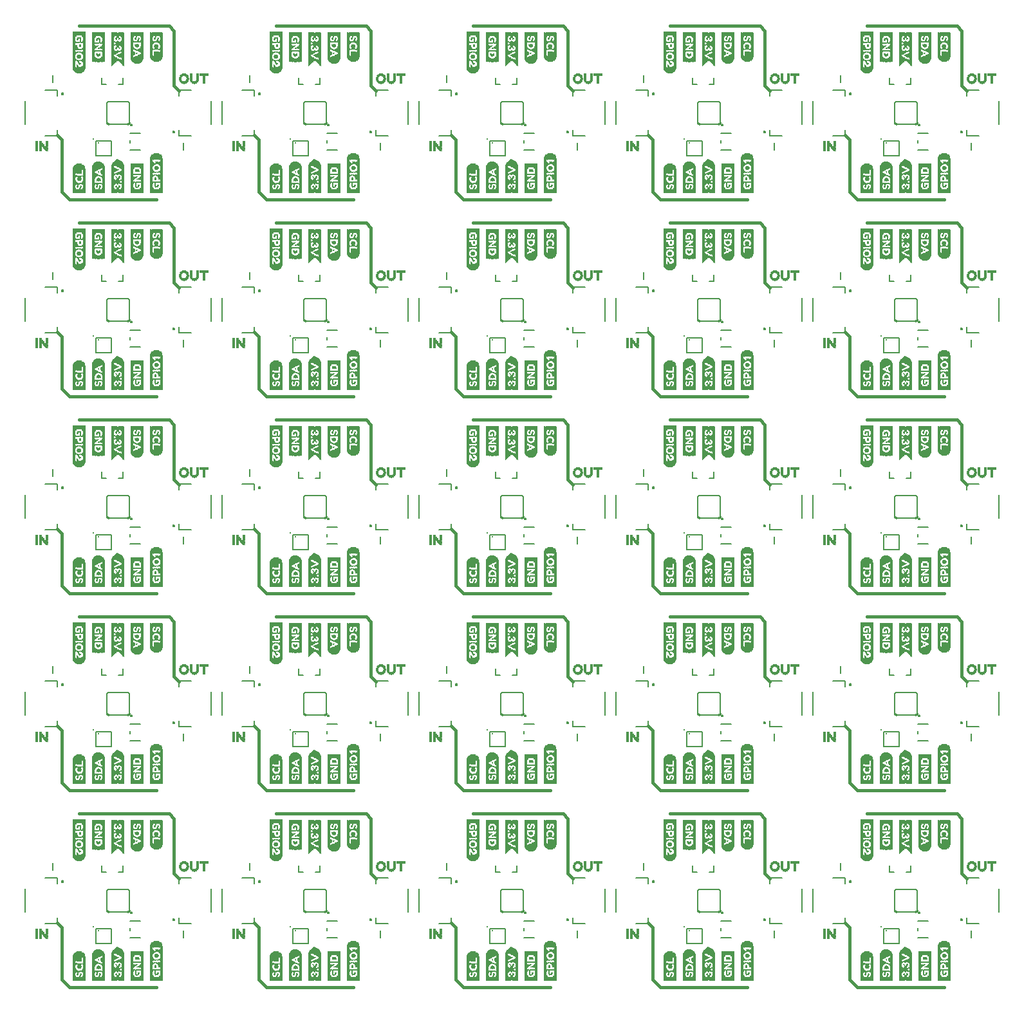
<source format=gto>
G04 EAGLE Gerber RS-274X export*
G75*
%MOMM*%
%FSLAX34Y34*%
%LPD*%
%INSilkscreen Top*%
%IPPOS*%
%AMOC8*
5,1,8,0,0,1.08239X$1,22.5*%
G01*
%ADD10C,0.406400*%
%ADD11C,0.203200*%
%ADD12R,0.040000X3.880000*%
%ADD13R,0.040000X0.840000*%
%ADD14R,0.040000X2.800000*%
%ADD15R,0.040000X0.760000*%
%ADD16R,0.040000X0.320000*%
%ADD17R,0.040000X0.480000*%
%ADD18R,0.040000X0.160000*%
%ADD19R,0.040000X0.680000*%
%ADD20R,0.040000X0.200000*%
%ADD21R,0.040000X0.400000*%
%ADD22R,0.040000X0.120000*%
%ADD23R,0.040000X0.640000*%
%ADD24R,0.040000X0.360000*%
%ADD25R,0.040000X0.560000*%
%ADD26R,0.040000X0.600000*%
%ADD27R,0.040000X0.520000*%
%ADD28R,0.040000X0.280000*%
%ADD29R,0.040000X0.240000*%
%ADD30R,0.040000X0.720000*%
%ADD31R,0.040000X0.440000*%
%ADD32R,0.040000X0.040000*%
%ADD33R,0.040000X0.080000*%
%ADD34R,0.040000X0.800000*%
%ADD35R,0.040000X3.520000*%
%ADD36R,0.040000X3.640000*%
%ADD37R,0.040000X3.720000*%
%ADD38R,0.040000X3.800000*%
%ADD39R,0.040000X3.840000*%
%ADD40R,0.040000X3.920000*%
%ADD41R,0.040000X3.040000*%
%ADD42R,0.040000X1.160000*%
%ADD43R,0.040000X1.120000*%
%ADD44R,0.040000X1.080000*%
%ADD45R,0.040000X1.040000*%
%ADD46R,0.040000X1.000000*%
%ADD47R,0.040000X0.960000*%
%ADD48R,0.040000X0.880000*%
%ADD49R,0.040000X3.280000*%
%ADD50R,0.040000X3.400000*%
%ADD51R,0.040000X3.480000*%
%ADD52R,0.040000X3.560000*%
%ADD53R,0.040000X3.600000*%
%ADD54R,0.040000X3.680000*%
%ADD55R,0.040000X1.800000*%
%ADD56R,0.040000X1.240000*%
%ADD57R,0.040000X1.280000*%
%ADD58R,0.040000X1.320000*%
%ADD59R,0.040000X0.920000*%
%ADD60C,0.020319*%
%ADD61C,0.177800*%
%ADD62R,0.040000X4.440000*%
%ADD63R,0.040000X4.400000*%
%ADD64R,0.040000X4.360000*%
%ADD65R,0.040000X4.320000*%
%ADD66R,0.040000X4.280000*%
%ADD67R,0.040000X4.240000*%
%ADD68R,0.040000X4.200000*%
%ADD69R,0.040000X2.000000*%
%ADD70R,0.040000X3.760000*%
%ADD71R,0.040000X3.960000*%
%ADD72R,0.040000X4.000000*%
%ADD73R,0.040000X4.040000*%
%ADD74R,0.040000X1.920000*%
%ADD75R,0.040000X4.640000*%
%ADD76R,0.040000X4.760000*%
%ADD77R,0.040000X4.840000*%
%ADD78R,0.040000X4.920000*%
%ADD79R,0.040000X4.960000*%
%ADD80R,0.040000X5.000000*%
%ADD81R,0.040000X5.040000*%
%ADD82R,0.040000X2.080000*%
%ADD83R,0.040000X1.720000*%
%ADD84R,0.040000X4.880000*%
%ADD85R,0.040000X5.080000*%
%ADD86R,0.040000X5.160000*%
%ADD87R,0.040000X5.200000*%
%ADD88R,0.040000X5.240000*%
%ADD89R,0.040000X5.280000*%
%ADD90R,0.050000X0.050000*%
%ADD91R,0.100000X0.050000*%
%ADD92R,0.300000X0.050000*%
%ADD93R,0.350000X0.050000*%
%ADD94R,0.400000X0.050000*%
%ADD95R,0.450000X0.050000*%
%ADD96R,0.500000X0.050000*%
%ADD97R,0.550000X0.050000*%
%ADD98R,0.600000X0.050000*%
%ADD99R,0.650000X0.050000*%
%ADD100R,0.700000X0.050000*%
%ADD101R,0.750000X0.050000*%
%ADD102R,0.350000X0.060000*%
%ADD103R,0.300000X0.060000*%
%ADD104R,0.700000X0.060000*%
%ADD105R,0.550000X0.060000*%
%ADD106R,0.250000X0.050000*%
%ADD107R,1.050000X0.050000*%
%ADD108R,1.250000X0.050000*%
%ADD109R,0.850000X0.050000*%
%ADD110R,0.950000X0.050000*%
%ADD111R,1.150000X0.050000*%
%ADD112R,0.450000X0.060000*%
%ADD113R,0.500000X0.060000*%
%ADD114R,0.400000X0.060000*%
%ADD115R,1.100000X0.050000*%
%ADD116R,1.000000X0.050000*%
%ADD117R,0.650000X0.060000*%
%ADD118R,0.150000X0.050000*%
%ADD119C,0.316225*%
%ADD120C,0.127000*%


D10*
X46990Y97790D02*
X53340Y91440D01*
X53340Y22860D01*
X63500Y12700D01*
X177800Y12700D01*
X207010Y156210D02*
X200660Y162560D01*
X200660Y234950D01*
X194310Y241300D01*
X76200Y241300D01*
X306070Y97790D02*
X312420Y91440D01*
X312420Y22860D01*
X322580Y12700D01*
X436880Y12700D01*
X466090Y156210D02*
X459740Y162560D01*
X459740Y234950D01*
X453390Y241300D01*
X335280Y241300D01*
X565150Y97790D02*
X571500Y91440D01*
X571500Y22860D01*
X581660Y12700D01*
X695960Y12700D01*
X725170Y156210D02*
X718820Y162560D01*
X718820Y234950D01*
X712470Y241300D01*
X594360Y241300D01*
X824230Y97790D02*
X830580Y91440D01*
X830580Y22860D01*
X840740Y12700D01*
X955040Y12700D01*
X984250Y156210D02*
X977900Y162560D01*
X977900Y234950D01*
X971550Y241300D01*
X853440Y241300D01*
X1083310Y97790D02*
X1089660Y91440D01*
X1089660Y22860D01*
X1099820Y12700D01*
X1214120Y12700D01*
X1243330Y156210D02*
X1236980Y162560D01*
X1236980Y234950D01*
X1230630Y241300D01*
X1112520Y241300D01*
X53340Y350520D02*
X46990Y356870D01*
X53340Y350520D02*
X53340Y281940D01*
X63500Y271780D01*
X177800Y271780D01*
X207010Y415290D02*
X200660Y421640D01*
X200660Y494030D01*
X194310Y500380D01*
X76200Y500380D01*
X306070Y356870D02*
X312420Y350520D01*
X312420Y281940D01*
X322580Y271780D01*
X436880Y271780D01*
X466090Y415290D02*
X459740Y421640D01*
X459740Y494030D01*
X453390Y500380D01*
X335280Y500380D01*
X565150Y356870D02*
X571500Y350520D01*
X571500Y281940D01*
X581660Y271780D01*
X695960Y271780D01*
X725170Y415290D02*
X718820Y421640D01*
X718820Y494030D01*
X712470Y500380D01*
X594360Y500380D01*
X824230Y356870D02*
X830580Y350520D01*
X830580Y281940D01*
X840740Y271780D01*
X955040Y271780D01*
X984250Y415290D02*
X977900Y421640D01*
X977900Y494030D01*
X971550Y500380D01*
X853440Y500380D01*
X1083310Y356870D02*
X1089660Y350520D01*
X1089660Y281940D01*
X1099820Y271780D01*
X1214120Y271780D01*
X1243330Y415290D02*
X1236980Y421640D01*
X1236980Y494030D01*
X1230630Y500380D01*
X1112520Y500380D01*
X53340Y609600D02*
X46990Y615950D01*
X53340Y609600D02*
X53340Y541020D01*
X63500Y530860D01*
X177800Y530860D01*
X207010Y674370D02*
X200660Y680720D01*
X200660Y753110D01*
X194310Y759460D01*
X76200Y759460D01*
X306070Y615950D02*
X312420Y609600D01*
X312420Y541020D01*
X322580Y530860D01*
X436880Y530860D01*
X466090Y674370D02*
X459740Y680720D01*
X459740Y753110D01*
X453390Y759460D01*
X335280Y759460D01*
X565150Y615950D02*
X571500Y609600D01*
X571500Y541020D01*
X581660Y530860D01*
X695960Y530860D01*
X725170Y674370D02*
X718820Y680720D01*
X718820Y753110D01*
X712470Y759460D01*
X594360Y759460D01*
X824230Y615950D02*
X830580Y609600D01*
X830580Y541020D01*
X840740Y530860D01*
X955040Y530860D01*
X984250Y674370D02*
X977900Y680720D01*
X977900Y753110D01*
X971550Y759460D01*
X853440Y759460D01*
X1083310Y615950D02*
X1089660Y609600D01*
X1089660Y541020D01*
X1099820Y530860D01*
X1214120Y530860D01*
X1243330Y674370D02*
X1236980Y680720D01*
X1236980Y753110D01*
X1230630Y759460D01*
X1112520Y759460D01*
X53340Y868680D02*
X46990Y875030D01*
X53340Y868680D02*
X53340Y800100D01*
X63500Y789940D01*
X177800Y789940D01*
X207010Y933450D02*
X200660Y939800D01*
X200660Y1012190D01*
X194310Y1018540D01*
X76200Y1018540D01*
X306070Y875030D02*
X312420Y868680D01*
X312420Y800100D01*
X322580Y789940D01*
X436880Y789940D01*
X466090Y933450D02*
X459740Y939800D01*
X459740Y1012190D01*
X453390Y1018540D01*
X335280Y1018540D01*
X565150Y875030D02*
X571500Y868680D01*
X571500Y800100D01*
X581660Y789940D01*
X695960Y789940D01*
X725170Y933450D02*
X718820Y939800D01*
X718820Y1012190D01*
X712470Y1018540D01*
X594360Y1018540D01*
X824230Y875030D02*
X830580Y868680D01*
X830580Y800100D01*
X840740Y789940D01*
X955040Y789940D01*
X984250Y933450D02*
X977900Y939800D01*
X977900Y1012190D01*
X971550Y1018540D01*
X853440Y1018540D01*
X1083310Y875030D02*
X1089660Y868680D01*
X1089660Y800100D01*
X1099820Y789940D01*
X1214120Y789940D01*
X1243330Y933450D02*
X1236980Y939800D01*
X1236980Y1012190D01*
X1230630Y1018540D01*
X1112520Y1018540D01*
X53340Y1127760D02*
X46990Y1134110D01*
X53340Y1127760D02*
X53340Y1059180D01*
X63500Y1049020D01*
X177800Y1049020D01*
X207010Y1192530D02*
X200660Y1198880D01*
X200660Y1271270D01*
X194310Y1277620D01*
X76200Y1277620D01*
X306070Y1134110D02*
X312420Y1127760D01*
X312420Y1059180D01*
X322580Y1049020D01*
X436880Y1049020D01*
X466090Y1192530D02*
X459740Y1198880D01*
X459740Y1271270D01*
X453390Y1277620D01*
X335280Y1277620D01*
X565150Y1134110D02*
X571500Y1127760D01*
X571500Y1059180D01*
X581660Y1049020D01*
X695960Y1049020D01*
X725170Y1192530D02*
X718820Y1198880D01*
X718820Y1271270D01*
X712470Y1277620D01*
X594360Y1277620D01*
X824230Y1134110D02*
X830580Y1127760D01*
X830580Y1059180D01*
X840740Y1049020D01*
X955040Y1049020D01*
X984250Y1192530D02*
X977900Y1198880D01*
X977900Y1271270D01*
X971550Y1277620D01*
X853440Y1277620D01*
X1083310Y1134110D02*
X1089660Y1127760D01*
X1089660Y1059180D01*
X1099820Y1049020D01*
X1214120Y1049020D01*
X1243330Y1192530D02*
X1236980Y1198880D01*
X1236980Y1271270D01*
X1230630Y1277620D01*
X1112520Y1277620D01*
D11*
X4800Y142000D02*
X4800Y112000D01*
X30800Y157000D02*
X47300Y157000D01*
X47300Y104500D02*
X47300Y97000D01*
X30800Y97000D01*
X47300Y149500D02*
X47300Y157000D01*
X52784Y152000D02*
X52786Y152063D01*
X52792Y152126D01*
X52802Y152189D01*
X52815Y152250D01*
X52833Y152311D01*
X52854Y152370D01*
X52879Y152429D01*
X52907Y152485D01*
X52939Y152540D01*
X52974Y152592D01*
X53013Y152642D01*
X53054Y152690D01*
X53099Y152735D01*
X53146Y152777D01*
X53195Y152816D01*
X53247Y152852D01*
X53301Y152885D01*
X53357Y152914D01*
X53415Y152940D01*
X53474Y152962D01*
X53534Y152981D01*
X53596Y152995D01*
X53658Y153006D01*
X53721Y153013D01*
X53784Y153016D01*
X53847Y153015D01*
X53910Y153010D01*
X53973Y153001D01*
X54035Y152988D01*
X54096Y152972D01*
X54156Y152952D01*
X54214Y152928D01*
X54271Y152900D01*
X54326Y152869D01*
X54379Y152835D01*
X54430Y152797D01*
X54478Y152756D01*
X54524Y152713D01*
X54567Y152666D01*
X54607Y152617D01*
X54644Y152566D01*
X54677Y152513D01*
X54707Y152457D01*
X54734Y152400D01*
X54757Y152341D01*
X54776Y152281D01*
X54792Y152219D01*
X54804Y152157D01*
X54812Y152095D01*
X54816Y152032D01*
X54816Y151968D01*
X54812Y151905D01*
X54804Y151843D01*
X54792Y151781D01*
X54776Y151719D01*
X54757Y151659D01*
X54734Y151600D01*
X54707Y151543D01*
X54677Y151487D01*
X54644Y151434D01*
X54607Y151383D01*
X54567Y151334D01*
X54524Y151287D01*
X54478Y151244D01*
X54430Y151203D01*
X54379Y151165D01*
X54326Y151131D01*
X54271Y151100D01*
X54214Y151072D01*
X54156Y151048D01*
X54096Y151028D01*
X54035Y151012D01*
X53973Y150999D01*
X53910Y150990D01*
X53847Y150985D01*
X53784Y150984D01*
X53721Y150987D01*
X53658Y150994D01*
X53596Y151005D01*
X53534Y151019D01*
X53474Y151038D01*
X53415Y151060D01*
X53357Y151086D01*
X53301Y151115D01*
X53247Y151148D01*
X53195Y151184D01*
X53146Y151223D01*
X53099Y151265D01*
X53054Y151310D01*
X53013Y151358D01*
X52974Y151408D01*
X52939Y151460D01*
X52907Y151515D01*
X52879Y151571D01*
X52854Y151630D01*
X52833Y151689D01*
X52815Y151750D01*
X52802Y151811D01*
X52792Y151874D01*
X52786Y151937D01*
X52784Y152000D01*
X249200Y142000D02*
X249200Y112000D01*
X223200Y97000D02*
X206700Y97000D01*
X206700Y149500D02*
X206700Y157000D01*
X223200Y157000D01*
X206700Y104500D02*
X206700Y97000D01*
X199184Y102000D02*
X199186Y102063D01*
X199192Y102126D01*
X199202Y102189D01*
X199215Y102250D01*
X199233Y102311D01*
X199254Y102370D01*
X199279Y102429D01*
X199307Y102485D01*
X199339Y102540D01*
X199374Y102592D01*
X199413Y102642D01*
X199454Y102690D01*
X199499Y102735D01*
X199546Y102777D01*
X199595Y102816D01*
X199647Y102852D01*
X199701Y102885D01*
X199757Y102914D01*
X199815Y102940D01*
X199874Y102962D01*
X199934Y102981D01*
X199996Y102995D01*
X200058Y103006D01*
X200121Y103013D01*
X200184Y103016D01*
X200247Y103015D01*
X200310Y103010D01*
X200373Y103001D01*
X200435Y102988D01*
X200496Y102972D01*
X200556Y102952D01*
X200614Y102928D01*
X200671Y102900D01*
X200726Y102869D01*
X200779Y102835D01*
X200830Y102797D01*
X200878Y102756D01*
X200924Y102713D01*
X200967Y102666D01*
X201007Y102617D01*
X201044Y102566D01*
X201077Y102513D01*
X201107Y102457D01*
X201134Y102400D01*
X201157Y102341D01*
X201176Y102281D01*
X201192Y102219D01*
X201204Y102157D01*
X201212Y102095D01*
X201216Y102032D01*
X201216Y101968D01*
X201212Y101905D01*
X201204Y101843D01*
X201192Y101781D01*
X201176Y101719D01*
X201157Y101659D01*
X201134Y101600D01*
X201107Y101543D01*
X201077Y101487D01*
X201044Y101434D01*
X201007Y101383D01*
X200967Y101334D01*
X200924Y101287D01*
X200878Y101244D01*
X200830Y101203D01*
X200779Y101165D01*
X200726Y101131D01*
X200671Y101100D01*
X200614Y101072D01*
X200556Y101048D01*
X200496Y101028D01*
X200435Y101012D01*
X200373Y100999D01*
X200310Y100990D01*
X200247Y100985D01*
X200184Y100984D01*
X200121Y100987D01*
X200058Y100994D01*
X199996Y101005D01*
X199934Y101019D01*
X199874Y101038D01*
X199815Y101060D01*
X199757Y101086D01*
X199701Y101115D01*
X199647Y101148D01*
X199595Y101184D01*
X199546Y101223D01*
X199499Y101265D01*
X199454Y101310D01*
X199413Y101358D01*
X199374Y101408D01*
X199339Y101460D01*
X199307Y101515D01*
X199279Y101571D01*
X199254Y101630D01*
X199233Y101689D01*
X199215Y101750D01*
X199202Y101811D01*
X199192Y101874D01*
X199186Y101937D01*
X199184Y102000D01*
D12*
X109600Y213290D03*
X109200Y213290D03*
X108800Y213290D03*
X108400Y213290D03*
X108000Y213290D03*
X107600Y213290D03*
X107200Y213290D03*
D13*
X106800Y228490D03*
D14*
X106800Y207890D03*
D15*
X106400Y228890D03*
D16*
X106400Y219090D03*
D17*
X106400Y213090D03*
D18*
X106400Y207890D03*
D15*
X106400Y197690D03*
D19*
X106000Y229290D03*
D20*
X106000Y218890D03*
D21*
X106000Y213090D03*
D22*
X106000Y208090D03*
D19*
X106000Y197290D03*
D23*
X105600Y229490D03*
D18*
X105600Y218690D03*
D24*
X105600Y212890D03*
D22*
X105600Y208090D03*
D23*
X105600Y197090D03*
D25*
X105200Y229890D03*
D18*
X105200Y218690D03*
D24*
X105200Y212890D03*
D22*
X105200Y208090D03*
D26*
X105200Y196890D03*
D25*
X104800Y229890D03*
D18*
X104800Y218690D03*
D16*
X104800Y212690D03*
D22*
X104800Y208090D03*
D25*
X104800Y196690D03*
D27*
X104400Y230090D03*
D18*
X104400Y218690D03*
D28*
X104400Y212490D03*
D22*
X104400Y208090D03*
D27*
X104400Y196490D03*
D17*
X104000Y230290D03*
D28*
X104000Y222890D03*
D20*
X104000Y218890D03*
D29*
X104000Y212290D03*
D22*
X104000Y208090D03*
D29*
X104000Y203490D03*
D17*
X104000Y196290D03*
X103600Y230290D03*
D30*
X103600Y221490D03*
D29*
X103600Y212290D03*
D22*
X103600Y208090D03*
D28*
X103600Y203290D03*
D17*
X103600Y196290D03*
X103200Y230290D03*
D15*
X103200Y221690D03*
D20*
X103200Y212090D03*
D22*
X103200Y208090D03*
D16*
X103200Y203090D03*
D31*
X103200Y196090D03*
X102800Y230490D03*
D15*
X102800Y221690D03*
D18*
X102800Y211890D03*
D22*
X102800Y208090D03*
D24*
X102800Y202890D03*
D31*
X102800Y196090D03*
X102400Y230490D03*
D28*
X102400Y224490D03*
D18*
X102400Y218690D03*
D22*
X102400Y211690D03*
X102400Y208090D03*
D21*
X102400Y202690D03*
D31*
X102400Y196090D03*
X102000Y230490D03*
D29*
X102000Y224690D03*
D22*
X102000Y218490D03*
X102000Y211690D03*
X102000Y208090D03*
D21*
X102000Y202690D03*
D31*
X102000Y196090D03*
X101600Y230490D03*
D29*
X101600Y224690D03*
D22*
X101600Y218490D03*
D32*
X101600Y214890D03*
D33*
X101600Y211490D03*
D22*
X101600Y208090D03*
D21*
X101600Y202690D03*
D31*
X101600Y196090D03*
X101200Y230490D03*
D29*
X101200Y224690D03*
D22*
X101200Y218490D03*
D33*
X101200Y214690D03*
D32*
X101200Y211290D03*
D22*
X101200Y208090D03*
D21*
X101200Y202690D03*
D31*
X101200Y196090D03*
X100800Y230490D03*
D29*
X100800Y224690D03*
D22*
X100800Y218490D03*
D33*
X100800Y214690D03*
D22*
X100800Y208090D03*
D21*
X100800Y202690D03*
D31*
X100800Y196090D03*
X100400Y230490D03*
D21*
X100400Y223490D03*
D22*
X100400Y218490D03*
X100400Y214490D03*
X100400Y208090D03*
D24*
X100400Y202890D03*
D31*
X100400Y196090D03*
D17*
X100000Y230290D03*
D21*
X100000Y223490D03*
D22*
X100000Y218490D03*
D18*
X100000Y214290D03*
D22*
X100000Y208090D03*
D24*
X100000Y202890D03*
D31*
X100000Y196090D03*
D17*
X99600Y230290D03*
D24*
X99600Y223290D03*
D22*
X99600Y218490D03*
D20*
X99600Y214090D03*
D22*
X99600Y208090D03*
D16*
X99600Y203090D03*
D17*
X99600Y196290D03*
X99200Y230290D03*
D16*
X99200Y223090D03*
D22*
X99200Y218490D03*
D20*
X99200Y214090D03*
D22*
X99200Y208090D03*
D28*
X99200Y203290D03*
D17*
X99200Y196290D03*
D27*
X98800Y230090D03*
D20*
X98800Y222890D03*
D22*
X98800Y218490D03*
D29*
X98800Y213890D03*
D22*
X98800Y208090D03*
D18*
X98800Y203890D03*
D27*
X98800Y196490D03*
X98400Y230090D03*
D22*
X98400Y218490D03*
D28*
X98400Y213690D03*
D22*
X98400Y208090D03*
D27*
X98400Y196490D03*
D25*
X98000Y229890D03*
D22*
X98000Y218490D03*
D16*
X98000Y213490D03*
D22*
X98000Y208090D03*
D25*
X98000Y196690D03*
D26*
X97600Y229690D03*
D22*
X97600Y218490D03*
D16*
X97600Y213490D03*
D22*
X97600Y208090D03*
D26*
X97600Y196890D03*
D23*
X97200Y229490D03*
D18*
X97200Y218690D03*
D24*
X97200Y213290D03*
D22*
X97200Y208090D03*
D23*
X97200Y197090D03*
D30*
X96800Y229090D03*
D29*
X96800Y218690D03*
D31*
X96800Y213290D03*
D18*
X96800Y207890D03*
D30*
X96800Y197490D03*
D34*
X96400Y228690D03*
D16*
X96400Y219090D03*
D17*
X96400Y213090D03*
D20*
X96400Y208090D03*
D13*
X96400Y198090D03*
D12*
X96000Y213290D03*
X95600Y213290D03*
X95200Y213290D03*
X94800Y213290D03*
X94400Y213290D03*
X94000Y213290D03*
X93600Y213290D03*
D35*
X160400Y215090D03*
D36*
X160000Y214490D03*
D37*
X159600Y214090D03*
D38*
X159200Y213690D03*
D39*
X158800Y213490D03*
D12*
X158400Y213290D03*
D40*
X158000Y213090D03*
D30*
X157600Y229090D03*
D41*
X157600Y208290D03*
D23*
X157200Y229490D03*
D28*
X157200Y220890D03*
D34*
X157200Y209890D03*
D42*
X157200Y198490D03*
D25*
X156800Y229890D03*
D20*
X156800Y220490D03*
D19*
X156800Y209690D03*
D43*
X156800Y198290D03*
D27*
X156400Y230090D03*
D18*
X156400Y220290D03*
D25*
X156400Y209490D03*
D42*
X156400Y198090D03*
D27*
X156000Y230090D03*
D18*
X156000Y220290D03*
D27*
X156000Y209290D03*
D43*
X156000Y197890D03*
D17*
X155600Y230290D03*
D18*
X155600Y220290D03*
D31*
X155600Y209290D03*
D42*
X155600Y197690D03*
D17*
X155200Y230290D03*
D18*
X155200Y224290D03*
D20*
X155200Y220490D03*
D21*
X155200Y209090D03*
D43*
X155200Y197490D03*
D17*
X154800Y230290D03*
D29*
X154800Y224290D03*
X154800Y220690D03*
X154800Y215890D03*
D21*
X154800Y209090D03*
D43*
X154800Y197490D03*
D17*
X154400Y230290D03*
D26*
X154400Y222490D03*
D16*
X154400Y215490D03*
X154400Y209090D03*
D42*
X154400Y197290D03*
D17*
X154000Y230290D03*
D25*
X154000Y222290D03*
D24*
X154000Y215290D03*
D16*
X154000Y209090D03*
D43*
X154000Y197090D03*
D17*
X153600Y230290D03*
X153600Y221890D03*
D21*
X153600Y215090D03*
D29*
X153600Y209090D03*
D43*
X153600Y197090D03*
D27*
X153200Y230090D03*
D16*
X153200Y221090D03*
D21*
X153200Y215090D03*
D29*
X153200Y209090D03*
D44*
X153200Y196890D03*
D27*
X152800Y230090D03*
D20*
X152800Y220490D03*
D31*
X152800Y214890D03*
D20*
X152800Y209290D03*
D33*
X152800Y205090D03*
D44*
X152800Y196890D03*
D25*
X152400Y229890D03*
D18*
X152400Y220290D03*
D31*
X152400Y214890D03*
D20*
X152400Y209290D03*
D33*
X152400Y205090D03*
D45*
X152400Y196690D03*
D26*
X152000Y229690D03*
D22*
X152000Y220090D03*
D31*
X152000Y214890D03*
D18*
X152000Y209490D03*
D22*
X152000Y205290D03*
D45*
X152000Y196690D03*
D30*
X151600Y229090D03*
D22*
X151600Y220090D03*
D21*
X151600Y215090D03*
D18*
X151600Y209490D03*
X151600Y205090D03*
D46*
X151600Y196490D03*
D13*
X151200Y228490D03*
D22*
X151200Y220090D03*
D21*
X151200Y215090D03*
D22*
X151200Y209690D03*
D46*
X151200Y196490D03*
D47*
X150800Y227890D03*
D22*
X150800Y220090D03*
D21*
X150800Y215090D03*
D18*
X150800Y209890D03*
D47*
X150800Y196290D03*
D27*
X150400Y230090D03*
D16*
X150400Y224690D03*
D33*
X150400Y219890D03*
D24*
X150400Y215290D03*
D22*
X150400Y210090D03*
D47*
X150400Y196290D03*
D17*
X150000Y230290D03*
D28*
X150000Y224490D03*
D22*
X150000Y220090D03*
D16*
X150000Y215490D03*
D22*
X150000Y210090D03*
D48*
X150000Y196290D03*
D17*
X149600Y230290D03*
D29*
X149600Y224290D03*
D22*
X149600Y220090D03*
D18*
X149600Y215890D03*
D22*
X149600Y210490D03*
D48*
X149600Y196290D03*
D17*
X149200Y230290D03*
D22*
X149200Y220090D03*
D18*
X149200Y210690D03*
D21*
X149200Y205090D03*
D13*
X149200Y196090D03*
D17*
X148800Y230290D03*
D22*
X148800Y220090D03*
D18*
X148800Y211090D03*
D31*
X148800Y205290D03*
D34*
X148800Y196290D03*
D27*
X148400Y230090D03*
D18*
X148400Y220290D03*
X148400Y211090D03*
D17*
X148400Y205090D03*
D15*
X148400Y196090D03*
D27*
X148000Y230090D03*
D20*
X148000Y220490D03*
D29*
X148000Y211490D03*
D27*
X148000Y205290D03*
D30*
X148000Y196290D03*
D26*
X147600Y229690D03*
D29*
X147600Y220690D03*
D28*
X147600Y211690D03*
D25*
X147600Y205090D03*
D30*
X147600Y196290D03*
D19*
X147200Y229290D03*
D24*
X147200Y220890D03*
D31*
X147200Y212090D03*
D26*
X147200Y205290D03*
D15*
X147200Y196890D03*
D40*
X146800Y213090D03*
D12*
X146400Y213290D03*
D39*
X146000Y213490D03*
D38*
X145600Y213690D03*
D37*
X145200Y214090D03*
D36*
X144800Y214490D03*
D35*
X144400Y215090D03*
D49*
X185800Y216290D03*
D50*
X185400Y215690D03*
D51*
X185000Y215290D03*
D52*
X184600Y214890D03*
D53*
X184200Y214690D03*
D36*
X183800Y214490D03*
D54*
X183400Y214290D03*
D30*
X183000Y229090D03*
D13*
X183000Y219290D03*
D55*
X183000Y204490D03*
D26*
X182600Y229690D03*
X182600Y219290D03*
D28*
X182600Y210890D03*
D56*
X182600Y201290D03*
D25*
X182200Y229890D03*
D31*
X182200Y219290D03*
D18*
X182200Y210690D03*
D56*
X182200Y201290D03*
D27*
X181800Y230090D03*
D16*
X181800Y219490D03*
D22*
X181800Y210490D03*
D56*
X181800Y200890D03*
D27*
X181400Y230090D03*
D28*
X181400Y219690D03*
D33*
X181400Y210290D03*
D56*
X181400Y200890D03*
D17*
X181000Y230290D03*
D28*
X181000Y220090D03*
D33*
X181000Y210290D03*
D57*
X181000Y200690D03*
D17*
X180600Y230290D03*
D18*
X180600Y224290D03*
D29*
X180600Y220290D03*
D22*
X180600Y210490D03*
D57*
X180600Y200690D03*
D17*
X180200Y230290D03*
D29*
X180200Y224290D03*
D28*
X180200Y220490D03*
X180200Y214490D03*
D18*
X180200Y210690D03*
D57*
X180200Y200690D03*
D17*
X179800Y230290D03*
D26*
X179800Y222490D03*
D21*
X179800Y214290D03*
D20*
X179800Y210890D03*
D58*
X179800Y200490D03*
D17*
X179400Y230290D03*
D25*
X179400Y222290D03*
D19*
X179400Y213290D03*
D58*
X179400Y200490D03*
D17*
X179000Y230290D03*
X179000Y221890D03*
D30*
X179000Y213490D03*
D58*
X179000Y200490D03*
D17*
X178600Y230290D03*
D28*
X178600Y221290D03*
D30*
X178600Y213490D03*
D58*
X178600Y200490D03*
D27*
X178200Y230090D03*
D20*
X178200Y220890D03*
D30*
X178200Y213490D03*
D58*
X178200Y200490D03*
D25*
X177800Y229890D03*
D22*
X177800Y220490D03*
D30*
X177800Y213490D03*
D58*
X177800Y200490D03*
D26*
X177400Y229690D03*
D22*
X177400Y220490D03*
D30*
X177400Y213490D03*
D58*
X177400Y200490D03*
D19*
X177000Y229290D03*
D33*
X177000Y220290D03*
D30*
X177000Y213490D03*
D58*
X177000Y200490D03*
D13*
X176600Y228490D03*
D22*
X176600Y220090D03*
D30*
X176600Y213490D03*
D58*
X176600Y200490D03*
D59*
X176200Y228090D03*
D22*
X176200Y220090D03*
D30*
X176200Y213490D03*
D58*
X176200Y200490D03*
D27*
X175800Y230090D03*
D16*
X175800Y224690D03*
D22*
X175800Y220090D03*
D19*
X175800Y213290D03*
D58*
X175800Y200490D03*
D17*
X175400Y230290D03*
D28*
X175400Y224490D03*
D18*
X175400Y219890D03*
D24*
X175400Y214490D03*
D18*
X175400Y210690D03*
D57*
X175400Y200690D03*
D17*
X175000Y230290D03*
D29*
X175000Y224290D03*
D18*
X175000Y219890D03*
D20*
X175000Y214490D03*
D22*
X175000Y210490D03*
D57*
X175000Y200690D03*
D31*
X174600Y230490D03*
D20*
X174600Y219690D03*
D22*
X174600Y210490D03*
D57*
X174600Y200690D03*
D17*
X174200Y230290D03*
D20*
X174200Y219690D03*
D33*
X174200Y210290D03*
D15*
X174200Y198490D03*
D17*
X173800Y230290D03*
D28*
X173800Y219690D03*
D33*
X173800Y210290D03*
D15*
X173800Y198490D03*
D27*
X173400Y230090D03*
D21*
X173400Y219490D03*
D22*
X173400Y210490D03*
D30*
X173400Y198690D03*
D26*
X173000Y229690D03*
D17*
X173000Y219490D03*
D29*
X173000Y210690D03*
D30*
X173000Y198690D03*
D23*
X172600Y229490D03*
X172600Y219490D03*
D16*
X172600Y211090D03*
D30*
X172600Y199090D03*
D54*
X172200Y214290D03*
D36*
X171800Y214490D03*
D53*
X171400Y214690D03*
D52*
X171000Y214890D03*
D51*
X170600Y215290D03*
D50*
X170200Y215690D03*
D49*
X169800Y216290D03*
D11*
X41275Y176213D02*
X41275Y166688D01*
D60*
X111287Y114599D02*
X113118Y114599D01*
X113117Y114599D02*
X113124Y114520D01*
X113135Y114442D01*
X113150Y114364D01*
X113169Y114288D01*
X113191Y114212D01*
X113217Y114138D01*
X113247Y114065D01*
X113280Y113993D01*
X113317Y113923D01*
X113358Y113856D01*
X113401Y113790D01*
X113448Y113726D01*
X113498Y113665D01*
X113551Y113607D01*
X113607Y113551D01*
X113665Y113498D01*
X113726Y113448D01*
X113790Y113401D01*
X113856Y113358D01*
X113923Y113317D01*
X113993Y113280D01*
X114065Y113247D01*
X114138Y113217D01*
X114212Y113191D01*
X114288Y113169D01*
X114364Y113150D01*
X114442Y113135D01*
X114520Y113124D01*
X114599Y113117D01*
X114599Y111287D01*
X114484Y111292D01*
X114370Y111301D01*
X114256Y111314D01*
X114142Y111331D01*
X114029Y111351D01*
X113917Y111376D01*
X113806Y111404D01*
X113696Y111436D01*
X113587Y111471D01*
X113479Y111511D01*
X113373Y111553D01*
X113268Y111600D01*
X113165Y111650D01*
X113063Y111703D01*
X112963Y111760D01*
X112866Y111820D01*
X112770Y111883D01*
X112676Y111949D01*
X112585Y112019D01*
X112496Y112091D01*
X112410Y112167D01*
X112326Y112245D01*
X112245Y112326D01*
X112167Y112410D01*
X112091Y112496D01*
X112019Y112585D01*
X111949Y112676D01*
X111883Y112770D01*
X111820Y112866D01*
X111760Y112963D01*
X111703Y113063D01*
X111650Y113165D01*
X111600Y113268D01*
X111553Y113373D01*
X111511Y113479D01*
X111471Y113587D01*
X111436Y113696D01*
X111404Y113806D01*
X111376Y113917D01*
X111351Y114029D01*
X111331Y114142D01*
X111314Y114256D01*
X111301Y114370D01*
X111292Y114484D01*
X111287Y114599D01*
X111479Y114599D01*
X111484Y114486D01*
X111494Y114373D01*
X111507Y114261D01*
X111524Y114149D01*
X111546Y114038D01*
X111571Y113928D01*
X111600Y113819D01*
X111633Y113711D01*
X111669Y113604D01*
X111709Y113498D01*
X111753Y113394D01*
X111801Y113292D01*
X111852Y113191D01*
X111907Y113092D01*
X111965Y112995D01*
X112026Y112900D01*
X112091Y112807D01*
X112159Y112717D01*
X112230Y112629D01*
X112304Y112544D01*
X112381Y112461D01*
X112461Y112381D01*
X112544Y112304D01*
X112629Y112230D01*
X112717Y112159D01*
X112807Y112091D01*
X112900Y112026D01*
X112995Y111965D01*
X113092Y111907D01*
X113191Y111852D01*
X113292Y111801D01*
X113394Y111753D01*
X113498Y111709D01*
X113604Y111669D01*
X113711Y111633D01*
X113819Y111600D01*
X113928Y111571D01*
X114038Y111546D01*
X114149Y111524D01*
X114261Y111507D01*
X114373Y111494D01*
X114486Y111484D01*
X114599Y111479D01*
X114599Y111671D01*
X114490Y111676D01*
X114382Y111686D01*
X114274Y111699D01*
X114167Y111716D01*
X114061Y111737D01*
X113955Y111762D01*
X113850Y111791D01*
X113747Y111823D01*
X113644Y111859D01*
X113543Y111898D01*
X113444Y111942D01*
X113346Y111988D01*
X113250Y112039D01*
X113155Y112092D01*
X113063Y112149D01*
X112973Y112209D01*
X112885Y112273D01*
X112799Y112339D01*
X112716Y112409D01*
X112635Y112481D01*
X112557Y112557D01*
X112481Y112635D01*
X112409Y112716D01*
X112339Y112799D01*
X112273Y112885D01*
X112209Y112973D01*
X112149Y113063D01*
X112092Y113155D01*
X112039Y113250D01*
X111988Y113346D01*
X111942Y113444D01*
X111898Y113543D01*
X111859Y113644D01*
X111823Y113747D01*
X111791Y113850D01*
X111762Y113955D01*
X111737Y114061D01*
X111716Y114167D01*
X111699Y114274D01*
X111686Y114382D01*
X111676Y114490D01*
X111671Y114599D01*
X111863Y114599D01*
X111868Y114495D01*
X111878Y114391D01*
X111891Y114289D01*
X111908Y114186D01*
X111929Y114084D01*
X111953Y113983D01*
X111981Y113883D01*
X112013Y113785D01*
X112048Y113687D01*
X112087Y113591D01*
X112129Y113496D01*
X112175Y113403D01*
X112224Y113311D01*
X112276Y113222D01*
X112332Y113134D01*
X112391Y113048D01*
X112453Y112965D01*
X112518Y112884D01*
X112585Y112806D01*
X112656Y112730D01*
X112730Y112656D01*
X112806Y112585D01*
X112884Y112518D01*
X112965Y112453D01*
X113048Y112391D01*
X113134Y112332D01*
X113222Y112276D01*
X113311Y112224D01*
X113403Y112175D01*
X113496Y112129D01*
X113591Y112087D01*
X113687Y112048D01*
X113785Y112013D01*
X113883Y111981D01*
X113983Y111953D01*
X114084Y111929D01*
X114186Y111908D01*
X114289Y111891D01*
X114391Y111878D01*
X114495Y111868D01*
X114599Y111863D01*
X114599Y112055D01*
X114497Y112061D01*
X114396Y112070D01*
X114296Y112084D01*
X114196Y112101D01*
X114097Y112123D01*
X113999Y112148D01*
X113901Y112176D01*
X113805Y112209D01*
X113710Y112245D01*
X113617Y112285D01*
X113525Y112328D01*
X113435Y112375D01*
X113347Y112425D01*
X113261Y112478D01*
X113177Y112535D01*
X113095Y112595D01*
X113016Y112658D01*
X112939Y112724D01*
X112864Y112793D01*
X112793Y112864D01*
X112724Y112939D01*
X112658Y113016D01*
X112595Y113095D01*
X112535Y113177D01*
X112478Y113261D01*
X112425Y113347D01*
X112375Y113435D01*
X112328Y113525D01*
X112285Y113617D01*
X112245Y113710D01*
X112209Y113805D01*
X112176Y113901D01*
X112148Y113999D01*
X112123Y114097D01*
X112101Y114196D01*
X112084Y114296D01*
X112070Y114396D01*
X112061Y114497D01*
X112055Y114599D01*
X112247Y114599D01*
X112253Y114500D01*
X112263Y114402D01*
X112277Y114304D01*
X112295Y114207D01*
X112317Y114111D01*
X112342Y114015D01*
X112372Y113921D01*
X112405Y113828D01*
X112442Y113736D01*
X112483Y113646D01*
X112527Y113558D01*
X112574Y113472D01*
X112625Y113387D01*
X112680Y113305D01*
X112738Y113225D01*
X112799Y113147D01*
X112863Y113072D01*
X112929Y112999D01*
X112999Y112929D01*
X113072Y112863D01*
X113147Y112799D01*
X113225Y112738D01*
X113305Y112680D01*
X113387Y112625D01*
X113472Y112574D01*
X113558Y112527D01*
X113646Y112483D01*
X113736Y112442D01*
X113828Y112405D01*
X113921Y112372D01*
X114015Y112342D01*
X114111Y112317D01*
X114207Y112295D01*
X114304Y112277D01*
X114402Y112263D01*
X114500Y112253D01*
X114599Y112247D01*
X114599Y112439D01*
X114506Y112445D01*
X114413Y112455D01*
X114321Y112469D01*
X114230Y112486D01*
X114139Y112508D01*
X114049Y112533D01*
X113961Y112561D01*
X113873Y112593D01*
X113787Y112629D01*
X113703Y112668D01*
X113620Y112711D01*
X113539Y112757D01*
X113460Y112807D01*
X113384Y112859D01*
X113309Y112915D01*
X113237Y112974D01*
X113167Y113035D01*
X113100Y113100D01*
X113035Y113167D01*
X112974Y113237D01*
X112915Y113309D01*
X112859Y113384D01*
X112807Y113460D01*
X112757Y113539D01*
X112711Y113620D01*
X112668Y113703D01*
X112629Y113787D01*
X112593Y113873D01*
X112561Y113961D01*
X112533Y114049D01*
X112508Y114139D01*
X112486Y114230D01*
X112469Y114321D01*
X112455Y114413D01*
X112445Y114506D01*
X112439Y114599D01*
X112631Y114599D01*
X112638Y114509D01*
X112648Y114420D01*
X112662Y114331D01*
X112680Y114243D01*
X112702Y114156D01*
X112727Y114070D01*
X112756Y113986D01*
X112789Y113902D01*
X112825Y113820D01*
X112865Y113740D01*
X112908Y113661D01*
X112955Y113584D01*
X113005Y113510D01*
X113058Y113438D01*
X113114Y113368D01*
X113174Y113300D01*
X113236Y113236D01*
X113300Y113174D01*
X113368Y113114D01*
X113438Y113058D01*
X113510Y113005D01*
X113584Y112955D01*
X113661Y112908D01*
X113740Y112865D01*
X113820Y112825D01*
X113902Y112789D01*
X113986Y112756D01*
X114070Y112727D01*
X114156Y112702D01*
X114243Y112680D01*
X114331Y112662D01*
X114420Y112648D01*
X114509Y112638D01*
X114599Y112631D01*
X114599Y112824D01*
X114513Y112830D01*
X114428Y112841D01*
X114343Y112855D01*
X114259Y112873D01*
X114176Y112896D01*
X114094Y112921D01*
X114014Y112951D01*
X113934Y112984D01*
X113857Y113021D01*
X113781Y113061D01*
X113707Y113105D01*
X113635Y113152D01*
X113565Y113202D01*
X113498Y113256D01*
X113433Y113312D01*
X113371Y113371D01*
X113312Y113433D01*
X113256Y113498D01*
X113202Y113565D01*
X113152Y113635D01*
X113105Y113707D01*
X113061Y113781D01*
X113021Y113857D01*
X112984Y113934D01*
X112951Y114014D01*
X112921Y114094D01*
X112896Y114176D01*
X112873Y114259D01*
X112855Y114343D01*
X112841Y114428D01*
X112830Y114513D01*
X112824Y114599D01*
X113016Y114599D01*
X113023Y114520D01*
X113033Y114442D01*
X113047Y114364D01*
X113064Y114287D01*
X113085Y114211D01*
X113110Y114136D01*
X113138Y114062D01*
X113170Y113990D01*
X113205Y113919D01*
X113243Y113850D01*
X113284Y113783D01*
X113329Y113718D01*
X113376Y113654D01*
X113426Y113594D01*
X113480Y113535D01*
X113535Y113480D01*
X113594Y113426D01*
X113654Y113376D01*
X113718Y113329D01*
X113783Y113284D01*
X113850Y113243D01*
X113919Y113205D01*
X113990Y113170D01*
X114062Y113138D01*
X114136Y113110D01*
X114211Y113085D01*
X114287Y113064D01*
X114364Y113047D01*
X114442Y113033D01*
X114520Y113023D01*
X114599Y113016D01*
D11*
X112200Y139300D02*
X112202Y139398D01*
X112208Y139496D01*
X112217Y139594D01*
X112231Y139691D01*
X112248Y139788D01*
X112269Y139884D01*
X112294Y139979D01*
X112322Y140073D01*
X112355Y140165D01*
X112390Y140257D01*
X112430Y140347D01*
X112472Y140435D01*
X112519Y140522D01*
X112568Y140606D01*
X112621Y140689D01*
X112677Y140769D01*
X112737Y140848D01*
X112799Y140924D01*
X112864Y140997D01*
X112932Y141068D01*
X113003Y141136D01*
X113076Y141201D01*
X113152Y141263D01*
X113231Y141323D01*
X113311Y141379D01*
X113394Y141432D01*
X113478Y141481D01*
X113565Y141528D01*
X113653Y141570D01*
X113743Y141610D01*
X113835Y141645D01*
X113927Y141678D01*
X114021Y141706D01*
X114116Y141731D01*
X114212Y141752D01*
X114309Y141769D01*
X114406Y141783D01*
X114504Y141792D01*
X114602Y141798D01*
X114700Y141800D01*
X139400Y141800D02*
X139498Y141798D01*
X139596Y141792D01*
X139694Y141783D01*
X139791Y141769D01*
X139888Y141752D01*
X139984Y141731D01*
X140079Y141706D01*
X140173Y141678D01*
X140265Y141645D01*
X140357Y141610D01*
X140447Y141570D01*
X140535Y141528D01*
X140622Y141481D01*
X140706Y141432D01*
X140789Y141379D01*
X140869Y141323D01*
X140948Y141263D01*
X141024Y141201D01*
X141097Y141136D01*
X141168Y141068D01*
X141236Y140997D01*
X141301Y140924D01*
X141363Y140848D01*
X141423Y140769D01*
X141479Y140689D01*
X141532Y140606D01*
X141581Y140522D01*
X141628Y140435D01*
X141670Y140347D01*
X141710Y140257D01*
X141745Y140165D01*
X141778Y140073D01*
X141806Y139979D01*
X141831Y139884D01*
X141852Y139788D01*
X141869Y139691D01*
X141883Y139594D01*
X141892Y139496D01*
X141898Y139398D01*
X141900Y139300D01*
D60*
X139501Y111287D02*
X139501Y113118D01*
X139501Y113117D02*
X139580Y113124D01*
X139658Y113135D01*
X139736Y113150D01*
X139812Y113169D01*
X139888Y113191D01*
X139962Y113217D01*
X140035Y113247D01*
X140107Y113280D01*
X140177Y113317D01*
X140244Y113358D01*
X140310Y113401D01*
X140374Y113448D01*
X140435Y113498D01*
X140493Y113551D01*
X140549Y113607D01*
X140602Y113665D01*
X140652Y113726D01*
X140699Y113790D01*
X140742Y113856D01*
X140783Y113923D01*
X140820Y113993D01*
X140853Y114065D01*
X140883Y114138D01*
X140909Y114212D01*
X140931Y114288D01*
X140950Y114364D01*
X140965Y114442D01*
X140976Y114520D01*
X140983Y114599D01*
X142813Y114599D01*
X142808Y114484D01*
X142799Y114370D01*
X142786Y114256D01*
X142769Y114142D01*
X142749Y114029D01*
X142724Y113917D01*
X142696Y113806D01*
X142664Y113696D01*
X142629Y113587D01*
X142589Y113479D01*
X142547Y113373D01*
X142500Y113268D01*
X142450Y113165D01*
X142397Y113063D01*
X142340Y112963D01*
X142280Y112866D01*
X142217Y112770D01*
X142151Y112676D01*
X142081Y112585D01*
X142009Y112496D01*
X141933Y112410D01*
X141855Y112326D01*
X141774Y112245D01*
X141690Y112167D01*
X141604Y112091D01*
X141515Y112019D01*
X141424Y111949D01*
X141330Y111883D01*
X141234Y111820D01*
X141137Y111760D01*
X141037Y111703D01*
X140935Y111650D01*
X140832Y111600D01*
X140727Y111553D01*
X140621Y111511D01*
X140513Y111471D01*
X140404Y111436D01*
X140294Y111404D01*
X140183Y111376D01*
X140071Y111351D01*
X139958Y111331D01*
X139844Y111314D01*
X139730Y111301D01*
X139616Y111292D01*
X139501Y111287D01*
X139501Y111479D01*
X139614Y111484D01*
X139727Y111494D01*
X139839Y111507D01*
X139951Y111524D01*
X140062Y111546D01*
X140172Y111571D01*
X140281Y111600D01*
X140389Y111633D01*
X140496Y111669D01*
X140602Y111709D01*
X140706Y111753D01*
X140808Y111801D01*
X140909Y111852D01*
X141008Y111907D01*
X141105Y111965D01*
X141200Y112026D01*
X141293Y112091D01*
X141383Y112159D01*
X141471Y112230D01*
X141556Y112304D01*
X141639Y112381D01*
X141719Y112461D01*
X141796Y112544D01*
X141870Y112629D01*
X141941Y112717D01*
X142009Y112807D01*
X142074Y112900D01*
X142135Y112995D01*
X142193Y113092D01*
X142248Y113191D01*
X142299Y113292D01*
X142347Y113394D01*
X142391Y113498D01*
X142431Y113604D01*
X142467Y113711D01*
X142500Y113819D01*
X142529Y113928D01*
X142554Y114038D01*
X142576Y114149D01*
X142593Y114261D01*
X142606Y114373D01*
X142616Y114486D01*
X142621Y114599D01*
X142429Y114599D01*
X142424Y114490D01*
X142414Y114382D01*
X142401Y114274D01*
X142384Y114167D01*
X142363Y114061D01*
X142338Y113955D01*
X142309Y113850D01*
X142277Y113747D01*
X142241Y113644D01*
X142202Y113543D01*
X142158Y113444D01*
X142112Y113346D01*
X142061Y113250D01*
X142008Y113155D01*
X141951Y113063D01*
X141891Y112973D01*
X141827Y112885D01*
X141761Y112799D01*
X141691Y112716D01*
X141619Y112635D01*
X141543Y112557D01*
X141465Y112481D01*
X141384Y112409D01*
X141301Y112339D01*
X141215Y112273D01*
X141127Y112209D01*
X141037Y112149D01*
X140945Y112092D01*
X140850Y112039D01*
X140754Y111988D01*
X140656Y111942D01*
X140557Y111898D01*
X140456Y111859D01*
X140353Y111823D01*
X140250Y111791D01*
X140145Y111762D01*
X140039Y111737D01*
X139933Y111716D01*
X139826Y111699D01*
X139718Y111686D01*
X139610Y111676D01*
X139501Y111671D01*
X139501Y111863D01*
X139605Y111868D01*
X139709Y111878D01*
X139811Y111891D01*
X139914Y111908D01*
X140016Y111929D01*
X140117Y111953D01*
X140217Y111981D01*
X140315Y112013D01*
X140413Y112048D01*
X140509Y112087D01*
X140604Y112129D01*
X140697Y112175D01*
X140789Y112224D01*
X140878Y112276D01*
X140966Y112332D01*
X141052Y112391D01*
X141135Y112453D01*
X141216Y112518D01*
X141294Y112585D01*
X141370Y112656D01*
X141444Y112730D01*
X141515Y112806D01*
X141582Y112884D01*
X141647Y112965D01*
X141709Y113048D01*
X141768Y113134D01*
X141824Y113222D01*
X141876Y113311D01*
X141925Y113403D01*
X141971Y113496D01*
X142013Y113591D01*
X142052Y113687D01*
X142087Y113785D01*
X142119Y113883D01*
X142147Y113983D01*
X142171Y114084D01*
X142192Y114186D01*
X142209Y114289D01*
X142222Y114391D01*
X142232Y114495D01*
X142237Y114599D01*
X142045Y114599D01*
X142039Y114497D01*
X142030Y114396D01*
X142016Y114296D01*
X141999Y114196D01*
X141977Y114097D01*
X141952Y113999D01*
X141924Y113901D01*
X141891Y113805D01*
X141855Y113710D01*
X141815Y113617D01*
X141772Y113525D01*
X141725Y113435D01*
X141675Y113347D01*
X141622Y113261D01*
X141565Y113177D01*
X141505Y113095D01*
X141442Y113016D01*
X141376Y112939D01*
X141307Y112864D01*
X141236Y112793D01*
X141161Y112724D01*
X141084Y112658D01*
X141005Y112595D01*
X140923Y112535D01*
X140839Y112478D01*
X140753Y112425D01*
X140665Y112375D01*
X140575Y112328D01*
X140483Y112285D01*
X140390Y112245D01*
X140295Y112209D01*
X140199Y112176D01*
X140101Y112148D01*
X140003Y112123D01*
X139904Y112101D01*
X139804Y112084D01*
X139704Y112070D01*
X139603Y112061D01*
X139501Y112055D01*
X139501Y112247D01*
X139600Y112253D01*
X139698Y112263D01*
X139796Y112277D01*
X139893Y112295D01*
X139989Y112317D01*
X140085Y112342D01*
X140179Y112372D01*
X140272Y112405D01*
X140364Y112442D01*
X140454Y112483D01*
X140542Y112527D01*
X140628Y112574D01*
X140713Y112625D01*
X140795Y112680D01*
X140875Y112738D01*
X140953Y112799D01*
X141028Y112863D01*
X141101Y112929D01*
X141171Y112999D01*
X141237Y113072D01*
X141301Y113147D01*
X141362Y113225D01*
X141420Y113305D01*
X141475Y113387D01*
X141526Y113472D01*
X141573Y113558D01*
X141617Y113646D01*
X141658Y113736D01*
X141695Y113828D01*
X141728Y113921D01*
X141758Y114015D01*
X141783Y114111D01*
X141805Y114207D01*
X141823Y114304D01*
X141837Y114402D01*
X141847Y114500D01*
X141853Y114599D01*
X141661Y114599D01*
X141655Y114506D01*
X141645Y114413D01*
X141631Y114321D01*
X141614Y114230D01*
X141592Y114139D01*
X141567Y114049D01*
X141539Y113961D01*
X141507Y113873D01*
X141471Y113787D01*
X141432Y113703D01*
X141389Y113620D01*
X141343Y113539D01*
X141293Y113460D01*
X141241Y113384D01*
X141185Y113309D01*
X141126Y113237D01*
X141065Y113167D01*
X141000Y113100D01*
X140933Y113035D01*
X140863Y112974D01*
X140791Y112915D01*
X140716Y112859D01*
X140640Y112807D01*
X140561Y112757D01*
X140480Y112711D01*
X140397Y112668D01*
X140313Y112629D01*
X140227Y112593D01*
X140139Y112561D01*
X140051Y112533D01*
X139961Y112508D01*
X139870Y112486D01*
X139779Y112469D01*
X139687Y112455D01*
X139594Y112445D01*
X139501Y112439D01*
X139501Y112631D01*
X139591Y112638D01*
X139680Y112648D01*
X139769Y112662D01*
X139857Y112680D01*
X139944Y112702D01*
X140030Y112727D01*
X140114Y112756D01*
X140198Y112789D01*
X140280Y112825D01*
X140360Y112865D01*
X140439Y112908D01*
X140516Y112955D01*
X140590Y113005D01*
X140662Y113058D01*
X140732Y113114D01*
X140800Y113174D01*
X140864Y113236D01*
X140926Y113300D01*
X140986Y113368D01*
X141042Y113438D01*
X141095Y113510D01*
X141145Y113584D01*
X141192Y113661D01*
X141235Y113740D01*
X141275Y113820D01*
X141311Y113902D01*
X141344Y113986D01*
X141373Y114070D01*
X141398Y114156D01*
X141420Y114243D01*
X141438Y114331D01*
X141452Y114420D01*
X141462Y114509D01*
X141469Y114599D01*
X141276Y114599D01*
X141270Y114513D01*
X141259Y114428D01*
X141245Y114343D01*
X141227Y114259D01*
X141204Y114176D01*
X141179Y114094D01*
X141149Y114014D01*
X141116Y113934D01*
X141079Y113857D01*
X141039Y113781D01*
X140995Y113707D01*
X140948Y113635D01*
X140898Y113565D01*
X140844Y113498D01*
X140788Y113433D01*
X140729Y113371D01*
X140667Y113312D01*
X140602Y113256D01*
X140535Y113202D01*
X140465Y113152D01*
X140393Y113105D01*
X140319Y113061D01*
X140243Y113021D01*
X140166Y112984D01*
X140086Y112951D01*
X140006Y112921D01*
X139924Y112896D01*
X139841Y112873D01*
X139757Y112855D01*
X139672Y112841D01*
X139587Y112830D01*
X139501Y112824D01*
X139501Y113016D01*
X139580Y113023D01*
X139658Y113033D01*
X139736Y113047D01*
X139813Y113064D01*
X139889Y113085D01*
X139964Y113110D01*
X140038Y113138D01*
X140110Y113170D01*
X140181Y113205D01*
X140250Y113243D01*
X140317Y113284D01*
X140382Y113329D01*
X140446Y113376D01*
X140506Y113426D01*
X140565Y113480D01*
X140620Y113535D01*
X140674Y113594D01*
X140724Y113654D01*
X140771Y113718D01*
X140816Y113783D01*
X140857Y113850D01*
X140895Y113919D01*
X140930Y113990D01*
X140962Y114062D01*
X140990Y114136D01*
X141015Y114211D01*
X141036Y114287D01*
X141053Y114364D01*
X141067Y114442D01*
X141077Y114520D01*
X141084Y114599D01*
D11*
X141900Y114800D02*
X141900Y139400D01*
X112200Y139400D02*
X112200Y114800D01*
X114700Y112200D02*
X139300Y112200D01*
X139400Y141800D02*
X114700Y141800D01*
X143658Y110744D02*
X143660Y110804D01*
X143666Y110864D01*
X143676Y110923D01*
X143689Y110981D01*
X143707Y111038D01*
X143728Y111095D01*
X143752Y111149D01*
X143781Y111202D01*
X143812Y111253D01*
X143847Y111302D01*
X143885Y111348D01*
X143926Y111392D01*
X143970Y111433D01*
X144016Y111471D01*
X144065Y111506D01*
X144116Y111537D01*
X144169Y111566D01*
X144223Y111590D01*
X144280Y111611D01*
X144337Y111629D01*
X144395Y111642D01*
X144454Y111652D01*
X144514Y111658D01*
X144574Y111660D01*
X144634Y111658D01*
X144694Y111652D01*
X144753Y111642D01*
X144811Y111629D01*
X144868Y111611D01*
X144925Y111590D01*
X144979Y111566D01*
X145032Y111537D01*
X145083Y111506D01*
X145132Y111471D01*
X145178Y111433D01*
X145222Y111392D01*
X145263Y111348D01*
X145301Y111302D01*
X145336Y111253D01*
X145367Y111202D01*
X145396Y111149D01*
X145420Y111095D01*
X145441Y111038D01*
X145459Y110981D01*
X145472Y110923D01*
X145482Y110864D01*
X145488Y110804D01*
X145490Y110744D01*
X145488Y110684D01*
X145482Y110624D01*
X145472Y110565D01*
X145459Y110507D01*
X145441Y110450D01*
X145420Y110393D01*
X145396Y110339D01*
X145367Y110286D01*
X145336Y110235D01*
X145301Y110186D01*
X145263Y110140D01*
X145222Y110096D01*
X145178Y110055D01*
X145132Y110017D01*
X145083Y109982D01*
X145032Y109951D01*
X144979Y109922D01*
X144925Y109898D01*
X144868Y109877D01*
X144811Y109859D01*
X144753Y109846D01*
X144694Y109836D01*
X144634Y109830D01*
X144574Y109828D01*
X144514Y109830D01*
X144454Y109836D01*
X144395Y109846D01*
X144337Y109859D01*
X144280Y109877D01*
X144223Y109898D01*
X144169Y109922D01*
X144116Y109951D01*
X144065Y109982D01*
X144016Y110017D01*
X143970Y110055D01*
X143926Y110096D01*
X143885Y110140D01*
X143847Y110186D01*
X143812Y110235D01*
X143781Y110286D01*
X143752Y110339D01*
X143728Y110393D01*
X143707Y110450D01*
X143689Y110507D01*
X143676Y110565D01*
X143666Y110624D01*
X143660Y110684D01*
X143658Y110744D01*
X212725Y87313D02*
X212725Y77788D01*
D12*
X144400Y40710D03*
X144800Y40710D03*
X145200Y40710D03*
X145600Y40710D03*
X146000Y40710D03*
X146400Y40710D03*
X146800Y40710D03*
D13*
X147200Y25510D03*
D14*
X147200Y46110D03*
D15*
X147600Y25110D03*
D16*
X147600Y34910D03*
D17*
X147600Y40910D03*
D18*
X147600Y46110D03*
D15*
X147600Y56310D03*
D19*
X148000Y24710D03*
D20*
X148000Y35110D03*
D21*
X148000Y40910D03*
D22*
X148000Y45910D03*
D19*
X148000Y56710D03*
D23*
X148400Y24510D03*
D18*
X148400Y35310D03*
D24*
X148400Y41110D03*
D22*
X148400Y45910D03*
D23*
X148400Y56910D03*
D25*
X148800Y24110D03*
D18*
X148800Y35310D03*
D24*
X148800Y41110D03*
D22*
X148800Y45910D03*
D26*
X148800Y57110D03*
D25*
X149200Y24110D03*
D18*
X149200Y35310D03*
D16*
X149200Y41310D03*
D22*
X149200Y45910D03*
D25*
X149200Y57310D03*
D27*
X149600Y23910D03*
D18*
X149600Y35310D03*
D28*
X149600Y41510D03*
D22*
X149600Y45910D03*
D27*
X149600Y57510D03*
D17*
X150000Y23710D03*
D28*
X150000Y31110D03*
D20*
X150000Y35110D03*
D29*
X150000Y41710D03*
D22*
X150000Y45910D03*
D29*
X150000Y50510D03*
D17*
X150000Y57710D03*
X150400Y23710D03*
D30*
X150400Y32510D03*
D29*
X150400Y41710D03*
D22*
X150400Y45910D03*
D28*
X150400Y50710D03*
D17*
X150400Y57710D03*
X150800Y23710D03*
D15*
X150800Y32310D03*
D20*
X150800Y41910D03*
D22*
X150800Y45910D03*
D16*
X150800Y50910D03*
D31*
X150800Y57910D03*
X151200Y23510D03*
D15*
X151200Y32310D03*
D18*
X151200Y42110D03*
D22*
X151200Y45910D03*
D24*
X151200Y51110D03*
D31*
X151200Y57910D03*
X151600Y23510D03*
D28*
X151600Y29510D03*
D18*
X151600Y35310D03*
D22*
X151600Y42310D03*
X151600Y45910D03*
D21*
X151600Y51310D03*
D31*
X151600Y57910D03*
X152000Y23510D03*
D29*
X152000Y29310D03*
D22*
X152000Y35510D03*
X152000Y42310D03*
X152000Y45910D03*
D21*
X152000Y51310D03*
D31*
X152000Y57910D03*
X152400Y23510D03*
D29*
X152400Y29310D03*
D22*
X152400Y35510D03*
D32*
X152400Y39110D03*
D33*
X152400Y42510D03*
D22*
X152400Y45910D03*
D21*
X152400Y51310D03*
D31*
X152400Y57910D03*
X152800Y23510D03*
D29*
X152800Y29310D03*
D22*
X152800Y35510D03*
D33*
X152800Y39310D03*
D32*
X152800Y42710D03*
D22*
X152800Y45910D03*
D21*
X152800Y51310D03*
D31*
X152800Y57910D03*
X153200Y23510D03*
D29*
X153200Y29310D03*
D22*
X153200Y35510D03*
D33*
X153200Y39310D03*
D22*
X153200Y45910D03*
D21*
X153200Y51310D03*
D31*
X153200Y57910D03*
X153600Y23510D03*
D21*
X153600Y30510D03*
D22*
X153600Y35510D03*
X153600Y39510D03*
X153600Y45910D03*
D24*
X153600Y51110D03*
D31*
X153600Y57910D03*
D17*
X154000Y23710D03*
D21*
X154000Y30510D03*
D22*
X154000Y35510D03*
D18*
X154000Y39710D03*
D22*
X154000Y45910D03*
D24*
X154000Y51110D03*
D31*
X154000Y57910D03*
D17*
X154400Y23710D03*
D24*
X154400Y30710D03*
D22*
X154400Y35510D03*
D20*
X154400Y39910D03*
D22*
X154400Y45910D03*
D16*
X154400Y50910D03*
D17*
X154400Y57710D03*
X154800Y23710D03*
D16*
X154800Y30910D03*
D22*
X154800Y35510D03*
D20*
X154800Y39910D03*
D22*
X154800Y45910D03*
D28*
X154800Y50710D03*
D17*
X154800Y57710D03*
D27*
X155200Y23910D03*
D20*
X155200Y31110D03*
D22*
X155200Y35510D03*
D29*
X155200Y40110D03*
D22*
X155200Y45910D03*
D18*
X155200Y50110D03*
D27*
X155200Y57510D03*
X155600Y23910D03*
D22*
X155600Y35510D03*
D28*
X155600Y40310D03*
D22*
X155600Y45910D03*
D27*
X155600Y57510D03*
D25*
X156000Y24110D03*
D22*
X156000Y35510D03*
D16*
X156000Y40510D03*
D22*
X156000Y45910D03*
D25*
X156000Y57310D03*
D26*
X156400Y24310D03*
D22*
X156400Y35510D03*
D16*
X156400Y40510D03*
D22*
X156400Y45910D03*
D26*
X156400Y57110D03*
D23*
X156800Y24510D03*
D18*
X156800Y35310D03*
D24*
X156800Y40710D03*
D22*
X156800Y45910D03*
D23*
X156800Y56910D03*
D30*
X157200Y24910D03*
D29*
X157200Y35310D03*
D31*
X157200Y40710D03*
D18*
X157200Y46110D03*
D30*
X157200Y56510D03*
D34*
X157600Y25310D03*
D16*
X157600Y34910D03*
D17*
X157600Y40910D03*
D20*
X157600Y45910D03*
D13*
X157600Y55910D03*
D12*
X158000Y40710D03*
X158400Y40710D03*
X158800Y40710D03*
X159200Y40710D03*
X159600Y40710D03*
X160000Y40710D03*
X160400Y40710D03*
D35*
X93600Y38910D03*
D36*
X94000Y39510D03*
D37*
X94400Y39910D03*
D38*
X94800Y40310D03*
D39*
X95200Y40510D03*
D12*
X95600Y40710D03*
D40*
X96000Y40910D03*
D30*
X96400Y24910D03*
D41*
X96400Y45710D03*
D23*
X96800Y24510D03*
D28*
X96800Y33110D03*
D34*
X96800Y44110D03*
D42*
X96800Y55510D03*
D25*
X97200Y24110D03*
D20*
X97200Y33510D03*
D19*
X97200Y44310D03*
D43*
X97200Y55710D03*
D27*
X97600Y23910D03*
D18*
X97600Y33710D03*
D25*
X97600Y44510D03*
D42*
X97600Y55910D03*
D27*
X98000Y23910D03*
D18*
X98000Y33710D03*
D27*
X98000Y44710D03*
D43*
X98000Y56110D03*
D17*
X98400Y23710D03*
D18*
X98400Y33710D03*
D31*
X98400Y44710D03*
D42*
X98400Y56310D03*
D17*
X98800Y23710D03*
D18*
X98800Y29710D03*
D20*
X98800Y33510D03*
D21*
X98800Y44910D03*
D43*
X98800Y56510D03*
D17*
X99200Y23710D03*
D29*
X99200Y29710D03*
X99200Y33310D03*
X99200Y38110D03*
D21*
X99200Y44910D03*
D43*
X99200Y56510D03*
D17*
X99600Y23710D03*
D26*
X99600Y31510D03*
D16*
X99600Y38510D03*
X99600Y44910D03*
D42*
X99600Y56710D03*
D17*
X100000Y23710D03*
D25*
X100000Y31710D03*
D24*
X100000Y38710D03*
D16*
X100000Y44910D03*
D43*
X100000Y56910D03*
D17*
X100400Y23710D03*
X100400Y32110D03*
D21*
X100400Y38910D03*
D29*
X100400Y44910D03*
D43*
X100400Y56910D03*
D27*
X100800Y23910D03*
D16*
X100800Y32910D03*
D21*
X100800Y38910D03*
D29*
X100800Y44910D03*
D44*
X100800Y57110D03*
D27*
X101200Y23910D03*
D20*
X101200Y33510D03*
D31*
X101200Y39110D03*
D20*
X101200Y44710D03*
D33*
X101200Y48910D03*
D44*
X101200Y57110D03*
D25*
X101600Y24110D03*
D18*
X101600Y33710D03*
D31*
X101600Y39110D03*
D20*
X101600Y44710D03*
D33*
X101600Y48910D03*
D45*
X101600Y57310D03*
D26*
X102000Y24310D03*
D22*
X102000Y33910D03*
D31*
X102000Y39110D03*
D18*
X102000Y44510D03*
D22*
X102000Y48710D03*
D45*
X102000Y57310D03*
D30*
X102400Y24910D03*
D22*
X102400Y33910D03*
D21*
X102400Y38910D03*
D18*
X102400Y44510D03*
X102400Y48910D03*
D46*
X102400Y57510D03*
D13*
X102800Y25510D03*
D22*
X102800Y33910D03*
D21*
X102800Y38910D03*
D22*
X102800Y44310D03*
D46*
X102800Y57510D03*
D47*
X103200Y26110D03*
D22*
X103200Y33910D03*
D21*
X103200Y38910D03*
D18*
X103200Y44110D03*
D47*
X103200Y57710D03*
D27*
X103600Y23910D03*
D16*
X103600Y29310D03*
D33*
X103600Y34110D03*
D24*
X103600Y38710D03*
D22*
X103600Y43910D03*
D47*
X103600Y57710D03*
D17*
X104000Y23710D03*
D28*
X104000Y29510D03*
D22*
X104000Y33910D03*
D16*
X104000Y38510D03*
D22*
X104000Y43910D03*
D48*
X104000Y57710D03*
D17*
X104400Y23710D03*
D29*
X104400Y29710D03*
D22*
X104400Y33910D03*
D18*
X104400Y38110D03*
D22*
X104400Y43510D03*
D48*
X104400Y57710D03*
D17*
X104800Y23710D03*
D22*
X104800Y33910D03*
D18*
X104800Y43310D03*
D21*
X104800Y48910D03*
D13*
X104800Y57910D03*
D17*
X105200Y23710D03*
D22*
X105200Y33910D03*
D18*
X105200Y42910D03*
D31*
X105200Y48710D03*
D34*
X105200Y57710D03*
D27*
X105600Y23910D03*
D18*
X105600Y33710D03*
X105600Y42910D03*
D17*
X105600Y48910D03*
D15*
X105600Y57910D03*
D27*
X106000Y23910D03*
D20*
X106000Y33510D03*
D29*
X106000Y42510D03*
D27*
X106000Y48710D03*
D30*
X106000Y57710D03*
D26*
X106400Y24310D03*
D29*
X106400Y33310D03*
D28*
X106400Y42310D03*
D25*
X106400Y48910D03*
D30*
X106400Y57710D03*
D19*
X106800Y24710D03*
D24*
X106800Y33110D03*
D31*
X106800Y41910D03*
D26*
X106800Y48710D03*
D15*
X106800Y57110D03*
D40*
X107200Y40910D03*
D12*
X107600Y40710D03*
D39*
X108000Y40510D03*
D38*
X108400Y40310D03*
D37*
X108800Y39910D03*
D36*
X109200Y39510D03*
D35*
X109600Y38910D03*
D49*
X68200Y37710D03*
D50*
X68600Y38310D03*
D51*
X69000Y38710D03*
D52*
X69400Y39110D03*
D53*
X69800Y39310D03*
D36*
X70200Y39510D03*
D54*
X70600Y39710D03*
D30*
X71000Y24910D03*
D13*
X71000Y34710D03*
D55*
X71000Y49510D03*
D26*
X71400Y24310D03*
X71400Y34710D03*
D28*
X71400Y43110D03*
D56*
X71400Y52710D03*
D25*
X71800Y24110D03*
D31*
X71800Y34710D03*
D18*
X71800Y43310D03*
D56*
X71800Y52710D03*
D27*
X72200Y23910D03*
D16*
X72200Y34510D03*
D22*
X72200Y43510D03*
D56*
X72200Y53110D03*
D27*
X72600Y23910D03*
D28*
X72600Y34310D03*
D33*
X72600Y43710D03*
D56*
X72600Y53110D03*
D17*
X73000Y23710D03*
D28*
X73000Y33910D03*
D33*
X73000Y43710D03*
D57*
X73000Y53310D03*
D17*
X73400Y23710D03*
D18*
X73400Y29710D03*
D29*
X73400Y33710D03*
D22*
X73400Y43510D03*
D57*
X73400Y53310D03*
D17*
X73800Y23710D03*
D29*
X73800Y29710D03*
D28*
X73800Y33510D03*
X73800Y39510D03*
D18*
X73800Y43310D03*
D57*
X73800Y53310D03*
D17*
X74200Y23710D03*
D26*
X74200Y31510D03*
D21*
X74200Y39710D03*
D20*
X74200Y43110D03*
D58*
X74200Y53510D03*
D17*
X74600Y23710D03*
D25*
X74600Y31710D03*
D19*
X74600Y40710D03*
D58*
X74600Y53510D03*
D17*
X75000Y23710D03*
X75000Y32110D03*
D30*
X75000Y40510D03*
D58*
X75000Y53510D03*
D17*
X75400Y23710D03*
D28*
X75400Y32710D03*
D30*
X75400Y40510D03*
D58*
X75400Y53510D03*
D27*
X75800Y23910D03*
D20*
X75800Y33110D03*
D30*
X75800Y40510D03*
D58*
X75800Y53510D03*
D25*
X76200Y24110D03*
D22*
X76200Y33510D03*
D30*
X76200Y40510D03*
D58*
X76200Y53510D03*
D26*
X76600Y24310D03*
D22*
X76600Y33510D03*
D30*
X76600Y40510D03*
D58*
X76600Y53510D03*
D19*
X77000Y24710D03*
D33*
X77000Y33710D03*
D30*
X77000Y40510D03*
D58*
X77000Y53510D03*
D13*
X77400Y25510D03*
D22*
X77400Y33910D03*
D30*
X77400Y40510D03*
D58*
X77400Y53510D03*
D59*
X77800Y25910D03*
D22*
X77800Y33910D03*
D30*
X77800Y40510D03*
D58*
X77800Y53510D03*
D27*
X78200Y23910D03*
D16*
X78200Y29310D03*
D22*
X78200Y33910D03*
D19*
X78200Y40710D03*
D58*
X78200Y53510D03*
D17*
X78600Y23710D03*
D28*
X78600Y29510D03*
D18*
X78600Y34110D03*
D24*
X78600Y39510D03*
D18*
X78600Y43310D03*
D57*
X78600Y53310D03*
D17*
X79000Y23710D03*
D29*
X79000Y29710D03*
D18*
X79000Y34110D03*
D20*
X79000Y39510D03*
D22*
X79000Y43510D03*
D57*
X79000Y53310D03*
D31*
X79400Y23510D03*
D20*
X79400Y34310D03*
D22*
X79400Y43510D03*
D57*
X79400Y53310D03*
D17*
X79800Y23710D03*
D20*
X79800Y34310D03*
D33*
X79800Y43710D03*
D15*
X79800Y55510D03*
D17*
X80200Y23710D03*
D28*
X80200Y34310D03*
D33*
X80200Y43710D03*
D15*
X80200Y55510D03*
D27*
X80600Y23910D03*
D21*
X80600Y34510D03*
D22*
X80600Y43510D03*
D30*
X80600Y55310D03*
D26*
X81000Y24310D03*
D17*
X81000Y34510D03*
D29*
X81000Y43310D03*
D30*
X81000Y55310D03*
D23*
X81400Y24510D03*
X81400Y34510D03*
D16*
X81400Y42910D03*
D30*
X81400Y54910D03*
D54*
X81800Y39710D03*
D36*
X82200Y39510D03*
D53*
X82600Y39310D03*
D52*
X83000Y39110D03*
D51*
X83400Y38710D03*
D50*
X83800Y38310D03*
D49*
X84200Y37710D03*
D11*
X127380Y164450D02*
X133380Y164450D01*
X133380Y172450D01*
X111380Y164450D02*
X105380Y164450D01*
X105380Y172450D01*
D61*
X143110Y77900D02*
X156610Y77900D01*
X156610Y99900D02*
X143110Y99900D01*
X143110Y90900D02*
X143110Y86900D01*
D62*
X135000Y210490D03*
D63*
X134600Y210690D03*
D64*
X134200Y210890D03*
D65*
X133800Y211090D03*
D66*
X133400Y211290D03*
D67*
X133000Y211490D03*
D68*
X132600Y211690D03*
D15*
X132200Y228890D03*
D46*
X132200Y218090D03*
D69*
X132200Y201090D03*
D23*
X131800Y229490D03*
D13*
X131800Y218090D03*
D28*
X131800Y208490D03*
D26*
X131800Y202090D03*
D25*
X131800Y194290D03*
D26*
X131400Y229690D03*
D19*
X131400Y218090D03*
D20*
X131400Y208490D03*
D26*
X131400Y202090D03*
D17*
X131400Y194290D03*
D25*
X131000Y229890D03*
D26*
X131000Y218090D03*
D18*
X131000Y208290D03*
D27*
X131000Y202090D03*
D31*
X131000Y194490D03*
D27*
X130600Y230090D03*
D25*
X130600Y217890D03*
D22*
X130600Y208090D03*
D27*
X130600Y202090D03*
D21*
X130600Y194690D03*
D27*
X130200Y230090D03*
X130200Y218090D03*
D22*
X130200Y207690D03*
D17*
X130200Y201890D03*
D21*
X130200Y195090D03*
D17*
X129800Y230290D03*
D22*
X129800Y224090D03*
D27*
X129800Y218090D03*
D33*
X129800Y211890D03*
D22*
X129800Y207690D03*
D31*
X129800Y202090D03*
D24*
X129800Y195290D03*
D27*
X129400Y230090D03*
D20*
X129400Y224090D03*
D17*
X129400Y217890D03*
D29*
X129400Y211890D03*
D18*
X129400Y207490D03*
D21*
X129400Y201890D03*
D24*
X129400Y195690D03*
D27*
X129000Y230090D03*
D29*
X129000Y224290D03*
D27*
X129000Y217690D03*
D29*
X129000Y211890D03*
D18*
X129000Y207490D03*
D24*
X129000Y202090D03*
D16*
X129000Y195890D03*
D26*
X128600Y229690D03*
D28*
X128600Y224490D03*
D25*
X128600Y217490D03*
D29*
X128600Y212290D03*
D20*
X128600Y207290D03*
D16*
X128600Y201890D03*
X128600Y196290D03*
D15*
X128200Y228890D03*
D34*
X128200Y216690D03*
D20*
X128200Y207290D03*
D28*
X128200Y202090D03*
X128200Y196490D03*
D15*
X127800Y228890D03*
X127800Y216890D03*
D28*
X127800Y207290D03*
X127800Y202090D03*
D16*
X127800Y196690D03*
D15*
X127400Y228890D03*
D34*
X127400Y217090D03*
D16*
X127400Y207490D03*
D20*
X127400Y202090D03*
D16*
X127400Y196690D03*
D15*
X127000Y228890D03*
D13*
X127000Y217290D03*
D24*
X127000Y207290D03*
D20*
X127000Y202090D03*
D24*
X127000Y196890D03*
D15*
X126600Y228890D03*
D34*
X126600Y217090D03*
D16*
X126600Y207090D03*
D22*
X126600Y202090D03*
D24*
X126600Y196890D03*
D15*
X126200Y228890D03*
D34*
X126200Y216690D03*
D16*
X126200Y206690D03*
D22*
X126200Y202090D03*
D21*
X126200Y197090D03*
D59*
X125800Y228090D03*
X125800Y215690D03*
D16*
X125800Y206690D03*
D32*
X125800Y202090D03*
D21*
X125800Y197090D03*
D17*
X125400Y230290D03*
D16*
X125400Y224290D03*
D17*
X125400Y217890D03*
D16*
X125400Y212290D03*
X125400Y206290D03*
D32*
X125400Y202090D03*
D17*
X125400Y197090D03*
D31*
X125000Y230490D03*
D16*
X125000Y224290D03*
D31*
X125000Y218090D03*
D16*
X125000Y211890D03*
X125000Y206290D03*
D27*
X125000Y196890D03*
D31*
X124600Y230490D03*
D28*
X124600Y224090D03*
D31*
X124600Y218090D03*
D28*
X124600Y212090D03*
D24*
X124600Y206090D03*
D26*
X124600Y196890D03*
D17*
X124200Y230290D03*
D20*
X124200Y224090D03*
D18*
X124200Y219490D03*
X124200Y216690D03*
D29*
X124200Y211890D03*
D24*
X124200Y206090D03*
D23*
X124200Y196690D03*
D17*
X123800Y230290D03*
D22*
X123800Y219690D03*
D33*
X123800Y216290D03*
D31*
X123800Y206090D03*
D30*
X123800Y196690D03*
D17*
X123400Y230290D03*
D22*
X123400Y220090D03*
X123400Y216090D03*
D31*
X123400Y206090D03*
D15*
X123400Y196490D03*
D27*
X123000Y230090D03*
D22*
X123000Y220090D03*
X123000Y216090D03*
D27*
X123000Y206090D03*
D13*
X123000Y196490D03*
D25*
X122600Y229890D03*
D18*
X122600Y220290D03*
X122600Y215890D03*
D25*
X122600Y206290D03*
D48*
X122600Y196290D03*
D26*
X122200Y229690D03*
D29*
X122200Y220290D03*
D20*
X122200Y215690D03*
D23*
X122200Y206290D03*
D47*
X122200Y196290D03*
D23*
X121800Y229490D03*
D16*
X121800Y220690D03*
X121800Y215490D03*
D15*
X121800Y206490D03*
D45*
X121800Y196290D03*
D68*
X121400Y211690D03*
D67*
X121000Y211490D03*
D66*
X120600Y211290D03*
D65*
X120200Y211090D03*
D64*
X119800Y210890D03*
D63*
X119400Y210690D03*
D62*
X119000Y210490D03*
D70*
X119000Y40110D03*
D38*
X119400Y40310D03*
D12*
X119800Y40710D03*
D40*
X120200Y40910D03*
D71*
X120600Y41110D03*
D72*
X121000Y41310D03*
D73*
X121400Y41510D03*
D15*
X121800Y25110D03*
D46*
X121800Y35910D03*
D74*
X121800Y52510D03*
D23*
X122200Y24510D03*
D13*
X122200Y35910D03*
D28*
X122200Y45510D03*
D26*
X122200Y51910D03*
D25*
X122200Y59710D03*
D26*
X122600Y24310D03*
D19*
X122600Y35910D03*
D20*
X122600Y45510D03*
D26*
X122600Y51910D03*
D25*
X122600Y60110D03*
X123000Y24110D03*
D26*
X123000Y35910D03*
D18*
X123000Y45710D03*
D27*
X123000Y51910D03*
D26*
X123000Y60310D03*
D27*
X123400Y23910D03*
D25*
X123400Y36110D03*
D22*
X123400Y45910D03*
D27*
X123400Y51910D03*
D23*
X123400Y60510D03*
D27*
X123800Y23910D03*
X123800Y35910D03*
D22*
X123800Y46310D03*
D17*
X123800Y52110D03*
D30*
X123800Y60510D03*
D17*
X124200Y23710D03*
D22*
X124200Y29910D03*
D27*
X124200Y35910D03*
D33*
X124200Y42110D03*
D22*
X124200Y46310D03*
D31*
X124200Y51910D03*
D15*
X124200Y60710D03*
D27*
X124600Y23910D03*
D20*
X124600Y29910D03*
D17*
X124600Y36110D03*
D29*
X124600Y42110D03*
D18*
X124600Y46510D03*
D21*
X124600Y52110D03*
D13*
X124600Y60710D03*
D27*
X125000Y23910D03*
D29*
X125000Y29710D03*
D27*
X125000Y36310D03*
D29*
X125000Y42110D03*
D18*
X125000Y46510D03*
D24*
X125000Y51910D03*
D13*
X125000Y60710D03*
D26*
X125400Y24310D03*
D28*
X125400Y29510D03*
D25*
X125400Y36510D03*
D29*
X125400Y41710D03*
D20*
X125400Y46710D03*
D16*
X125400Y52110D03*
D59*
X125400Y60710D03*
D15*
X125800Y25110D03*
D34*
X125800Y37310D03*
D20*
X125800Y46710D03*
D28*
X125800Y51910D03*
D47*
X125800Y60910D03*
D15*
X126200Y25110D03*
X126200Y37110D03*
D28*
X126200Y46710D03*
X126200Y51910D03*
D46*
X126200Y60710D03*
D15*
X126600Y25110D03*
D34*
X126600Y36910D03*
D16*
X126600Y46510D03*
D20*
X126600Y51910D03*
D46*
X126600Y60710D03*
D15*
X127000Y25110D03*
D13*
X127000Y36710D03*
D24*
X127000Y46710D03*
D20*
X127000Y51910D03*
D45*
X127000Y60510D03*
D15*
X127400Y25110D03*
D34*
X127400Y36910D03*
D16*
X127400Y46910D03*
D22*
X127400Y51910D03*
D45*
X127400Y60510D03*
D15*
X127800Y25110D03*
D34*
X127800Y37310D03*
D16*
X127800Y47310D03*
D22*
X127800Y51910D03*
D44*
X127800Y60310D03*
D59*
X128200Y25910D03*
X128200Y38310D03*
D16*
X128200Y47310D03*
D32*
X128200Y51910D03*
D44*
X128200Y60310D03*
D17*
X128600Y23710D03*
D16*
X128600Y29710D03*
D17*
X128600Y36110D03*
D16*
X128600Y41710D03*
X128600Y47710D03*
D32*
X128600Y51910D03*
D44*
X128600Y59910D03*
D31*
X129000Y23510D03*
D16*
X129000Y29710D03*
D31*
X129000Y35910D03*
D16*
X129000Y42110D03*
X129000Y47710D03*
D45*
X129000Y59710D03*
D31*
X129400Y23510D03*
D28*
X129400Y29910D03*
D31*
X129400Y35910D03*
D28*
X129400Y41910D03*
D24*
X129400Y47910D03*
D44*
X129400Y59510D03*
D17*
X129800Y23710D03*
D20*
X129800Y29910D03*
D18*
X129800Y34510D03*
X129800Y37310D03*
D29*
X129800Y42110D03*
D24*
X129800Y47910D03*
D45*
X129800Y59310D03*
D17*
X130200Y23710D03*
D22*
X130200Y34310D03*
D33*
X130200Y37710D03*
D31*
X130200Y47910D03*
D45*
X130200Y58910D03*
D17*
X130600Y23710D03*
D22*
X130600Y33910D03*
X130600Y37910D03*
D31*
X130600Y47910D03*
D46*
X130600Y58710D03*
D27*
X131000Y23910D03*
D22*
X131000Y33910D03*
X131000Y37910D03*
D27*
X131000Y47910D03*
D46*
X131000Y58310D03*
D25*
X131400Y24110D03*
D18*
X131400Y33710D03*
X131400Y38110D03*
D25*
X131400Y47710D03*
D47*
X131400Y58110D03*
D26*
X131800Y24310D03*
D29*
X131800Y33710D03*
D20*
X131800Y38310D03*
D23*
X131800Y47710D03*
D47*
X131800Y57710D03*
D23*
X132200Y24510D03*
D16*
X132200Y33310D03*
X132200Y38510D03*
D15*
X132200Y47510D03*
D47*
X132200Y57310D03*
D73*
X132600Y41510D03*
D72*
X133000Y41310D03*
D71*
X133400Y41110D03*
D40*
X133800Y40910D03*
D12*
X134200Y40710D03*
D38*
X134600Y40310D03*
D70*
X135000Y40110D03*
D75*
X169800Y44510D03*
D76*
X170200Y45110D03*
D77*
X170600Y45510D03*
D78*
X171000Y45910D03*
D79*
X171400Y46110D03*
D80*
X171800Y46310D03*
D81*
X172200Y46510D03*
D48*
X172600Y25710D03*
D82*
X172600Y42910D03*
D83*
X172600Y63510D03*
D15*
X173000Y25110D03*
D16*
X173000Y34910D03*
D24*
X173000Y43910D03*
D31*
X173000Y49910D03*
D19*
X173000Y59510D03*
D15*
X173000Y68710D03*
D19*
X173400Y24710D03*
D29*
X173400Y35310D03*
X173400Y44110D03*
D24*
X173400Y49510D03*
D25*
X173400Y59710D03*
D15*
X173400Y68710D03*
D23*
X173800Y24510D03*
D20*
X173800Y35510D03*
X173800Y44310D03*
D28*
X173800Y49510D03*
D17*
X173800Y59710D03*
D34*
X173800Y68910D03*
D26*
X174200Y24310D03*
D18*
X174200Y35710D03*
X174200Y44510D03*
D29*
X174200Y49310D03*
D21*
X174200Y59710D03*
D34*
X174200Y68910D03*
D25*
X174600Y24110D03*
D20*
X174600Y35510D03*
D22*
X174600Y44710D03*
D20*
X174600Y49110D03*
D28*
X174600Y59510D03*
D13*
X174600Y69110D03*
D27*
X175000Y23910D03*
D20*
X175000Y35510D03*
D22*
X175000Y44710D03*
D18*
X175000Y48910D03*
D20*
X175000Y59510D03*
D13*
X175000Y69110D03*
D27*
X175400Y23910D03*
D28*
X175400Y31110D03*
D29*
X175400Y35310D03*
X175400Y40110D03*
D22*
X175400Y44710D03*
X175400Y48710D03*
D29*
X175400Y54110D03*
D22*
X175400Y59510D03*
D13*
X175400Y69110D03*
D17*
X175800Y23710D03*
D30*
X175800Y32910D03*
D28*
X175800Y40310D03*
D33*
X175800Y44910D03*
D22*
X175800Y48710D03*
D24*
X175800Y53910D03*
D22*
X175800Y59510D03*
D48*
X175800Y69310D03*
D17*
X176200Y23710D03*
D15*
X176200Y32710D03*
D16*
X176200Y40510D03*
D33*
X176200Y44910D03*
D22*
X176200Y48710D03*
D21*
X176200Y54110D03*
D22*
X176200Y59510D03*
D48*
X176200Y69310D03*
D17*
X176600Y23710D03*
D34*
X176600Y32510D03*
D16*
X176600Y40510D03*
D33*
X176600Y44910D03*
X176600Y48510D03*
D17*
X176600Y54110D03*
D33*
X176600Y59710D03*
D48*
X176600Y69310D03*
D31*
X177000Y23510D03*
D29*
X177000Y29710D03*
D18*
X177000Y35710D03*
D28*
X177000Y40310D03*
D33*
X177000Y44910D03*
X177000Y48510D03*
D17*
X177000Y54110D03*
D22*
X177000Y59910D03*
D32*
X177000Y62310D03*
D48*
X177000Y69310D03*
D31*
X177400Y23510D03*
D20*
X177400Y29510D03*
D18*
X177400Y35710D03*
D28*
X177400Y40310D03*
D33*
X177400Y44910D03*
X177400Y48510D03*
D25*
X177400Y54110D03*
D16*
X177400Y60910D03*
D48*
X177400Y69310D03*
D31*
X177800Y23510D03*
D20*
X177800Y29510D03*
D18*
X177800Y35710D03*
D22*
X177800Y44710D03*
D33*
X177800Y48510D03*
D25*
X177800Y54110D03*
D16*
X177800Y60910D03*
D48*
X177800Y69310D03*
D31*
X178200Y23510D03*
D20*
X178200Y29510D03*
D22*
X178200Y35910D03*
X178200Y44710D03*
D33*
X178200Y48510D03*
D25*
X178200Y54110D03*
D16*
X178200Y60910D03*
D48*
X178200Y69310D03*
D31*
X178600Y23510D03*
D20*
X178600Y29510D03*
D22*
X178600Y35910D03*
D18*
X178600Y44510D03*
D33*
X178600Y48510D03*
D25*
X178600Y54110D03*
D16*
X178600Y60910D03*
D48*
X178600Y69310D03*
D17*
X179000Y23710D03*
D21*
X179000Y30510D03*
D22*
X179000Y35910D03*
D20*
X179000Y44310D03*
D33*
X179000Y48510D03*
D17*
X179000Y54110D03*
D16*
X179000Y60910D03*
D48*
X179000Y69310D03*
D17*
X179400Y23710D03*
D24*
X179400Y30710D03*
D22*
X179400Y35910D03*
D29*
X179400Y44110D03*
D33*
X179400Y48510D03*
D17*
X179400Y54110D03*
D24*
X179400Y60710D03*
D48*
X179400Y69310D03*
D17*
X179800Y23710D03*
D24*
X179800Y30710D03*
D22*
X179800Y35910D03*
D28*
X179800Y43910D03*
D22*
X179800Y48710D03*
D21*
X179800Y54110D03*
D24*
X179800Y60710D03*
D48*
X179800Y69310D03*
D27*
X180200Y23910D03*
D16*
X180200Y30910D03*
D22*
X180200Y35910D03*
D21*
X180200Y43310D03*
D22*
X180200Y48710D03*
D16*
X180200Y54110D03*
D24*
X180200Y60710D03*
D13*
X180200Y69110D03*
D27*
X180600Y23910D03*
D29*
X180600Y31310D03*
D22*
X180600Y35910D03*
D23*
X180600Y42110D03*
D18*
X180600Y48910D03*
D29*
X180600Y54110D03*
D21*
X180600Y60510D03*
D13*
X180600Y69110D03*
D25*
X181000Y24110D03*
D22*
X181000Y35910D03*
D23*
X181000Y42110D03*
D18*
X181000Y48910D03*
D21*
X181000Y60510D03*
D13*
X181000Y69110D03*
D26*
X181400Y24310D03*
D18*
X181400Y35710D03*
D23*
X181400Y42110D03*
D20*
X181400Y49110D03*
D31*
X181400Y60310D03*
D34*
X181400Y68910D03*
D26*
X181800Y24310D03*
D18*
X181800Y35710D03*
D23*
X181800Y42110D03*
D29*
X181800Y49310D03*
D17*
X181800Y60110D03*
D34*
X181800Y68910D03*
D19*
X182200Y24710D03*
D20*
X182200Y35510D03*
D23*
X182200Y42110D03*
D28*
X182200Y49510D03*
D27*
X182200Y59910D03*
D15*
X182200Y68710D03*
D30*
X182600Y24910D03*
D29*
X182600Y35310D03*
D19*
X182600Y42310D03*
D24*
X182600Y49510D03*
D25*
X182600Y59710D03*
D15*
X182600Y68710D03*
D34*
X183000Y25310D03*
D24*
X183000Y35110D03*
D30*
X183000Y42110D03*
D31*
X183000Y49910D03*
D19*
X183000Y59510D03*
D15*
X183000Y68310D03*
D81*
X183400Y46510D03*
D80*
X183800Y46310D03*
D79*
X184200Y46110D03*
D78*
X184600Y45910D03*
D77*
X185000Y45510D03*
D76*
X185400Y45110D03*
D75*
X185800Y44510D03*
D84*
X84200Y209160D03*
D80*
X83800Y208560D03*
D85*
X83400Y208160D03*
D86*
X83000Y207760D03*
D87*
X82600Y207560D03*
D88*
X82200Y207360D03*
D89*
X81800Y207160D03*
D13*
X81400Y229360D03*
D82*
X81400Y212360D03*
D34*
X81400Y195960D03*
D46*
X81400Y185360D03*
D30*
X81000Y229960D03*
D28*
X81000Y220160D03*
D16*
X81000Y211160D03*
D21*
X81000Y205160D03*
D25*
X81000Y195960D03*
D59*
X81000Y184560D03*
D19*
X80600Y230160D03*
D20*
X80600Y219760D03*
D28*
X80600Y210960D03*
D16*
X80600Y205560D03*
D31*
X80600Y195760D03*
D48*
X80600Y184360D03*
D26*
X80200Y230560D03*
D18*
X80200Y219560D03*
D20*
X80200Y210560D03*
D28*
X80200Y205760D03*
D24*
X80200Y195760D03*
D48*
X80200Y183960D03*
D25*
X79800Y230760D03*
D18*
X79800Y219560D03*
D20*
X79800Y210560D03*
D29*
X79800Y205960D03*
D28*
X79800Y195760D03*
D13*
X79800Y183760D03*
D27*
X79400Y230960D03*
D18*
X79400Y219560D03*
X79400Y210360D03*
D20*
X79400Y206160D03*
X79400Y195760D03*
D48*
X79400Y183560D03*
D27*
X79000Y230960D03*
D20*
X79000Y219760D03*
D22*
X79000Y210160D03*
D20*
X79000Y206160D03*
X79000Y195760D03*
D13*
X79000Y183360D03*
D17*
X78600Y231160D03*
D16*
X78600Y223960D03*
D20*
X78600Y219760D03*
D28*
X78600Y214960D03*
D22*
X78600Y210160D03*
D18*
X78600Y206360D03*
D28*
X78600Y200960D03*
D18*
X78600Y195560D03*
X78600Y191160D03*
D13*
X78600Y183360D03*
D17*
X78200Y231160D03*
D30*
X78200Y222360D03*
D16*
X78200Y214760D03*
D22*
X78200Y210160D03*
D18*
X78200Y206360D03*
D24*
X78200Y200960D03*
D22*
X78200Y195760D03*
D29*
X78200Y191160D03*
D48*
X78200Y183160D03*
D31*
X77800Y231360D03*
D15*
X77800Y222560D03*
D16*
X77800Y214760D03*
D22*
X77800Y210160D03*
X77800Y206560D03*
D31*
X77800Y200960D03*
D33*
X77800Y195560D03*
D29*
X77800Y191160D03*
D13*
X77800Y182960D03*
D31*
X77400Y231360D03*
D15*
X77400Y222560D03*
D16*
X77400Y214760D03*
D22*
X77400Y210160D03*
X77400Y206560D03*
D17*
X77400Y201160D03*
D33*
X77400Y195560D03*
D29*
X77400Y191160D03*
D13*
X77400Y182960D03*
D31*
X77000Y231360D03*
D29*
X77000Y225560D03*
D18*
X77000Y219560D03*
D16*
X77000Y214760D03*
D22*
X77000Y210160D03*
X77000Y206560D03*
D27*
X77000Y200960D03*
D33*
X77000Y195560D03*
D28*
X77000Y191360D03*
D48*
X77000Y183160D03*
D31*
X76600Y231360D03*
D29*
X76600Y225560D03*
D22*
X76600Y219360D03*
D28*
X76600Y214960D03*
D22*
X76600Y210160D03*
X76600Y206560D03*
D27*
X76600Y200960D03*
D22*
X76600Y195360D03*
D29*
X76600Y191560D03*
D48*
X76600Y183160D03*
D31*
X76200Y231360D03*
D29*
X76200Y225560D03*
D22*
X76200Y219360D03*
X76200Y210160D03*
D33*
X76200Y206760D03*
D27*
X76200Y200960D03*
X76200Y193360D03*
D48*
X76200Y183160D03*
D31*
X75800Y231360D03*
D29*
X75800Y225560D03*
D22*
X75800Y219360D03*
D18*
X75800Y210360D03*
D33*
X75800Y206760D03*
D27*
X75800Y200960D03*
D17*
X75800Y193560D03*
D59*
X75800Y183360D03*
D31*
X75400Y231360D03*
D29*
X75400Y225560D03*
D22*
X75400Y219360D03*
D18*
X75400Y210360D03*
D22*
X75400Y206560D03*
D27*
X75400Y200960D03*
D21*
X75400Y193960D03*
D59*
X75400Y183360D03*
D31*
X75000Y231360D03*
D24*
X75000Y224560D03*
D22*
X75000Y219360D03*
D20*
X75000Y210560D03*
D22*
X75000Y206560D03*
D27*
X75000Y200960D03*
D16*
X75000Y194360D03*
D47*
X75000Y183560D03*
D31*
X74600Y231360D03*
D21*
X74600Y224360D03*
D22*
X74600Y219360D03*
D29*
X74600Y210760D03*
D22*
X74600Y206560D03*
D31*
X74600Y200960D03*
D28*
X74600Y194560D03*
D46*
X74600Y183760D03*
D17*
X74200Y231160D03*
D24*
X74200Y224160D03*
D22*
X74200Y219360D03*
D16*
X74200Y211160D03*
D22*
X74200Y206560D03*
D31*
X74200Y200960D03*
D20*
X74200Y194960D03*
D45*
X74200Y183960D03*
D17*
X73800Y231160D03*
D16*
X73800Y223960D03*
D22*
X73800Y219360D03*
D21*
X73800Y211560D03*
D18*
X73800Y206360D03*
D24*
X73800Y200960D03*
D20*
X73800Y195360D03*
D44*
X73800Y184560D03*
D27*
X73400Y230960D03*
D20*
X73400Y223760D03*
D22*
X73400Y219360D03*
D19*
X73400Y212960D03*
D18*
X73400Y206360D03*
D20*
X73400Y200960D03*
D18*
X73400Y195560D03*
D43*
X73400Y184760D03*
D27*
X73000Y230960D03*
D22*
X73000Y219360D03*
D19*
X73000Y212960D03*
D20*
X73000Y206160D03*
X73000Y195760D03*
D34*
X73000Y183160D03*
D25*
X72600Y230760D03*
D22*
X72600Y219360D03*
D19*
X72600Y212960D03*
D20*
X72600Y206160D03*
X72600Y196160D03*
D30*
X72600Y183160D03*
D26*
X72200Y230560D03*
D22*
X72200Y219360D03*
D19*
X72200Y212960D03*
D29*
X72200Y205960D03*
D20*
X72200Y196160D03*
D30*
X72200Y183160D03*
D23*
X71800Y230360D03*
D18*
X71800Y219560D03*
D19*
X71800Y212960D03*
D28*
X71800Y205760D03*
D29*
X71800Y196360D03*
D19*
X71800Y183360D03*
X71400Y230160D03*
D29*
X71400Y219960D03*
D19*
X71400Y212960D03*
D24*
X71400Y205360D03*
X71400Y196560D03*
D30*
X71400Y183560D03*
D15*
X71000Y229760D03*
D24*
X71000Y220160D03*
D15*
X71000Y212960D03*
D17*
X71000Y205160D03*
X71000Y196760D03*
D19*
X71000Y183760D03*
D89*
X70600Y207160D03*
D88*
X70200Y207360D03*
D87*
X69800Y207560D03*
D86*
X69400Y207760D03*
D85*
X69000Y208160D03*
D80*
X68600Y208560D03*
D84*
X68200Y209160D03*
D90*
X20100Y89100D03*
D91*
X24850Y89100D03*
D90*
X33100Y89100D03*
D92*
X20350Y88600D03*
X24850Y88600D03*
X33350Y88600D03*
D93*
X20100Y88100D03*
X25100Y88100D03*
X33100Y88100D03*
X20100Y87600D03*
X25100Y87600D03*
X33100Y87600D03*
X20100Y87100D03*
D94*
X25350Y87100D03*
D93*
X33100Y87100D03*
X20100Y86600D03*
D95*
X25600Y86600D03*
D93*
X33100Y86600D03*
X20100Y86100D03*
D96*
X25850Y86100D03*
D93*
X33100Y86100D03*
X20100Y85600D03*
D96*
X25850Y85600D03*
D93*
X33100Y85600D03*
X20100Y85100D03*
D97*
X26100Y85100D03*
D93*
X33100Y85100D03*
X20100Y84600D03*
D98*
X26350Y84600D03*
D93*
X33100Y84600D03*
X20100Y84100D03*
D99*
X26600Y84100D03*
D93*
X33100Y84100D03*
X20100Y83600D03*
D99*
X26600Y83600D03*
D93*
X33100Y83600D03*
X20100Y83100D03*
D100*
X26850Y83100D03*
D93*
X33100Y83100D03*
X20100Y82600D03*
D92*
X24850Y82600D03*
D94*
X28850Y82600D03*
D93*
X33100Y82600D03*
X20100Y82100D03*
D92*
X24850Y82100D03*
D101*
X31100Y82100D03*
D102*
X20100Y81550D03*
D103*
X24850Y81550D03*
D104*
X31350Y81550D03*
D93*
X20100Y81000D03*
D92*
X24850Y81000D03*
D100*
X31350Y81000D03*
D93*
X20100Y80500D03*
D92*
X24850Y80500D03*
D99*
X31600Y80500D03*
D93*
X20100Y80100D03*
D92*
X24850Y80100D03*
D98*
X31850Y80100D03*
D93*
X20100Y79600D03*
D92*
X24850Y79600D03*
D97*
X32100Y79600D03*
D102*
X20100Y79050D03*
D103*
X24850Y79050D03*
D105*
X32100Y79050D03*
D93*
X20100Y78500D03*
D92*
X24850Y78500D03*
D96*
X32350Y78500D03*
D93*
X20100Y78000D03*
D92*
X24850Y78000D03*
D95*
X32600Y78000D03*
D93*
X20100Y77600D03*
D92*
X24850Y77600D03*
D94*
X32850Y77600D03*
D93*
X20100Y77100D03*
D92*
X24850Y77100D03*
D94*
X32850Y77100D03*
D102*
X20100Y76550D03*
D103*
X24850Y76550D03*
D102*
X33100Y76550D03*
D106*
X20100Y76000D03*
X24600Y76000D03*
X33100Y76000D03*
D92*
X213580Y178000D03*
D91*
X223080Y178000D03*
X231580Y178000D03*
D107*
X240330Y178000D03*
D97*
X213830Y177500D03*
D92*
X223080Y177500D03*
X231580Y177500D03*
D108*
X240330Y177500D03*
D101*
X213830Y177000D03*
D92*
X223080Y177000D03*
X231580Y177000D03*
D108*
X240330Y177000D03*
D109*
X213830Y176500D03*
D92*
X223080Y176500D03*
D93*
X231330Y176500D03*
D108*
X240330Y176500D03*
D110*
X213830Y176000D03*
D92*
X223080Y176000D03*
D93*
X231330Y176000D03*
D108*
X240330Y176000D03*
D107*
X213830Y175500D03*
D92*
X223080Y175500D03*
D93*
X231330Y175500D03*
D111*
X240330Y175500D03*
X213830Y175000D03*
D92*
X223080Y175000D03*
D93*
X231330Y175000D03*
X240330Y175000D03*
D94*
X210080Y174500D03*
D95*
X217330Y174500D03*
D92*
X223080Y174500D03*
D93*
X231330Y174500D03*
X240330Y174500D03*
D94*
X209580Y174000D03*
X218080Y174000D03*
D92*
X223080Y174000D03*
D93*
X231330Y174000D03*
X240330Y174000D03*
X209330Y173500D03*
D94*
X218080Y173500D03*
D92*
X223080Y173500D03*
D93*
X231330Y173500D03*
X240330Y173500D03*
X208830Y173000D03*
X218330Y173000D03*
D92*
X223080Y173000D03*
D93*
X231330Y173000D03*
X240330Y173000D03*
X208830Y172500D03*
X218330Y172500D03*
D92*
X223080Y172500D03*
D93*
X231330Y172500D03*
X240330Y172500D03*
X208830Y172000D03*
X218830Y172000D03*
D92*
X223080Y172000D03*
D93*
X231330Y172000D03*
X240330Y172000D03*
X208830Y171500D03*
X218830Y171500D03*
D92*
X223080Y171500D03*
D93*
X231330Y171500D03*
X240330Y171500D03*
X208830Y171000D03*
X218830Y171000D03*
D92*
X223080Y171000D03*
D93*
X231330Y171000D03*
X240330Y171000D03*
D102*
X208830Y170450D03*
D103*
X218580Y170450D03*
X223080Y170450D03*
D102*
X231330Y170450D03*
X240330Y170450D03*
D93*
X208830Y169900D03*
X218330Y169900D03*
X223330Y169900D03*
X231330Y169900D03*
X240330Y169900D03*
D94*
X209080Y169400D03*
D93*
X218330Y169400D03*
X223330Y169400D03*
X231330Y169400D03*
X240330Y169400D03*
X209330Y169000D03*
D94*
X218080Y169000D03*
D93*
X223330Y169000D03*
X231330Y169000D03*
X240330Y169000D03*
D94*
X209580Y168500D03*
X217580Y168500D03*
X223580Y168500D03*
D93*
X230830Y168500D03*
X240330Y168500D03*
D112*
X210330Y167950D03*
D113*
X217080Y167950D03*
D114*
X224080Y167950D03*
D112*
X230330Y167950D03*
D102*
X240330Y167950D03*
D115*
X213580Y167400D03*
D116*
X227080Y167400D03*
D93*
X240330Y167400D03*
D107*
X213830Y166900D03*
D110*
X227330Y166900D03*
D93*
X240330Y166900D03*
D110*
X213830Y166500D03*
D109*
X227330Y166500D03*
D93*
X240330Y166500D03*
D109*
X213830Y166000D03*
D101*
X227330Y166000D03*
D93*
X240330Y166000D03*
D104*
X213580Y165450D03*
D117*
X227330Y165450D03*
D102*
X240330Y165450D03*
D97*
X213830Y164900D03*
D95*
X227330Y164900D03*
D106*
X240330Y164900D03*
D118*
X213830Y164400D03*
X227330Y164400D03*
D119*
X94750Y92350D03*
D120*
X97950Y90010D02*
X117950Y90010D01*
X97950Y90010D02*
X97950Y70010D01*
X117950Y70010D01*
X117950Y90010D01*
D119*
X101100Y87270D03*
D11*
X263880Y112000D02*
X263880Y142000D01*
X289880Y157000D02*
X306380Y157000D01*
X306380Y104500D02*
X306380Y97000D01*
X289880Y97000D01*
X306380Y149500D02*
X306380Y157000D01*
X311864Y152000D02*
X311866Y152063D01*
X311872Y152126D01*
X311882Y152189D01*
X311895Y152250D01*
X311913Y152311D01*
X311934Y152370D01*
X311959Y152429D01*
X311987Y152485D01*
X312019Y152540D01*
X312054Y152592D01*
X312093Y152642D01*
X312134Y152690D01*
X312179Y152735D01*
X312226Y152777D01*
X312275Y152816D01*
X312327Y152852D01*
X312381Y152885D01*
X312437Y152914D01*
X312495Y152940D01*
X312554Y152962D01*
X312614Y152981D01*
X312676Y152995D01*
X312738Y153006D01*
X312801Y153013D01*
X312864Y153016D01*
X312927Y153015D01*
X312990Y153010D01*
X313053Y153001D01*
X313115Y152988D01*
X313176Y152972D01*
X313236Y152952D01*
X313294Y152928D01*
X313351Y152900D01*
X313406Y152869D01*
X313459Y152835D01*
X313510Y152797D01*
X313558Y152756D01*
X313604Y152713D01*
X313647Y152666D01*
X313687Y152617D01*
X313724Y152566D01*
X313757Y152513D01*
X313787Y152457D01*
X313814Y152400D01*
X313837Y152341D01*
X313856Y152281D01*
X313872Y152219D01*
X313884Y152157D01*
X313892Y152095D01*
X313896Y152032D01*
X313896Y151968D01*
X313892Y151905D01*
X313884Y151843D01*
X313872Y151781D01*
X313856Y151719D01*
X313837Y151659D01*
X313814Y151600D01*
X313787Y151543D01*
X313757Y151487D01*
X313724Y151434D01*
X313687Y151383D01*
X313647Y151334D01*
X313604Y151287D01*
X313558Y151244D01*
X313510Y151203D01*
X313459Y151165D01*
X313406Y151131D01*
X313351Y151100D01*
X313294Y151072D01*
X313236Y151048D01*
X313176Y151028D01*
X313115Y151012D01*
X313053Y150999D01*
X312990Y150990D01*
X312927Y150985D01*
X312864Y150984D01*
X312801Y150987D01*
X312738Y150994D01*
X312676Y151005D01*
X312614Y151019D01*
X312554Y151038D01*
X312495Y151060D01*
X312437Y151086D01*
X312381Y151115D01*
X312327Y151148D01*
X312275Y151184D01*
X312226Y151223D01*
X312179Y151265D01*
X312134Y151310D01*
X312093Y151358D01*
X312054Y151408D01*
X312019Y151460D01*
X311987Y151515D01*
X311959Y151571D01*
X311934Y151630D01*
X311913Y151689D01*
X311895Y151750D01*
X311882Y151811D01*
X311872Y151874D01*
X311866Y151937D01*
X311864Y152000D01*
X508280Y142000D02*
X508280Y112000D01*
X482280Y97000D02*
X465780Y97000D01*
X465780Y149500D02*
X465780Y157000D01*
X482280Y157000D01*
X465780Y104500D02*
X465780Y97000D01*
X458264Y102000D02*
X458266Y102063D01*
X458272Y102126D01*
X458282Y102189D01*
X458295Y102250D01*
X458313Y102311D01*
X458334Y102370D01*
X458359Y102429D01*
X458387Y102485D01*
X458419Y102540D01*
X458454Y102592D01*
X458493Y102642D01*
X458534Y102690D01*
X458579Y102735D01*
X458626Y102777D01*
X458675Y102816D01*
X458727Y102852D01*
X458781Y102885D01*
X458837Y102914D01*
X458895Y102940D01*
X458954Y102962D01*
X459014Y102981D01*
X459076Y102995D01*
X459138Y103006D01*
X459201Y103013D01*
X459264Y103016D01*
X459327Y103015D01*
X459390Y103010D01*
X459453Y103001D01*
X459515Y102988D01*
X459576Y102972D01*
X459636Y102952D01*
X459694Y102928D01*
X459751Y102900D01*
X459806Y102869D01*
X459859Y102835D01*
X459910Y102797D01*
X459958Y102756D01*
X460004Y102713D01*
X460047Y102666D01*
X460087Y102617D01*
X460124Y102566D01*
X460157Y102513D01*
X460187Y102457D01*
X460214Y102400D01*
X460237Y102341D01*
X460256Y102281D01*
X460272Y102219D01*
X460284Y102157D01*
X460292Y102095D01*
X460296Y102032D01*
X460296Y101968D01*
X460292Y101905D01*
X460284Y101843D01*
X460272Y101781D01*
X460256Y101719D01*
X460237Y101659D01*
X460214Y101600D01*
X460187Y101543D01*
X460157Y101487D01*
X460124Y101434D01*
X460087Y101383D01*
X460047Y101334D01*
X460004Y101287D01*
X459958Y101244D01*
X459910Y101203D01*
X459859Y101165D01*
X459806Y101131D01*
X459751Y101100D01*
X459694Y101072D01*
X459636Y101048D01*
X459576Y101028D01*
X459515Y101012D01*
X459453Y100999D01*
X459390Y100990D01*
X459327Y100985D01*
X459264Y100984D01*
X459201Y100987D01*
X459138Y100994D01*
X459076Y101005D01*
X459014Y101019D01*
X458954Y101038D01*
X458895Y101060D01*
X458837Y101086D01*
X458781Y101115D01*
X458727Y101148D01*
X458675Y101184D01*
X458626Y101223D01*
X458579Y101265D01*
X458534Y101310D01*
X458493Y101358D01*
X458454Y101408D01*
X458419Y101460D01*
X458387Y101515D01*
X458359Y101571D01*
X458334Y101630D01*
X458313Y101689D01*
X458295Y101750D01*
X458282Y101811D01*
X458272Y101874D01*
X458266Y101937D01*
X458264Y102000D01*
D12*
X368680Y213290D03*
X368280Y213290D03*
X367880Y213290D03*
X367480Y213290D03*
X367080Y213290D03*
X366680Y213290D03*
X366280Y213290D03*
D13*
X365880Y228490D03*
D14*
X365880Y207890D03*
D15*
X365480Y228890D03*
D16*
X365480Y219090D03*
D17*
X365480Y213090D03*
D18*
X365480Y207890D03*
D15*
X365480Y197690D03*
D19*
X365080Y229290D03*
D20*
X365080Y218890D03*
D21*
X365080Y213090D03*
D22*
X365080Y208090D03*
D19*
X365080Y197290D03*
D23*
X364680Y229490D03*
D18*
X364680Y218690D03*
D24*
X364680Y212890D03*
D22*
X364680Y208090D03*
D23*
X364680Y197090D03*
D25*
X364280Y229890D03*
D18*
X364280Y218690D03*
D24*
X364280Y212890D03*
D22*
X364280Y208090D03*
D26*
X364280Y196890D03*
D25*
X363880Y229890D03*
D18*
X363880Y218690D03*
D16*
X363880Y212690D03*
D22*
X363880Y208090D03*
D25*
X363880Y196690D03*
D27*
X363480Y230090D03*
D18*
X363480Y218690D03*
D28*
X363480Y212490D03*
D22*
X363480Y208090D03*
D27*
X363480Y196490D03*
D17*
X363080Y230290D03*
D28*
X363080Y222890D03*
D20*
X363080Y218890D03*
D29*
X363080Y212290D03*
D22*
X363080Y208090D03*
D29*
X363080Y203490D03*
D17*
X363080Y196290D03*
X362680Y230290D03*
D30*
X362680Y221490D03*
D29*
X362680Y212290D03*
D22*
X362680Y208090D03*
D28*
X362680Y203290D03*
D17*
X362680Y196290D03*
X362280Y230290D03*
D15*
X362280Y221690D03*
D20*
X362280Y212090D03*
D22*
X362280Y208090D03*
D16*
X362280Y203090D03*
D31*
X362280Y196090D03*
X361880Y230490D03*
D15*
X361880Y221690D03*
D18*
X361880Y211890D03*
D22*
X361880Y208090D03*
D24*
X361880Y202890D03*
D31*
X361880Y196090D03*
X361480Y230490D03*
D28*
X361480Y224490D03*
D18*
X361480Y218690D03*
D22*
X361480Y211690D03*
X361480Y208090D03*
D21*
X361480Y202690D03*
D31*
X361480Y196090D03*
X361080Y230490D03*
D29*
X361080Y224690D03*
D22*
X361080Y218490D03*
X361080Y211690D03*
X361080Y208090D03*
D21*
X361080Y202690D03*
D31*
X361080Y196090D03*
X360680Y230490D03*
D29*
X360680Y224690D03*
D22*
X360680Y218490D03*
D32*
X360680Y214890D03*
D33*
X360680Y211490D03*
D22*
X360680Y208090D03*
D21*
X360680Y202690D03*
D31*
X360680Y196090D03*
X360280Y230490D03*
D29*
X360280Y224690D03*
D22*
X360280Y218490D03*
D33*
X360280Y214690D03*
D32*
X360280Y211290D03*
D22*
X360280Y208090D03*
D21*
X360280Y202690D03*
D31*
X360280Y196090D03*
X359880Y230490D03*
D29*
X359880Y224690D03*
D22*
X359880Y218490D03*
D33*
X359880Y214690D03*
D22*
X359880Y208090D03*
D21*
X359880Y202690D03*
D31*
X359880Y196090D03*
X359480Y230490D03*
D21*
X359480Y223490D03*
D22*
X359480Y218490D03*
X359480Y214490D03*
X359480Y208090D03*
D24*
X359480Y202890D03*
D31*
X359480Y196090D03*
D17*
X359080Y230290D03*
D21*
X359080Y223490D03*
D22*
X359080Y218490D03*
D18*
X359080Y214290D03*
D22*
X359080Y208090D03*
D24*
X359080Y202890D03*
D31*
X359080Y196090D03*
D17*
X358680Y230290D03*
D24*
X358680Y223290D03*
D22*
X358680Y218490D03*
D20*
X358680Y214090D03*
D22*
X358680Y208090D03*
D16*
X358680Y203090D03*
D17*
X358680Y196290D03*
X358280Y230290D03*
D16*
X358280Y223090D03*
D22*
X358280Y218490D03*
D20*
X358280Y214090D03*
D22*
X358280Y208090D03*
D28*
X358280Y203290D03*
D17*
X358280Y196290D03*
D27*
X357880Y230090D03*
D20*
X357880Y222890D03*
D22*
X357880Y218490D03*
D29*
X357880Y213890D03*
D22*
X357880Y208090D03*
D18*
X357880Y203890D03*
D27*
X357880Y196490D03*
X357480Y230090D03*
D22*
X357480Y218490D03*
D28*
X357480Y213690D03*
D22*
X357480Y208090D03*
D27*
X357480Y196490D03*
D25*
X357080Y229890D03*
D22*
X357080Y218490D03*
D16*
X357080Y213490D03*
D22*
X357080Y208090D03*
D25*
X357080Y196690D03*
D26*
X356680Y229690D03*
D22*
X356680Y218490D03*
D16*
X356680Y213490D03*
D22*
X356680Y208090D03*
D26*
X356680Y196890D03*
D23*
X356280Y229490D03*
D18*
X356280Y218690D03*
D24*
X356280Y213290D03*
D22*
X356280Y208090D03*
D23*
X356280Y197090D03*
D30*
X355880Y229090D03*
D29*
X355880Y218690D03*
D31*
X355880Y213290D03*
D18*
X355880Y207890D03*
D30*
X355880Y197490D03*
D34*
X355480Y228690D03*
D16*
X355480Y219090D03*
D17*
X355480Y213090D03*
D20*
X355480Y208090D03*
D13*
X355480Y198090D03*
D12*
X355080Y213290D03*
X354680Y213290D03*
X354280Y213290D03*
X353880Y213290D03*
X353480Y213290D03*
X353080Y213290D03*
X352680Y213290D03*
D35*
X419480Y215090D03*
D36*
X419080Y214490D03*
D37*
X418680Y214090D03*
D38*
X418280Y213690D03*
D39*
X417880Y213490D03*
D12*
X417480Y213290D03*
D40*
X417080Y213090D03*
D30*
X416680Y229090D03*
D41*
X416680Y208290D03*
D23*
X416280Y229490D03*
D28*
X416280Y220890D03*
D34*
X416280Y209890D03*
D42*
X416280Y198490D03*
D25*
X415880Y229890D03*
D20*
X415880Y220490D03*
D19*
X415880Y209690D03*
D43*
X415880Y198290D03*
D27*
X415480Y230090D03*
D18*
X415480Y220290D03*
D25*
X415480Y209490D03*
D42*
X415480Y198090D03*
D27*
X415080Y230090D03*
D18*
X415080Y220290D03*
D27*
X415080Y209290D03*
D43*
X415080Y197890D03*
D17*
X414680Y230290D03*
D18*
X414680Y220290D03*
D31*
X414680Y209290D03*
D42*
X414680Y197690D03*
D17*
X414280Y230290D03*
D18*
X414280Y224290D03*
D20*
X414280Y220490D03*
D21*
X414280Y209090D03*
D43*
X414280Y197490D03*
D17*
X413880Y230290D03*
D29*
X413880Y224290D03*
X413880Y220690D03*
X413880Y215890D03*
D21*
X413880Y209090D03*
D43*
X413880Y197490D03*
D17*
X413480Y230290D03*
D26*
X413480Y222490D03*
D16*
X413480Y215490D03*
X413480Y209090D03*
D42*
X413480Y197290D03*
D17*
X413080Y230290D03*
D25*
X413080Y222290D03*
D24*
X413080Y215290D03*
D16*
X413080Y209090D03*
D43*
X413080Y197090D03*
D17*
X412680Y230290D03*
X412680Y221890D03*
D21*
X412680Y215090D03*
D29*
X412680Y209090D03*
D43*
X412680Y197090D03*
D27*
X412280Y230090D03*
D16*
X412280Y221090D03*
D21*
X412280Y215090D03*
D29*
X412280Y209090D03*
D44*
X412280Y196890D03*
D27*
X411880Y230090D03*
D20*
X411880Y220490D03*
D31*
X411880Y214890D03*
D20*
X411880Y209290D03*
D33*
X411880Y205090D03*
D44*
X411880Y196890D03*
D25*
X411480Y229890D03*
D18*
X411480Y220290D03*
D31*
X411480Y214890D03*
D20*
X411480Y209290D03*
D33*
X411480Y205090D03*
D45*
X411480Y196690D03*
D26*
X411080Y229690D03*
D22*
X411080Y220090D03*
D31*
X411080Y214890D03*
D18*
X411080Y209490D03*
D22*
X411080Y205290D03*
D45*
X411080Y196690D03*
D30*
X410680Y229090D03*
D22*
X410680Y220090D03*
D21*
X410680Y215090D03*
D18*
X410680Y209490D03*
X410680Y205090D03*
D46*
X410680Y196490D03*
D13*
X410280Y228490D03*
D22*
X410280Y220090D03*
D21*
X410280Y215090D03*
D22*
X410280Y209690D03*
D46*
X410280Y196490D03*
D47*
X409880Y227890D03*
D22*
X409880Y220090D03*
D21*
X409880Y215090D03*
D18*
X409880Y209890D03*
D47*
X409880Y196290D03*
D27*
X409480Y230090D03*
D16*
X409480Y224690D03*
D33*
X409480Y219890D03*
D24*
X409480Y215290D03*
D22*
X409480Y210090D03*
D47*
X409480Y196290D03*
D17*
X409080Y230290D03*
D28*
X409080Y224490D03*
D22*
X409080Y220090D03*
D16*
X409080Y215490D03*
D22*
X409080Y210090D03*
D48*
X409080Y196290D03*
D17*
X408680Y230290D03*
D29*
X408680Y224290D03*
D22*
X408680Y220090D03*
D18*
X408680Y215890D03*
D22*
X408680Y210490D03*
D48*
X408680Y196290D03*
D17*
X408280Y230290D03*
D22*
X408280Y220090D03*
D18*
X408280Y210690D03*
D21*
X408280Y205090D03*
D13*
X408280Y196090D03*
D17*
X407880Y230290D03*
D22*
X407880Y220090D03*
D18*
X407880Y211090D03*
D31*
X407880Y205290D03*
D34*
X407880Y196290D03*
D27*
X407480Y230090D03*
D18*
X407480Y220290D03*
X407480Y211090D03*
D17*
X407480Y205090D03*
D15*
X407480Y196090D03*
D27*
X407080Y230090D03*
D20*
X407080Y220490D03*
D29*
X407080Y211490D03*
D27*
X407080Y205290D03*
D30*
X407080Y196290D03*
D26*
X406680Y229690D03*
D29*
X406680Y220690D03*
D28*
X406680Y211690D03*
D25*
X406680Y205090D03*
D30*
X406680Y196290D03*
D19*
X406280Y229290D03*
D24*
X406280Y220890D03*
D31*
X406280Y212090D03*
D26*
X406280Y205290D03*
D15*
X406280Y196890D03*
D40*
X405880Y213090D03*
D12*
X405480Y213290D03*
D39*
X405080Y213490D03*
D38*
X404680Y213690D03*
D37*
X404280Y214090D03*
D36*
X403880Y214490D03*
D35*
X403480Y215090D03*
D49*
X444880Y216290D03*
D50*
X444480Y215690D03*
D51*
X444080Y215290D03*
D52*
X443680Y214890D03*
D53*
X443280Y214690D03*
D36*
X442880Y214490D03*
D54*
X442480Y214290D03*
D30*
X442080Y229090D03*
D13*
X442080Y219290D03*
D55*
X442080Y204490D03*
D26*
X441680Y229690D03*
X441680Y219290D03*
D28*
X441680Y210890D03*
D56*
X441680Y201290D03*
D25*
X441280Y229890D03*
D31*
X441280Y219290D03*
D18*
X441280Y210690D03*
D56*
X441280Y201290D03*
D27*
X440880Y230090D03*
D16*
X440880Y219490D03*
D22*
X440880Y210490D03*
D56*
X440880Y200890D03*
D27*
X440480Y230090D03*
D28*
X440480Y219690D03*
D33*
X440480Y210290D03*
D56*
X440480Y200890D03*
D17*
X440080Y230290D03*
D28*
X440080Y220090D03*
D33*
X440080Y210290D03*
D57*
X440080Y200690D03*
D17*
X439680Y230290D03*
D18*
X439680Y224290D03*
D29*
X439680Y220290D03*
D22*
X439680Y210490D03*
D57*
X439680Y200690D03*
D17*
X439280Y230290D03*
D29*
X439280Y224290D03*
D28*
X439280Y220490D03*
X439280Y214490D03*
D18*
X439280Y210690D03*
D57*
X439280Y200690D03*
D17*
X438880Y230290D03*
D26*
X438880Y222490D03*
D21*
X438880Y214290D03*
D20*
X438880Y210890D03*
D58*
X438880Y200490D03*
D17*
X438480Y230290D03*
D25*
X438480Y222290D03*
D19*
X438480Y213290D03*
D58*
X438480Y200490D03*
D17*
X438080Y230290D03*
X438080Y221890D03*
D30*
X438080Y213490D03*
D58*
X438080Y200490D03*
D17*
X437680Y230290D03*
D28*
X437680Y221290D03*
D30*
X437680Y213490D03*
D58*
X437680Y200490D03*
D27*
X437280Y230090D03*
D20*
X437280Y220890D03*
D30*
X437280Y213490D03*
D58*
X437280Y200490D03*
D25*
X436880Y229890D03*
D22*
X436880Y220490D03*
D30*
X436880Y213490D03*
D58*
X436880Y200490D03*
D26*
X436480Y229690D03*
D22*
X436480Y220490D03*
D30*
X436480Y213490D03*
D58*
X436480Y200490D03*
D19*
X436080Y229290D03*
D33*
X436080Y220290D03*
D30*
X436080Y213490D03*
D58*
X436080Y200490D03*
D13*
X435680Y228490D03*
D22*
X435680Y220090D03*
D30*
X435680Y213490D03*
D58*
X435680Y200490D03*
D59*
X435280Y228090D03*
D22*
X435280Y220090D03*
D30*
X435280Y213490D03*
D58*
X435280Y200490D03*
D27*
X434880Y230090D03*
D16*
X434880Y224690D03*
D22*
X434880Y220090D03*
D19*
X434880Y213290D03*
D58*
X434880Y200490D03*
D17*
X434480Y230290D03*
D28*
X434480Y224490D03*
D18*
X434480Y219890D03*
D24*
X434480Y214490D03*
D18*
X434480Y210690D03*
D57*
X434480Y200690D03*
D17*
X434080Y230290D03*
D29*
X434080Y224290D03*
D18*
X434080Y219890D03*
D20*
X434080Y214490D03*
D22*
X434080Y210490D03*
D57*
X434080Y200690D03*
D31*
X433680Y230490D03*
D20*
X433680Y219690D03*
D22*
X433680Y210490D03*
D57*
X433680Y200690D03*
D17*
X433280Y230290D03*
D20*
X433280Y219690D03*
D33*
X433280Y210290D03*
D15*
X433280Y198490D03*
D17*
X432880Y230290D03*
D28*
X432880Y219690D03*
D33*
X432880Y210290D03*
D15*
X432880Y198490D03*
D27*
X432480Y230090D03*
D21*
X432480Y219490D03*
D22*
X432480Y210490D03*
D30*
X432480Y198690D03*
D26*
X432080Y229690D03*
D17*
X432080Y219490D03*
D29*
X432080Y210690D03*
D30*
X432080Y198690D03*
D23*
X431680Y229490D03*
X431680Y219490D03*
D16*
X431680Y211090D03*
D30*
X431680Y199090D03*
D54*
X431280Y214290D03*
D36*
X430880Y214490D03*
D53*
X430480Y214690D03*
D52*
X430080Y214890D03*
D51*
X429680Y215290D03*
D50*
X429280Y215690D03*
D49*
X428880Y216290D03*
D11*
X300355Y176213D02*
X300355Y166688D01*
D60*
X370367Y114599D02*
X372198Y114599D01*
X372197Y114599D02*
X372204Y114520D01*
X372215Y114442D01*
X372230Y114364D01*
X372249Y114288D01*
X372271Y114212D01*
X372297Y114138D01*
X372327Y114065D01*
X372360Y113993D01*
X372397Y113923D01*
X372438Y113856D01*
X372481Y113790D01*
X372528Y113726D01*
X372578Y113665D01*
X372631Y113607D01*
X372687Y113551D01*
X372745Y113498D01*
X372806Y113448D01*
X372870Y113401D01*
X372936Y113358D01*
X373003Y113317D01*
X373073Y113280D01*
X373145Y113247D01*
X373218Y113217D01*
X373292Y113191D01*
X373368Y113169D01*
X373444Y113150D01*
X373522Y113135D01*
X373600Y113124D01*
X373679Y113117D01*
X373679Y111287D01*
X373564Y111292D01*
X373450Y111301D01*
X373336Y111314D01*
X373222Y111331D01*
X373109Y111351D01*
X372997Y111376D01*
X372886Y111404D01*
X372776Y111436D01*
X372667Y111471D01*
X372559Y111511D01*
X372453Y111553D01*
X372348Y111600D01*
X372245Y111650D01*
X372143Y111703D01*
X372043Y111760D01*
X371946Y111820D01*
X371850Y111883D01*
X371756Y111949D01*
X371665Y112019D01*
X371576Y112091D01*
X371490Y112167D01*
X371406Y112245D01*
X371325Y112326D01*
X371247Y112410D01*
X371171Y112496D01*
X371099Y112585D01*
X371029Y112676D01*
X370963Y112770D01*
X370900Y112866D01*
X370840Y112963D01*
X370783Y113063D01*
X370730Y113165D01*
X370680Y113268D01*
X370633Y113373D01*
X370591Y113479D01*
X370551Y113587D01*
X370516Y113696D01*
X370484Y113806D01*
X370456Y113917D01*
X370431Y114029D01*
X370411Y114142D01*
X370394Y114256D01*
X370381Y114370D01*
X370372Y114484D01*
X370367Y114599D01*
X370559Y114599D01*
X370564Y114486D01*
X370574Y114373D01*
X370587Y114261D01*
X370604Y114149D01*
X370626Y114038D01*
X370651Y113928D01*
X370680Y113819D01*
X370713Y113711D01*
X370749Y113604D01*
X370789Y113498D01*
X370833Y113394D01*
X370881Y113292D01*
X370932Y113191D01*
X370987Y113092D01*
X371045Y112995D01*
X371106Y112900D01*
X371171Y112807D01*
X371239Y112717D01*
X371310Y112629D01*
X371384Y112544D01*
X371461Y112461D01*
X371541Y112381D01*
X371624Y112304D01*
X371709Y112230D01*
X371797Y112159D01*
X371887Y112091D01*
X371980Y112026D01*
X372075Y111965D01*
X372172Y111907D01*
X372271Y111852D01*
X372372Y111801D01*
X372474Y111753D01*
X372578Y111709D01*
X372684Y111669D01*
X372791Y111633D01*
X372899Y111600D01*
X373008Y111571D01*
X373118Y111546D01*
X373229Y111524D01*
X373341Y111507D01*
X373453Y111494D01*
X373566Y111484D01*
X373679Y111479D01*
X373679Y111671D01*
X373570Y111676D01*
X373462Y111686D01*
X373354Y111699D01*
X373247Y111716D01*
X373141Y111737D01*
X373035Y111762D01*
X372930Y111791D01*
X372827Y111823D01*
X372724Y111859D01*
X372623Y111898D01*
X372524Y111942D01*
X372426Y111988D01*
X372330Y112039D01*
X372235Y112092D01*
X372143Y112149D01*
X372053Y112209D01*
X371965Y112273D01*
X371879Y112339D01*
X371796Y112409D01*
X371715Y112481D01*
X371637Y112557D01*
X371561Y112635D01*
X371489Y112716D01*
X371419Y112799D01*
X371353Y112885D01*
X371289Y112973D01*
X371229Y113063D01*
X371172Y113155D01*
X371119Y113250D01*
X371068Y113346D01*
X371022Y113444D01*
X370978Y113543D01*
X370939Y113644D01*
X370903Y113747D01*
X370871Y113850D01*
X370842Y113955D01*
X370817Y114061D01*
X370796Y114167D01*
X370779Y114274D01*
X370766Y114382D01*
X370756Y114490D01*
X370751Y114599D01*
X370943Y114599D01*
X370948Y114495D01*
X370958Y114391D01*
X370971Y114289D01*
X370988Y114186D01*
X371009Y114084D01*
X371033Y113983D01*
X371061Y113883D01*
X371093Y113785D01*
X371128Y113687D01*
X371167Y113591D01*
X371209Y113496D01*
X371255Y113403D01*
X371304Y113311D01*
X371356Y113222D01*
X371412Y113134D01*
X371471Y113048D01*
X371533Y112965D01*
X371598Y112884D01*
X371665Y112806D01*
X371736Y112730D01*
X371810Y112656D01*
X371886Y112585D01*
X371964Y112518D01*
X372045Y112453D01*
X372128Y112391D01*
X372214Y112332D01*
X372302Y112276D01*
X372391Y112224D01*
X372483Y112175D01*
X372576Y112129D01*
X372671Y112087D01*
X372767Y112048D01*
X372865Y112013D01*
X372963Y111981D01*
X373063Y111953D01*
X373164Y111929D01*
X373266Y111908D01*
X373369Y111891D01*
X373471Y111878D01*
X373575Y111868D01*
X373679Y111863D01*
X373679Y112055D01*
X373577Y112061D01*
X373476Y112070D01*
X373376Y112084D01*
X373276Y112101D01*
X373177Y112123D01*
X373079Y112148D01*
X372981Y112176D01*
X372885Y112209D01*
X372790Y112245D01*
X372697Y112285D01*
X372605Y112328D01*
X372515Y112375D01*
X372427Y112425D01*
X372341Y112478D01*
X372257Y112535D01*
X372175Y112595D01*
X372096Y112658D01*
X372019Y112724D01*
X371944Y112793D01*
X371873Y112864D01*
X371804Y112939D01*
X371738Y113016D01*
X371675Y113095D01*
X371615Y113177D01*
X371558Y113261D01*
X371505Y113347D01*
X371455Y113435D01*
X371408Y113525D01*
X371365Y113617D01*
X371325Y113710D01*
X371289Y113805D01*
X371256Y113901D01*
X371228Y113999D01*
X371203Y114097D01*
X371181Y114196D01*
X371164Y114296D01*
X371150Y114396D01*
X371141Y114497D01*
X371135Y114599D01*
X371327Y114599D01*
X371333Y114500D01*
X371343Y114402D01*
X371357Y114304D01*
X371375Y114207D01*
X371397Y114111D01*
X371422Y114015D01*
X371452Y113921D01*
X371485Y113828D01*
X371522Y113736D01*
X371563Y113646D01*
X371607Y113558D01*
X371654Y113472D01*
X371705Y113387D01*
X371760Y113305D01*
X371818Y113225D01*
X371879Y113147D01*
X371943Y113072D01*
X372009Y112999D01*
X372079Y112929D01*
X372152Y112863D01*
X372227Y112799D01*
X372305Y112738D01*
X372385Y112680D01*
X372467Y112625D01*
X372552Y112574D01*
X372638Y112527D01*
X372726Y112483D01*
X372816Y112442D01*
X372908Y112405D01*
X373001Y112372D01*
X373095Y112342D01*
X373191Y112317D01*
X373287Y112295D01*
X373384Y112277D01*
X373482Y112263D01*
X373580Y112253D01*
X373679Y112247D01*
X373679Y112439D01*
X373586Y112445D01*
X373493Y112455D01*
X373401Y112469D01*
X373310Y112486D01*
X373219Y112508D01*
X373129Y112533D01*
X373041Y112561D01*
X372953Y112593D01*
X372867Y112629D01*
X372783Y112668D01*
X372700Y112711D01*
X372619Y112757D01*
X372540Y112807D01*
X372464Y112859D01*
X372389Y112915D01*
X372317Y112974D01*
X372247Y113035D01*
X372180Y113100D01*
X372115Y113167D01*
X372054Y113237D01*
X371995Y113309D01*
X371939Y113384D01*
X371887Y113460D01*
X371837Y113539D01*
X371791Y113620D01*
X371748Y113703D01*
X371709Y113787D01*
X371673Y113873D01*
X371641Y113961D01*
X371613Y114049D01*
X371588Y114139D01*
X371566Y114230D01*
X371549Y114321D01*
X371535Y114413D01*
X371525Y114506D01*
X371519Y114599D01*
X371711Y114599D01*
X371718Y114509D01*
X371728Y114420D01*
X371742Y114331D01*
X371760Y114243D01*
X371782Y114156D01*
X371807Y114070D01*
X371836Y113986D01*
X371869Y113902D01*
X371905Y113820D01*
X371945Y113740D01*
X371988Y113661D01*
X372035Y113584D01*
X372085Y113510D01*
X372138Y113438D01*
X372194Y113368D01*
X372254Y113300D01*
X372316Y113236D01*
X372380Y113174D01*
X372448Y113114D01*
X372518Y113058D01*
X372590Y113005D01*
X372664Y112955D01*
X372741Y112908D01*
X372820Y112865D01*
X372900Y112825D01*
X372982Y112789D01*
X373066Y112756D01*
X373150Y112727D01*
X373236Y112702D01*
X373323Y112680D01*
X373411Y112662D01*
X373500Y112648D01*
X373589Y112638D01*
X373679Y112631D01*
X373679Y112824D01*
X373593Y112830D01*
X373508Y112841D01*
X373423Y112855D01*
X373339Y112873D01*
X373256Y112896D01*
X373174Y112921D01*
X373094Y112951D01*
X373014Y112984D01*
X372937Y113021D01*
X372861Y113061D01*
X372787Y113105D01*
X372715Y113152D01*
X372645Y113202D01*
X372578Y113256D01*
X372513Y113312D01*
X372451Y113371D01*
X372392Y113433D01*
X372336Y113498D01*
X372282Y113565D01*
X372232Y113635D01*
X372185Y113707D01*
X372141Y113781D01*
X372101Y113857D01*
X372064Y113934D01*
X372031Y114014D01*
X372001Y114094D01*
X371976Y114176D01*
X371953Y114259D01*
X371935Y114343D01*
X371921Y114428D01*
X371910Y114513D01*
X371904Y114599D01*
X372096Y114599D01*
X372103Y114520D01*
X372113Y114442D01*
X372127Y114364D01*
X372144Y114287D01*
X372165Y114211D01*
X372190Y114136D01*
X372218Y114062D01*
X372250Y113990D01*
X372285Y113919D01*
X372323Y113850D01*
X372364Y113783D01*
X372409Y113718D01*
X372456Y113654D01*
X372506Y113594D01*
X372560Y113535D01*
X372615Y113480D01*
X372674Y113426D01*
X372734Y113376D01*
X372798Y113329D01*
X372863Y113284D01*
X372930Y113243D01*
X372999Y113205D01*
X373070Y113170D01*
X373142Y113138D01*
X373216Y113110D01*
X373291Y113085D01*
X373367Y113064D01*
X373444Y113047D01*
X373522Y113033D01*
X373600Y113023D01*
X373679Y113016D01*
D11*
X371280Y139300D02*
X371282Y139398D01*
X371288Y139496D01*
X371297Y139594D01*
X371311Y139691D01*
X371328Y139788D01*
X371349Y139884D01*
X371374Y139979D01*
X371402Y140073D01*
X371435Y140165D01*
X371470Y140257D01*
X371510Y140347D01*
X371552Y140435D01*
X371599Y140522D01*
X371648Y140606D01*
X371701Y140689D01*
X371757Y140769D01*
X371817Y140848D01*
X371879Y140924D01*
X371944Y140997D01*
X372012Y141068D01*
X372083Y141136D01*
X372156Y141201D01*
X372232Y141263D01*
X372311Y141323D01*
X372391Y141379D01*
X372474Y141432D01*
X372558Y141481D01*
X372645Y141528D01*
X372733Y141570D01*
X372823Y141610D01*
X372915Y141645D01*
X373007Y141678D01*
X373101Y141706D01*
X373196Y141731D01*
X373292Y141752D01*
X373389Y141769D01*
X373486Y141783D01*
X373584Y141792D01*
X373682Y141798D01*
X373780Y141800D01*
X398480Y141800D02*
X398578Y141798D01*
X398676Y141792D01*
X398774Y141783D01*
X398871Y141769D01*
X398968Y141752D01*
X399064Y141731D01*
X399159Y141706D01*
X399253Y141678D01*
X399345Y141645D01*
X399437Y141610D01*
X399527Y141570D01*
X399615Y141528D01*
X399702Y141481D01*
X399786Y141432D01*
X399869Y141379D01*
X399949Y141323D01*
X400028Y141263D01*
X400104Y141201D01*
X400177Y141136D01*
X400248Y141068D01*
X400316Y140997D01*
X400381Y140924D01*
X400443Y140848D01*
X400503Y140769D01*
X400559Y140689D01*
X400612Y140606D01*
X400661Y140522D01*
X400708Y140435D01*
X400750Y140347D01*
X400790Y140257D01*
X400825Y140165D01*
X400858Y140073D01*
X400886Y139979D01*
X400911Y139884D01*
X400932Y139788D01*
X400949Y139691D01*
X400963Y139594D01*
X400972Y139496D01*
X400978Y139398D01*
X400980Y139300D01*
D60*
X398581Y111287D02*
X398581Y113118D01*
X398581Y113117D02*
X398660Y113124D01*
X398738Y113135D01*
X398816Y113150D01*
X398892Y113169D01*
X398968Y113191D01*
X399042Y113217D01*
X399115Y113247D01*
X399187Y113280D01*
X399257Y113317D01*
X399324Y113358D01*
X399390Y113401D01*
X399454Y113448D01*
X399515Y113498D01*
X399573Y113551D01*
X399629Y113607D01*
X399682Y113665D01*
X399732Y113726D01*
X399779Y113790D01*
X399822Y113856D01*
X399863Y113923D01*
X399900Y113993D01*
X399933Y114065D01*
X399963Y114138D01*
X399989Y114212D01*
X400011Y114288D01*
X400030Y114364D01*
X400045Y114442D01*
X400056Y114520D01*
X400063Y114599D01*
X401893Y114599D01*
X401888Y114484D01*
X401879Y114370D01*
X401866Y114256D01*
X401849Y114142D01*
X401829Y114029D01*
X401804Y113917D01*
X401776Y113806D01*
X401744Y113696D01*
X401709Y113587D01*
X401669Y113479D01*
X401627Y113373D01*
X401580Y113268D01*
X401530Y113165D01*
X401477Y113063D01*
X401420Y112963D01*
X401360Y112866D01*
X401297Y112770D01*
X401231Y112676D01*
X401161Y112585D01*
X401089Y112496D01*
X401013Y112410D01*
X400935Y112326D01*
X400854Y112245D01*
X400770Y112167D01*
X400684Y112091D01*
X400595Y112019D01*
X400504Y111949D01*
X400410Y111883D01*
X400314Y111820D01*
X400217Y111760D01*
X400117Y111703D01*
X400015Y111650D01*
X399912Y111600D01*
X399807Y111553D01*
X399701Y111511D01*
X399593Y111471D01*
X399484Y111436D01*
X399374Y111404D01*
X399263Y111376D01*
X399151Y111351D01*
X399038Y111331D01*
X398924Y111314D01*
X398810Y111301D01*
X398696Y111292D01*
X398581Y111287D01*
X398581Y111479D01*
X398694Y111484D01*
X398807Y111494D01*
X398919Y111507D01*
X399031Y111524D01*
X399142Y111546D01*
X399252Y111571D01*
X399361Y111600D01*
X399469Y111633D01*
X399576Y111669D01*
X399682Y111709D01*
X399786Y111753D01*
X399888Y111801D01*
X399989Y111852D01*
X400088Y111907D01*
X400185Y111965D01*
X400280Y112026D01*
X400373Y112091D01*
X400463Y112159D01*
X400551Y112230D01*
X400636Y112304D01*
X400719Y112381D01*
X400799Y112461D01*
X400876Y112544D01*
X400950Y112629D01*
X401021Y112717D01*
X401089Y112807D01*
X401154Y112900D01*
X401215Y112995D01*
X401273Y113092D01*
X401328Y113191D01*
X401379Y113292D01*
X401427Y113394D01*
X401471Y113498D01*
X401511Y113604D01*
X401547Y113711D01*
X401580Y113819D01*
X401609Y113928D01*
X401634Y114038D01*
X401656Y114149D01*
X401673Y114261D01*
X401686Y114373D01*
X401696Y114486D01*
X401701Y114599D01*
X401509Y114599D01*
X401504Y114490D01*
X401494Y114382D01*
X401481Y114274D01*
X401464Y114167D01*
X401443Y114061D01*
X401418Y113955D01*
X401389Y113850D01*
X401357Y113747D01*
X401321Y113644D01*
X401282Y113543D01*
X401238Y113444D01*
X401192Y113346D01*
X401141Y113250D01*
X401088Y113155D01*
X401031Y113063D01*
X400971Y112973D01*
X400907Y112885D01*
X400841Y112799D01*
X400771Y112716D01*
X400699Y112635D01*
X400623Y112557D01*
X400545Y112481D01*
X400464Y112409D01*
X400381Y112339D01*
X400295Y112273D01*
X400207Y112209D01*
X400117Y112149D01*
X400025Y112092D01*
X399930Y112039D01*
X399834Y111988D01*
X399736Y111942D01*
X399637Y111898D01*
X399536Y111859D01*
X399433Y111823D01*
X399330Y111791D01*
X399225Y111762D01*
X399119Y111737D01*
X399013Y111716D01*
X398906Y111699D01*
X398798Y111686D01*
X398690Y111676D01*
X398581Y111671D01*
X398581Y111863D01*
X398685Y111868D01*
X398789Y111878D01*
X398891Y111891D01*
X398994Y111908D01*
X399096Y111929D01*
X399197Y111953D01*
X399297Y111981D01*
X399395Y112013D01*
X399493Y112048D01*
X399589Y112087D01*
X399684Y112129D01*
X399777Y112175D01*
X399869Y112224D01*
X399958Y112276D01*
X400046Y112332D01*
X400132Y112391D01*
X400215Y112453D01*
X400296Y112518D01*
X400374Y112585D01*
X400450Y112656D01*
X400524Y112730D01*
X400595Y112806D01*
X400662Y112884D01*
X400727Y112965D01*
X400789Y113048D01*
X400848Y113134D01*
X400904Y113222D01*
X400956Y113311D01*
X401005Y113403D01*
X401051Y113496D01*
X401093Y113591D01*
X401132Y113687D01*
X401167Y113785D01*
X401199Y113883D01*
X401227Y113983D01*
X401251Y114084D01*
X401272Y114186D01*
X401289Y114289D01*
X401302Y114391D01*
X401312Y114495D01*
X401317Y114599D01*
X401125Y114599D01*
X401119Y114497D01*
X401110Y114396D01*
X401096Y114296D01*
X401079Y114196D01*
X401057Y114097D01*
X401032Y113999D01*
X401004Y113901D01*
X400971Y113805D01*
X400935Y113710D01*
X400895Y113617D01*
X400852Y113525D01*
X400805Y113435D01*
X400755Y113347D01*
X400702Y113261D01*
X400645Y113177D01*
X400585Y113095D01*
X400522Y113016D01*
X400456Y112939D01*
X400387Y112864D01*
X400316Y112793D01*
X400241Y112724D01*
X400164Y112658D01*
X400085Y112595D01*
X400003Y112535D01*
X399919Y112478D01*
X399833Y112425D01*
X399745Y112375D01*
X399655Y112328D01*
X399563Y112285D01*
X399470Y112245D01*
X399375Y112209D01*
X399279Y112176D01*
X399181Y112148D01*
X399083Y112123D01*
X398984Y112101D01*
X398884Y112084D01*
X398784Y112070D01*
X398683Y112061D01*
X398581Y112055D01*
X398581Y112247D01*
X398680Y112253D01*
X398778Y112263D01*
X398876Y112277D01*
X398973Y112295D01*
X399069Y112317D01*
X399165Y112342D01*
X399259Y112372D01*
X399352Y112405D01*
X399444Y112442D01*
X399534Y112483D01*
X399622Y112527D01*
X399708Y112574D01*
X399793Y112625D01*
X399875Y112680D01*
X399955Y112738D01*
X400033Y112799D01*
X400108Y112863D01*
X400181Y112929D01*
X400251Y112999D01*
X400317Y113072D01*
X400381Y113147D01*
X400442Y113225D01*
X400500Y113305D01*
X400555Y113387D01*
X400606Y113472D01*
X400653Y113558D01*
X400697Y113646D01*
X400738Y113736D01*
X400775Y113828D01*
X400808Y113921D01*
X400838Y114015D01*
X400863Y114111D01*
X400885Y114207D01*
X400903Y114304D01*
X400917Y114402D01*
X400927Y114500D01*
X400933Y114599D01*
X400741Y114599D01*
X400735Y114506D01*
X400725Y114413D01*
X400711Y114321D01*
X400694Y114230D01*
X400672Y114139D01*
X400647Y114049D01*
X400619Y113961D01*
X400587Y113873D01*
X400551Y113787D01*
X400512Y113703D01*
X400469Y113620D01*
X400423Y113539D01*
X400373Y113460D01*
X400321Y113384D01*
X400265Y113309D01*
X400206Y113237D01*
X400145Y113167D01*
X400080Y113100D01*
X400013Y113035D01*
X399943Y112974D01*
X399871Y112915D01*
X399796Y112859D01*
X399720Y112807D01*
X399641Y112757D01*
X399560Y112711D01*
X399477Y112668D01*
X399393Y112629D01*
X399307Y112593D01*
X399219Y112561D01*
X399131Y112533D01*
X399041Y112508D01*
X398950Y112486D01*
X398859Y112469D01*
X398767Y112455D01*
X398674Y112445D01*
X398581Y112439D01*
X398581Y112631D01*
X398671Y112638D01*
X398760Y112648D01*
X398849Y112662D01*
X398937Y112680D01*
X399024Y112702D01*
X399110Y112727D01*
X399194Y112756D01*
X399278Y112789D01*
X399360Y112825D01*
X399440Y112865D01*
X399519Y112908D01*
X399596Y112955D01*
X399670Y113005D01*
X399742Y113058D01*
X399812Y113114D01*
X399880Y113174D01*
X399944Y113236D01*
X400006Y113300D01*
X400066Y113368D01*
X400122Y113438D01*
X400175Y113510D01*
X400225Y113584D01*
X400272Y113661D01*
X400315Y113740D01*
X400355Y113820D01*
X400391Y113902D01*
X400424Y113986D01*
X400453Y114070D01*
X400478Y114156D01*
X400500Y114243D01*
X400518Y114331D01*
X400532Y114420D01*
X400542Y114509D01*
X400549Y114599D01*
X400356Y114599D01*
X400350Y114513D01*
X400339Y114428D01*
X400325Y114343D01*
X400307Y114259D01*
X400284Y114176D01*
X400259Y114094D01*
X400229Y114014D01*
X400196Y113934D01*
X400159Y113857D01*
X400119Y113781D01*
X400075Y113707D01*
X400028Y113635D01*
X399978Y113565D01*
X399924Y113498D01*
X399868Y113433D01*
X399809Y113371D01*
X399747Y113312D01*
X399682Y113256D01*
X399615Y113202D01*
X399545Y113152D01*
X399473Y113105D01*
X399399Y113061D01*
X399323Y113021D01*
X399246Y112984D01*
X399166Y112951D01*
X399086Y112921D01*
X399004Y112896D01*
X398921Y112873D01*
X398837Y112855D01*
X398752Y112841D01*
X398667Y112830D01*
X398581Y112824D01*
X398581Y113016D01*
X398660Y113023D01*
X398738Y113033D01*
X398816Y113047D01*
X398893Y113064D01*
X398969Y113085D01*
X399044Y113110D01*
X399118Y113138D01*
X399190Y113170D01*
X399261Y113205D01*
X399330Y113243D01*
X399397Y113284D01*
X399462Y113329D01*
X399526Y113376D01*
X399586Y113426D01*
X399645Y113480D01*
X399700Y113535D01*
X399754Y113594D01*
X399804Y113654D01*
X399851Y113718D01*
X399896Y113783D01*
X399937Y113850D01*
X399975Y113919D01*
X400010Y113990D01*
X400042Y114062D01*
X400070Y114136D01*
X400095Y114211D01*
X400116Y114287D01*
X400133Y114364D01*
X400147Y114442D01*
X400157Y114520D01*
X400164Y114599D01*
D11*
X400980Y114800D02*
X400980Y139400D01*
X371280Y139400D02*
X371280Y114800D01*
X373780Y112200D02*
X398380Y112200D01*
X398480Y141800D02*
X373780Y141800D01*
X402738Y110744D02*
X402740Y110804D01*
X402746Y110864D01*
X402756Y110923D01*
X402769Y110981D01*
X402787Y111038D01*
X402808Y111095D01*
X402832Y111149D01*
X402861Y111202D01*
X402892Y111253D01*
X402927Y111302D01*
X402965Y111348D01*
X403006Y111392D01*
X403050Y111433D01*
X403096Y111471D01*
X403145Y111506D01*
X403196Y111537D01*
X403249Y111566D01*
X403303Y111590D01*
X403360Y111611D01*
X403417Y111629D01*
X403475Y111642D01*
X403534Y111652D01*
X403594Y111658D01*
X403654Y111660D01*
X403714Y111658D01*
X403774Y111652D01*
X403833Y111642D01*
X403891Y111629D01*
X403948Y111611D01*
X404005Y111590D01*
X404059Y111566D01*
X404112Y111537D01*
X404163Y111506D01*
X404212Y111471D01*
X404258Y111433D01*
X404302Y111392D01*
X404343Y111348D01*
X404381Y111302D01*
X404416Y111253D01*
X404447Y111202D01*
X404476Y111149D01*
X404500Y111095D01*
X404521Y111038D01*
X404539Y110981D01*
X404552Y110923D01*
X404562Y110864D01*
X404568Y110804D01*
X404570Y110744D01*
X404568Y110684D01*
X404562Y110624D01*
X404552Y110565D01*
X404539Y110507D01*
X404521Y110450D01*
X404500Y110393D01*
X404476Y110339D01*
X404447Y110286D01*
X404416Y110235D01*
X404381Y110186D01*
X404343Y110140D01*
X404302Y110096D01*
X404258Y110055D01*
X404212Y110017D01*
X404163Y109982D01*
X404112Y109951D01*
X404059Y109922D01*
X404005Y109898D01*
X403948Y109877D01*
X403891Y109859D01*
X403833Y109846D01*
X403774Y109836D01*
X403714Y109830D01*
X403654Y109828D01*
X403594Y109830D01*
X403534Y109836D01*
X403475Y109846D01*
X403417Y109859D01*
X403360Y109877D01*
X403303Y109898D01*
X403249Y109922D01*
X403196Y109951D01*
X403145Y109982D01*
X403096Y110017D01*
X403050Y110055D01*
X403006Y110096D01*
X402965Y110140D01*
X402927Y110186D01*
X402892Y110235D01*
X402861Y110286D01*
X402832Y110339D01*
X402808Y110393D01*
X402787Y110450D01*
X402769Y110507D01*
X402756Y110565D01*
X402746Y110624D01*
X402740Y110684D01*
X402738Y110744D01*
X471805Y87313D02*
X471805Y77788D01*
D12*
X403480Y40710D03*
X403880Y40710D03*
X404280Y40710D03*
X404680Y40710D03*
X405080Y40710D03*
X405480Y40710D03*
X405880Y40710D03*
D13*
X406280Y25510D03*
D14*
X406280Y46110D03*
D15*
X406680Y25110D03*
D16*
X406680Y34910D03*
D17*
X406680Y40910D03*
D18*
X406680Y46110D03*
D15*
X406680Y56310D03*
D19*
X407080Y24710D03*
D20*
X407080Y35110D03*
D21*
X407080Y40910D03*
D22*
X407080Y45910D03*
D19*
X407080Y56710D03*
D23*
X407480Y24510D03*
D18*
X407480Y35310D03*
D24*
X407480Y41110D03*
D22*
X407480Y45910D03*
D23*
X407480Y56910D03*
D25*
X407880Y24110D03*
D18*
X407880Y35310D03*
D24*
X407880Y41110D03*
D22*
X407880Y45910D03*
D26*
X407880Y57110D03*
D25*
X408280Y24110D03*
D18*
X408280Y35310D03*
D16*
X408280Y41310D03*
D22*
X408280Y45910D03*
D25*
X408280Y57310D03*
D27*
X408680Y23910D03*
D18*
X408680Y35310D03*
D28*
X408680Y41510D03*
D22*
X408680Y45910D03*
D27*
X408680Y57510D03*
D17*
X409080Y23710D03*
D28*
X409080Y31110D03*
D20*
X409080Y35110D03*
D29*
X409080Y41710D03*
D22*
X409080Y45910D03*
D29*
X409080Y50510D03*
D17*
X409080Y57710D03*
X409480Y23710D03*
D30*
X409480Y32510D03*
D29*
X409480Y41710D03*
D22*
X409480Y45910D03*
D28*
X409480Y50710D03*
D17*
X409480Y57710D03*
X409880Y23710D03*
D15*
X409880Y32310D03*
D20*
X409880Y41910D03*
D22*
X409880Y45910D03*
D16*
X409880Y50910D03*
D31*
X409880Y57910D03*
X410280Y23510D03*
D15*
X410280Y32310D03*
D18*
X410280Y42110D03*
D22*
X410280Y45910D03*
D24*
X410280Y51110D03*
D31*
X410280Y57910D03*
X410680Y23510D03*
D28*
X410680Y29510D03*
D18*
X410680Y35310D03*
D22*
X410680Y42310D03*
X410680Y45910D03*
D21*
X410680Y51310D03*
D31*
X410680Y57910D03*
X411080Y23510D03*
D29*
X411080Y29310D03*
D22*
X411080Y35510D03*
X411080Y42310D03*
X411080Y45910D03*
D21*
X411080Y51310D03*
D31*
X411080Y57910D03*
X411480Y23510D03*
D29*
X411480Y29310D03*
D22*
X411480Y35510D03*
D32*
X411480Y39110D03*
D33*
X411480Y42510D03*
D22*
X411480Y45910D03*
D21*
X411480Y51310D03*
D31*
X411480Y57910D03*
X411880Y23510D03*
D29*
X411880Y29310D03*
D22*
X411880Y35510D03*
D33*
X411880Y39310D03*
D32*
X411880Y42710D03*
D22*
X411880Y45910D03*
D21*
X411880Y51310D03*
D31*
X411880Y57910D03*
X412280Y23510D03*
D29*
X412280Y29310D03*
D22*
X412280Y35510D03*
D33*
X412280Y39310D03*
D22*
X412280Y45910D03*
D21*
X412280Y51310D03*
D31*
X412280Y57910D03*
X412680Y23510D03*
D21*
X412680Y30510D03*
D22*
X412680Y35510D03*
X412680Y39510D03*
X412680Y45910D03*
D24*
X412680Y51110D03*
D31*
X412680Y57910D03*
D17*
X413080Y23710D03*
D21*
X413080Y30510D03*
D22*
X413080Y35510D03*
D18*
X413080Y39710D03*
D22*
X413080Y45910D03*
D24*
X413080Y51110D03*
D31*
X413080Y57910D03*
D17*
X413480Y23710D03*
D24*
X413480Y30710D03*
D22*
X413480Y35510D03*
D20*
X413480Y39910D03*
D22*
X413480Y45910D03*
D16*
X413480Y50910D03*
D17*
X413480Y57710D03*
X413880Y23710D03*
D16*
X413880Y30910D03*
D22*
X413880Y35510D03*
D20*
X413880Y39910D03*
D22*
X413880Y45910D03*
D28*
X413880Y50710D03*
D17*
X413880Y57710D03*
D27*
X414280Y23910D03*
D20*
X414280Y31110D03*
D22*
X414280Y35510D03*
D29*
X414280Y40110D03*
D22*
X414280Y45910D03*
D18*
X414280Y50110D03*
D27*
X414280Y57510D03*
X414680Y23910D03*
D22*
X414680Y35510D03*
D28*
X414680Y40310D03*
D22*
X414680Y45910D03*
D27*
X414680Y57510D03*
D25*
X415080Y24110D03*
D22*
X415080Y35510D03*
D16*
X415080Y40510D03*
D22*
X415080Y45910D03*
D25*
X415080Y57310D03*
D26*
X415480Y24310D03*
D22*
X415480Y35510D03*
D16*
X415480Y40510D03*
D22*
X415480Y45910D03*
D26*
X415480Y57110D03*
D23*
X415880Y24510D03*
D18*
X415880Y35310D03*
D24*
X415880Y40710D03*
D22*
X415880Y45910D03*
D23*
X415880Y56910D03*
D30*
X416280Y24910D03*
D29*
X416280Y35310D03*
D31*
X416280Y40710D03*
D18*
X416280Y46110D03*
D30*
X416280Y56510D03*
D34*
X416680Y25310D03*
D16*
X416680Y34910D03*
D17*
X416680Y40910D03*
D20*
X416680Y45910D03*
D13*
X416680Y55910D03*
D12*
X417080Y40710D03*
X417480Y40710D03*
X417880Y40710D03*
X418280Y40710D03*
X418680Y40710D03*
X419080Y40710D03*
X419480Y40710D03*
D35*
X352680Y38910D03*
D36*
X353080Y39510D03*
D37*
X353480Y39910D03*
D38*
X353880Y40310D03*
D39*
X354280Y40510D03*
D12*
X354680Y40710D03*
D40*
X355080Y40910D03*
D30*
X355480Y24910D03*
D41*
X355480Y45710D03*
D23*
X355880Y24510D03*
D28*
X355880Y33110D03*
D34*
X355880Y44110D03*
D42*
X355880Y55510D03*
D25*
X356280Y24110D03*
D20*
X356280Y33510D03*
D19*
X356280Y44310D03*
D43*
X356280Y55710D03*
D27*
X356680Y23910D03*
D18*
X356680Y33710D03*
D25*
X356680Y44510D03*
D42*
X356680Y55910D03*
D27*
X357080Y23910D03*
D18*
X357080Y33710D03*
D27*
X357080Y44710D03*
D43*
X357080Y56110D03*
D17*
X357480Y23710D03*
D18*
X357480Y33710D03*
D31*
X357480Y44710D03*
D42*
X357480Y56310D03*
D17*
X357880Y23710D03*
D18*
X357880Y29710D03*
D20*
X357880Y33510D03*
D21*
X357880Y44910D03*
D43*
X357880Y56510D03*
D17*
X358280Y23710D03*
D29*
X358280Y29710D03*
X358280Y33310D03*
X358280Y38110D03*
D21*
X358280Y44910D03*
D43*
X358280Y56510D03*
D17*
X358680Y23710D03*
D26*
X358680Y31510D03*
D16*
X358680Y38510D03*
X358680Y44910D03*
D42*
X358680Y56710D03*
D17*
X359080Y23710D03*
D25*
X359080Y31710D03*
D24*
X359080Y38710D03*
D16*
X359080Y44910D03*
D43*
X359080Y56910D03*
D17*
X359480Y23710D03*
X359480Y32110D03*
D21*
X359480Y38910D03*
D29*
X359480Y44910D03*
D43*
X359480Y56910D03*
D27*
X359880Y23910D03*
D16*
X359880Y32910D03*
D21*
X359880Y38910D03*
D29*
X359880Y44910D03*
D44*
X359880Y57110D03*
D27*
X360280Y23910D03*
D20*
X360280Y33510D03*
D31*
X360280Y39110D03*
D20*
X360280Y44710D03*
D33*
X360280Y48910D03*
D44*
X360280Y57110D03*
D25*
X360680Y24110D03*
D18*
X360680Y33710D03*
D31*
X360680Y39110D03*
D20*
X360680Y44710D03*
D33*
X360680Y48910D03*
D45*
X360680Y57310D03*
D26*
X361080Y24310D03*
D22*
X361080Y33910D03*
D31*
X361080Y39110D03*
D18*
X361080Y44510D03*
D22*
X361080Y48710D03*
D45*
X361080Y57310D03*
D30*
X361480Y24910D03*
D22*
X361480Y33910D03*
D21*
X361480Y38910D03*
D18*
X361480Y44510D03*
X361480Y48910D03*
D46*
X361480Y57510D03*
D13*
X361880Y25510D03*
D22*
X361880Y33910D03*
D21*
X361880Y38910D03*
D22*
X361880Y44310D03*
D46*
X361880Y57510D03*
D47*
X362280Y26110D03*
D22*
X362280Y33910D03*
D21*
X362280Y38910D03*
D18*
X362280Y44110D03*
D47*
X362280Y57710D03*
D27*
X362680Y23910D03*
D16*
X362680Y29310D03*
D33*
X362680Y34110D03*
D24*
X362680Y38710D03*
D22*
X362680Y43910D03*
D47*
X362680Y57710D03*
D17*
X363080Y23710D03*
D28*
X363080Y29510D03*
D22*
X363080Y33910D03*
D16*
X363080Y38510D03*
D22*
X363080Y43910D03*
D48*
X363080Y57710D03*
D17*
X363480Y23710D03*
D29*
X363480Y29710D03*
D22*
X363480Y33910D03*
D18*
X363480Y38110D03*
D22*
X363480Y43510D03*
D48*
X363480Y57710D03*
D17*
X363880Y23710D03*
D22*
X363880Y33910D03*
D18*
X363880Y43310D03*
D21*
X363880Y48910D03*
D13*
X363880Y57910D03*
D17*
X364280Y23710D03*
D22*
X364280Y33910D03*
D18*
X364280Y42910D03*
D31*
X364280Y48710D03*
D34*
X364280Y57710D03*
D27*
X364680Y23910D03*
D18*
X364680Y33710D03*
X364680Y42910D03*
D17*
X364680Y48910D03*
D15*
X364680Y57910D03*
D27*
X365080Y23910D03*
D20*
X365080Y33510D03*
D29*
X365080Y42510D03*
D27*
X365080Y48710D03*
D30*
X365080Y57710D03*
D26*
X365480Y24310D03*
D29*
X365480Y33310D03*
D28*
X365480Y42310D03*
D25*
X365480Y48910D03*
D30*
X365480Y57710D03*
D19*
X365880Y24710D03*
D24*
X365880Y33110D03*
D31*
X365880Y41910D03*
D26*
X365880Y48710D03*
D15*
X365880Y57110D03*
D40*
X366280Y40910D03*
D12*
X366680Y40710D03*
D39*
X367080Y40510D03*
D38*
X367480Y40310D03*
D37*
X367880Y39910D03*
D36*
X368280Y39510D03*
D35*
X368680Y38910D03*
D49*
X327280Y37710D03*
D50*
X327680Y38310D03*
D51*
X328080Y38710D03*
D52*
X328480Y39110D03*
D53*
X328880Y39310D03*
D36*
X329280Y39510D03*
D54*
X329680Y39710D03*
D30*
X330080Y24910D03*
D13*
X330080Y34710D03*
D55*
X330080Y49510D03*
D26*
X330480Y24310D03*
X330480Y34710D03*
D28*
X330480Y43110D03*
D56*
X330480Y52710D03*
D25*
X330880Y24110D03*
D31*
X330880Y34710D03*
D18*
X330880Y43310D03*
D56*
X330880Y52710D03*
D27*
X331280Y23910D03*
D16*
X331280Y34510D03*
D22*
X331280Y43510D03*
D56*
X331280Y53110D03*
D27*
X331680Y23910D03*
D28*
X331680Y34310D03*
D33*
X331680Y43710D03*
D56*
X331680Y53110D03*
D17*
X332080Y23710D03*
D28*
X332080Y33910D03*
D33*
X332080Y43710D03*
D57*
X332080Y53310D03*
D17*
X332480Y23710D03*
D18*
X332480Y29710D03*
D29*
X332480Y33710D03*
D22*
X332480Y43510D03*
D57*
X332480Y53310D03*
D17*
X332880Y23710D03*
D29*
X332880Y29710D03*
D28*
X332880Y33510D03*
X332880Y39510D03*
D18*
X332880Y43310D03*
D57*
X332880Y53310D03*
D17*
X333280Y23710D03*
D26*
X333280Y31510D03*
D21*
X333280Y39710D03*
D20*
X333280Y43110D03*
D58*
X333280Y53510D03*
D17*
X333680Y23710D03*
D25*
X333680Y31710D03*
D19*
X333680Y40710D03*
D58*
X333680Y53510D03*
D17*
X334080Y23710D03*
X334080Y32110D03*
D30*
X334080Y40510D03*
D58*
X334080Y53510D03*
D17*
X334480Y23710D03*
D28*
X334480Y32710D03*
D30*
X334480Y40510D03*
D58*
X334480Y53510D03*
D27*
X334880Y23910D03*
D20*
X334880Y33110D03*
D30*
X334880Y40510D03*
D58*
X334880Y53510D03*
D25*
X335280Y24110D03*
D22*
X335280Y33510D03*
D30*
X335280Y40510D03*
D58*
X335280Y53510D03*
D26*
X335680Y24310D03*
D22*
X335680Y33510D03*
D30*
X335680Y40510D03*
D58*
X335680Y53510D03*
D19*
X336080Y24710D03*
D33*
X336080Y33710D03*
D30*
X336080Y40510D03*
D58*
X336080Y53510D03*
D13*
X336480Y25510D03*
D22*
X336480Y33910D03*
D30*
X336480Y40510D03*
D58*
X336480Y53510D03*
D59*
X336880Y25910D03*
D22*
X336880Y33910D03*
D30*
X336880Y40510D03*
D58*
X336880Y53510D03*
D27*
X337280Y23910D03*
D16*
X337280Y29310D03*
D22*
X337280Y33910D03*
D19*
X337280Y40710D03*
D58*
X337280Y53510D03*
D17*
X337680Y23710D03*
D28*
X337680Y29510D03*
D18*
X337680Y34110D03*
D24*
X337680Y39510D03*
D18*
X337680Y43310D03*
D57*
X337680Y53310D03*
D17*
X338080Y23710D03*
D29*
X338080Y29710D03*
D18*
X338080Y34110D03*
D20*
X338080Y39510D03*
D22*
X338080Y43510D03*
D57*
X338080Y53310D03*
D31*
X338480Y23510D03*
D20*
X338480Y34310D03*
D22*
X338480Y43510D03*
D57*
X338480Y53310D03*
D17*
X338880Y23710D03*
D20*
X338880Y34310D03*
D33*
X338880Y43710D03*
D15*
X338880Y55510D03*
D17*
X339280Y23710D03*
D28*
X339280Y34310D03*
D33*
X339280Y43710D03*
D15*
X339280Y55510D03*
D27*
X339680Y23910D03*
D21*
X339680Y34510D03*
D22*
X339680Y43510D03*
D30*
X339680Y55310D03*
D26*
X340080Y24310D03*
D17*
X340080Y34510D03*
D29*
X340080Y43310D03*
D30*
X340080Y55310D03*
D23*
X340480Y24510D03*
X340480Y34510D03*
D16*
X340480Y42910D03*
D30*
X340480Y54910D03*
D54*
X340880Y39710D03*
D36*
X341280Y39510D03*
D53*
X341680Y39310D03*
D52*
X342080Y39110D03*
D51*
X342480Y38710D03*
D50*
X342880Y38310D03*
D49*
X343280Y37710D03*
D11*
X386460Y164450D02*
X392460Y164450D01*
X392460Y172450D01*
X370460Y164450D02*
X364460Y164450D01*
X364460Y172450D01*
D61*
X402190Y77900D02*
X415690Y77900D01*
X415690Y99900D02*
X402190Y99900D01*
X402190Y90900D02*
X402190Y86900D01*
D62*
X394080Y210490D03*
D63*
X393680Y210690D03*
D64*
X393280Y210890D03*
D65*
X392880Y211090D03*
D66*
X392480Y211290D03*
D67*
X392080Y211490D03*
D68*
X391680Y211690D03*
D15*
X391280Y228890D03*
D46*
X391280Y218090D03*
D69*
X391280Y201090D03*
D23*
X390880Y229490D03*
D13*
X390880Y218090D03*
D28*
X390880Y208490D03*
D26*
X390880Y202090D03*
D25*
X390880Y194290D03*
D26*
X390480Y229690D03*
D19*
X390480Y218090D03*
D20*
X390480Y208490D03*
D26*
X390480Y202090D03*
D17*
X390480Y194290D03*
D25*
X390080Y229890D03*
D26*
X390080Y218090D03*
D18*
X390080Y208290D03*
D27*
X390080Y202090D03*
D31*
X390080Y194490D03*
D27*
X389680Y230090D03*
D25*
X389680Y217890D03*
D22*
X389680Y208090D03*
D27*
X389680Y202090D03*
D21*
X389680Y194690D03*
D27*
X389280Y230090D03*
X389280Y218090D03*
D22*
X389280Y207690D03*
D17*
X389280Y201890D03*
D21*
X389280Y195090D03*
D17*
X388880Y230290D03*
D22*
X388880Y224090D03*
D27*
X388880Y218090D03*
D33*
X388880Y211890D03*
D22*
X388880Y207690D03*
D31*
X388880Y202090D03*
D24*
X388880Y195290D03*
D27*
X388480Y230090D03*
D20*
X388480Y224090D03*
D17*
X388480Y217890D03*
D29*
X388480Y211890D03*
D18*
X388480Y207490D03*
D21*
X388480Y201890D03*
D24*
X388480Y195690D03*
D27*
X388080Y230090D03*
D29*
X388080Y224290D03*
D27*
X388080Y217690D03*
D29*
X388080Y211890D03*
D18*
X388080Y207490D03*
D24*
X388080Y202090D03*
D16*
X388080Y195890D03*
D26*
X387680Y229690D03*
D28*
X387680Y224490D03*
D25*
X387680Y217490D03*
D29*
X387680Y212290D03*
D20*
X387680Y207290D03*
D16*
X387680Y201890D03*
X387680Y196290D03*
D15*
X387280Y228890D03*
D34*
X387280Y216690D03*
D20*
X387280Y207290D03*
D28*
X387280Y202090D03*
X387280Y196490D03*
D15*
X386880Y228890D03*
X386880Y216890D03*
D28*
X386880Y207290D03*
X386880Y202090D03*
D16*
X386880Y196690D03*
D15*
X386480Y228890D03*
D34*
X386480Y217090D03*
D16*
X386480Y207490D03*
D20*
X386480Y202090D03*
D16*
X386480Y196690D03*
D15*
X386080Y228890D03*
D13*
X386080Y217290D03*
D24*
X386080Y207290D03*
D20*
X386080Y202090D03*
D24*
X386080Y196890D03*
D15*
X385680Y228890D03*
D34*
X385680Y217090D03*
D16*
X385680Y207090D03*
D22*
X385680Y202090D03*
D24*
X385680Y196890D03*
D15*
X385280Y228890D03*
D34*
X385280Y216690D03*
D16*
X385280Y206690D03*
D22*
X385280Y202090D03*
D21*
X385280Y197090D03*
D59*
X384880Y228090D03*
X384880Y215690D03*
D16*
X384880Y206690D03*
D32*
X384880Y202090D03*
D21*
X384880Y197090D03*
D17*
X384480Y230290D03*
D16*
X384480Y224290D03*
D17*
X384480Y217890D03*
D16*
X384480Y212290D03*
X384480Y206290D03*
D32*
X384480Y202090D03*
D17*
X384480Y197090D03*
D31*
X384080Y230490D03*
D16*
X384080Y224290D03*
D31*
X384080Y218090D03*
D16*
X384080Y211890D03*
X384080Y206290D03*
D27*
X384080Y196890D03*
D31*
X383680Y230490D03*
D28*
X383680Y224090D03*
D31*
X383680Y218090D03*
D28*
X383680Y212090D03*
D24*
X383680Y206090D03*
D26*
X383680Y196890D03*
D17*
X383280Y230290D03*
D20*
X383280Y224090D03*
D18*
X383280Y219490D03*
X383280Y216690D03*
D29*
X383280Y211890D03*
D24*
X383280Y206090D03*
D23*
X383280Y196690D03*
D17*
X382880Y230290D03*
D22*
X382880Y219690D03*
D33*
X382880Y216290D03*
D31*
X382880Y206090D03*
D30*
X382880Y196690D03*
D17*
X382480Y230290D03*
D22*
X382480Y220090D03*
X382480Y216090D03*
D31*
X382480Y206090D03*
D15*
X382480Y196490D03*
D27*
X382080Y230090D03*
D22*
X382080Y220090D03*
X382080Y216090D03*
D27*
X382080Y206090D03*
D13*
X382080Y196490D03*
D25*
X381680Y229890D03*
D18*
X381680Y220290D03*
X381680Y215890D03*
D25*
X381680Y206290D03*
D48*
X381680Y196290D03*
D26*
X381280Y229690D03*
D29*
X381280Y220290D03*
D20*
X381280Y215690D03*
D23*
X381280Y206290D03*
D47*
X381280Y196290D03*
D23*
X380880Y229490D03*
D16*
X380880Y220690D03*
X380880Y215490D03*
D15*
X380880Y206490D03*
D45*
X380880Y196290D03*
D68*
X380480Y211690D03*
D67*
X380080Y211490D03*
D66*
X379680Y211290D03*
D65*
X379280Y211090D03*
D64*
X378880Y210890D03*
D63*
X378480Y210690D03*
D62*
X378080Y210490D03*
D70*
X378080Y40110D03*
D38*
X378480Y40310D03*
D12*
X378880Y40710D03*
D40*
X379280Y40910D03*
D71*
X379680Y41110D03*
D72*
X380080Y41310D03*
D73*
X380480Y41510D03*
D15*
X380880Y25110D03*
D46*
X380880Y35910D03*
D74*
X380880Y52510D03*
D23*
X381280Y24510D03*
D13*
X381280Y35910D03*
D28*
X381280Y45510D03*
D26*
X381280Y51910D03*
D25*
X381280Y59710D03*
D26*
X381680Y24310D03*
D19*
X381680Y35910D03*
D20*
X381680Y45510D03*
D26*
X381680Y51910D03*
D25*
X381680Y60110D03*
X382080Y24110D03*
D26*
X382080Y35910D03*
D18*
X382080Y45710D03*
D27*
X382080Y51910D03*
D26*
X382080Y60310D03*
D27*
X382480Y23910D03*
D25*
X382480Y36110D03*
D22*
X382480Y45910D03*
D27*
X382480Y51910D03*
D23*
X382480Y60510D03*
D27*
X382880Y23910D03*
X382880Y35910D03*
D22*
X382880Y46310D03*
D17*
X382880Y52110D03*
D30*
X382880Y60510D03*
D17*
X383280Y23710D03*
D22*
X383280Y29910D03*
D27*
X383280Y35910D03*
D33*
X383280Y42110D03*
D22*
X383280Y46310D03*
D31*
X383280Y51910D03*
D15*
X383280Y60710D03*
D27*
X383680Y23910D03*
D20*
X383680Y29910D03*
D17*
X383680Y36110D03*
D29*
X383680Y42110D03*
D18*
X383680Y46510D03*
D21*
X383680Y52110D03*
D13*
X383680Y60710D03*
D27*
X384080Y23910D03*
D29*
X384080Y29710D03*
D27*
X384080Y36310D03*
D29*
X384080Y42110D03*
D18*
X384080Y46510D03*
D24*
X384080Y51910D03*
D13*
X384080Y60710D03*
D26*
X384480Y24310D03*
D28*
X384480Y29510D03*
D25*
X384480Y36510D03*
D29*
X384480Y41710D03*
D20*
X384480Y46710D03*
D16*
X384480Y52110D03*
D59*
X384480Y60710D03*
D15*
X384880Y25110D03*
D34*
X384880Y37310D03*
D20*
X384880Y46710D03*
D28*
X384880Y51910D03*
D47*
X384880Y60910D03*
D15*
X385280Y25110D03*
X385280Y37110D03*
D28*
X385280Y46710D03*
X385280Y51910D03*
D46*
X385280Y60710D03*
D15*
X385680Y25110D03*
D34*
X385680Y36910D03*
D16*
X385680Y46510D03*
D20*
X385680Y51910D03*
D46*
X385680Y60710D03*
D15*
X386080Y25110D03*
D13*
X386080Y36710D03*
D24*
X386080Y46710D03*
D20*
X386080Y51910D03*
D45*
X386080Y60510D03*
D15*
X386480Y25110D03*
D34*
X386480Y36910D03*
D16*
X386480Y46910D03*
D22*
X386480Y51910D03*
D45*
X386480Y60510D03*
D15*
X386880Y25110D03*
D34*
X386880Y37310D03*
D16*
X386880Y47310D03*
D22*
X386880Y51910D03*
D44*
X386880Y60310D03*
D59*
X387280Y25910D03*
X387280Y38310D03*
D16*
X387280Y47310D03*
D32*
X387280Y51910D03*
D44*
X387280Y60310D03*
D17*
X387680Y23710D03*
D16*
X387680Y29710D03*
D17*
X387680Y36110D03*
D16*
X387680Y41710D03*
X387680Y47710D03*
D32*
X387680Y51910D03*
D44*
X387680Y59910D03*
D31*
X388080Y23510D03*
D16*
X388080Y29710D03*
D31*
X388080Y35910D03*
D16*
X388080Y42110D03*
X388080Y47710D03*
D45*
X388080Y59710D03*
D31*
X388480Y23510D03*
D28*
X388480Y29910D03*
D31*
X388480Y35910D03*
D28*
X388480Y41910D03*
D24*
X388480Y47910D03*
D44*
X388480Y59510D03*
D17*
X388880Y23710D03*
D20*
X388880Y29910D03*
D18*
X388880Y34510D03*
X388880Y37310D03*
D29*
X388880Y42110D03*
D24*
X388880Y47910D03*
D45*
X388880Y59310D03*
D17*
X389280Y23710D03*
D22*
X389280Y34310D03*
D33*
X389280Y37710D03*
D31*
X389280Y47910D03*
D45*
X389280Y58910D03*
D17*
X389680Y23710D03*
D22*
X389680Y33910D03*
X389680Y37910D03*
D31*
X389680Y47910D03*
D46*
X389680Y58710D03*
D27*
X390080Y23910D03*
D22*
X390080Y33910D03*
X390080Y37910D03*
D27*
X390080Y47910D03*
D46*
X390080Y58310D03*
D25*
X390480Y24110D03*
D18*
X390480Y33710D03*
X390480Y38110D03*
D25*
X390480Y47710D03*
D47*
X390480Y58110D03*
D26*
X390880Y24310D03*
D29*
X390880Y33710D03*
D20*
X390880Y38310D03*
D23*
X390880Y47710D03*
D47*
X390880Y57710D03*
D23*
X391280Y24510D03*
D16*
X391280Y33310D03*
X391280Y38510D03*
D15*
X391280Y47510D03*
D47*
X391280Y57310D03*
D73*
X391680Y41510D03*
D72*
X392080Y41310D03*
D71*
X392480Y41110D03*
D40*
X392880Y40910D03*
D12*
X393280Y40710D03*
D38*
X393680Y40310D03*
D70*
X394080Y40110D03*
D75*
X428880Y44510D03*
D76*
X429280Y45110D03*
D77*
X429680Y45510D03*
D78*
X430080Y45910D03*
D79*
X430480Y46110D03*
D80*
X430880Y46310D03*
D81*
X431280Y46510D03*
D48*
X431680Y25710D03*
D82*
X431680Y42910D03*
D83*
X431680Y63510D03*
D15*
X432080Y25110D03*
D16*
X432080Y34910D03*
D24*
X432080Y43910D03*
D31*
X432080Y49910D03*
D19*
X432080Y59510D03*
D15*
X432080Y68710D03*
D19*
X432480Y24710D03*
D29*
X432480Y35310D03*
X432480Y44110D03*
D24*
X432480Y49510D03*
D25*
X432480Y59710D03*
D15*
X432480Y68710D03*
D23*
X432880Y24510D03*
D20*
X432880Y35510D03*
X432880Y44310D03*
D28*
X432880Y49510D03*
D17*
X432880Y59710D03*
D34*
X432880Y68910D03*
D26*
X433280Y24310D03*
D18*
X433280Y35710D03*
X433280Y44510D03*
D29*
X433280Y49310D03*
D21*
X433280Y59710D03*
D34*
X433280Y68910D03*
D25*
X433680Y24110D03*
D20*
X433680Y35510D03*
D22*
X433680Y44710D03*
D20*
X433680Y49110D03*
D28*
X433680Y59510D03*
D13*
X433680Y69110D03*
D27*
X434080Y23910D03*
D20*
X434080Y35510D03*
D22*
X434080Y44710D03*
D18*
X434080Y48910D03*
D20*
X434080Y59510D03*
D13*
X434080Y69110D03*
D27*
X434480Y23910D03*
D28*
X434480Y31110D03*
D29*
X434480Y35310D03*
X434480Y40110D03*
D22*
X434480Y44710D03*
X434480Y48710D03*
D29*
X434480Y54110D03*
D22*
X434480Y59510D03*
D13*
X434480Y69110D03*
D17*
X434880Y23710D03*
D30*
X434880Y32910D03*
D28*
X434880Y40310D03*
D33*
X434880Y44910D03*
D22*
X434880Y48710D03*
D24*
X434880Y53910D03*
D22*
X434880Y59510D03*
D48*
X434880Y69310D03*
D17*
X435280Y23710D03*
D15*
X435280Y32710D03*
D16*
X435280Y40510D03*
D33*
X435280Y44910D03*
D22*
X435280Y48710D03*
D21*
X435280Y54110D03*
D22*
X435280Y59510D03*
D48*
X435280Y69310D03*
D17*
X435680Y23710D03*
D34*
X435680Y32510D03*
D16*
X435680Y40510D03*
D33*
X435680Y44910D03*
X435680Y48510D03*
D17*
X435680Y54110D03*
D33*
X435680Y59710D03*
D48*
X435680Y69310D03*
D31*
X436080Y23510D03*
D29*
X436080Y29710D03*
D18*
X436080Y35710D03*
D28*
X436080Y40310D03*
D33*
X436080Y44910D03*
X436080Y48510D03*
D17*
X436080Y54110D03*
D22*
X436080Y59910D03*
D32*
X436080Y62310D03*
D48*
X436080Y69310D03*
D31*
X436480Y23510D03*
D20*
X436480Y29510D03*
D18*
X436480Y35710D03*
D28*
X436480Y40310D03*
D33*
X436480Y44910D03*
X436480Y48510D03*
D25*
X436480Y54110D03*
D16*
X436480Y60910D03*
D48*
X436480Y69310D03*
D31*
X436880Y23510D03*
D20*
X436880Y29510D03*
D18*
X436880Y35710D03*
D22*
X436880Y44710D03*
D33*
X436880Y48510D03*
D25*
X436880Y54110D03*
D16*
X436880Y60910D03*
D48*
X436880Y69310D03*
D31*
X437280Y23510D03*
D20*
X437280Y29510D03*
D22*
X437280Y35910D03*
X437280Y44710D03*
D33*
X437280Y48510D03*
D25*
X437280Y54110D03*
D16*
X437280Y60910D03*
D48*
X437280Y69310D03*
D31*
X437680Y23510D03*
D20*
X437680Y29510D03*
D22*
X437680Y35910D03*
D18*
X437680Y44510D03*
D33*
X437680Y48510D03*
D25*
X437680Y54110D03*
D16*
X437680Y60910D03*
D48*
X437680Y69310D03*
D17*
X438080Y23710D03*
D21*
X438080Y30510D03*
D22*
X438080Y35910D03*
D20*
X438080Y44310D03*
D33*
X438080Y48510D03*
D17*
X438080Y54110D03*
D16*
X438080Y60910D03*
D48*
X438080Y69310D03*
D17*
X438480Y23710D03*
D24*
X438480Y30710D03*
D22*
X438480Y35910D03*
D29*
X438480Y44110D03*
D33*
X438480Y48510D03*
D17*
X438480Y54110D03*
D24*
X438480Y60710D03*
D48*
X438480Y69310D03*
D17*
X438880Y23710D03*
D24*
X438880Y30710D03*
D22*
X438880Y35910D03*
D28*
X438880Y43910D03*
D22*
X438880Y48710D03*
D21*
X438880Y54110D03*
D24*
X438880Y60710D03*
D48*
X438880Y69310D03*
D27*
X439280Y23910D03*
D16*
X439280Y30910D03*
D22*
X439280Y35910D03*
D21*
X439280Y43310D03*
D22*
X439280Y48710D03*
D16*
X439280Y54110D03*
D24*
X439280Y60710D03*
D13*
X439280Y69110D03*
D27*
X439680Y23910D03*
D29*
X439680Y31310D03*
D22*
X439680Y35910D03*
D23*
X439680Y42110D03*
D18*
X439680Y48910D03*
D29*
X439680Y54110D03*
D21*
X439680Y60510D03*
D13*
X439680Y69110D03*
D25*
X440080Y24110D03*
D22*
X440080Y35910D03*
D23*
X440080Y42110D03*
D18*
X440080Y48910D03*
D21*
X440080Y60510D03*
D13*
X440080Y69110D03*
D26*
X440480Y24310D03*
D18*
X440480Y35710D03*
D23*
X440480Y42110D03*
D20*
X440480Y49110D03*
D31*
X440480Y60310D03*
D34*
X440480Y68910D03*
D26*
X440880Y24310D03*
D18*
X440880Y35710D03*
D23*
X440880Y42110D03*
D29*
X440880Y49310D03*
D17*
X440880Y60110D03*
D34*
X440880Y68910D03*
D19*
X441280Y24710D03*
D20*
X441280Y35510D03*
D23*
X441280Y42110D03*
D28*
X441280Y49510D03*
D27*
X441280Y59910D03*
D15*
X441280Y68710D03*
D30*
X441680Y24910D03*
D29*
X441680Y35310D03*
D19*
X441680Y42310D03*
D24*
X441680Y49510D03*
D25*
X441680Y59710D03*
D15*
X441680Y68710D03*
D34*
X442080Y25310D03*
D24*
X442080Y35110D03*
D30*
X442080Y42110D03*
D31*
X442080Y49910D03*
D19*
X442080Y59510D03*
D15*
X442080Y68310D03*
D81*
X442480Y46510D03*
D80*
X442880Y46310D03*
D79*
X443280Y46110D03*
D78*
X443680Y45910D03*
D77*
X444080Y45510D03*
D76*
X444480Y45110D03*
D75*
X444880Y44510D03*
D84*
X343280Y209160D03*
D80*
X342880Y208560D03*
D85*
X342480Y208160D03*
D86*
X342080Y207760D03*
D87*
X341680Y207560D03*
D88*
X341280Y207360D03*
D89*
X340880Y207160D03*
D13*
X340480Y229360D03*
D82*
X340480Y212360D03*
D34*
X340480Y195960D03*
D46*
X340480Y185360D03*
D30*
X340080Y229960D03*
D28*
X340080Y220160D03*
D16*
X340080Y211160D03*
D21*
X340080Y205160D03*
D25*
X340080Y195960D03*
D59*
X340080Y184560D03*
D19*
X339680Y230160D03*
D20*
X339680Y219760D03*
D28*
X339680Y210960D03*
D16*
X339680Y205560D03*
D31*
X339680Y195760D03*
D48*
X339680Y184360D03*
D26*
X339280Y230560D03*
D18*
X339280Y219560D03*
D20*
X339280Y210560D03*
D28*
X339280Y205760D03*
D24*
X339280Y195760D03*
D48*
X339280Y183960D03*
D25*
X338880Y230760D03*
D18*
X338880Y219560D03*
D20*
X338880Y210560D03*
D29*
X338880Y205960D03*
D28*
X338880Y195760D03*
D13*
X338880Y183760D03*
D27*
X338480Y230960D03*
D18*
X338480Y219560D03*
X338480Y210360D03*
D20*
X338480Y206160D03*
X338480Y195760D03*
D48*
X338480Y183560D03*
D27*
X338080Y230960D03*
D20*
X338080Y219760D03*
D22*
X338080Y210160D03*
D20*
X338080Y206160D03*
X338080Y195760D03*
D13*
X338080Y183360D03*
D17*
X337680Y231160D03*
D16*
X337680Y223960D03*
D20*
X337680Y219760D03*
D28*
X337680Y214960D03*
D22*
X337680Y210160D03*
D18*
X337680Y206360D03*
D28*
X337680Y200960D03*
D18*
X337680Y195560D03*
X337680Y191160D03*
D13*
X337680Y183360D03*
D17*
X337280Y231160D03*
D30*
X337280Y222360D03*
D16*
X337280Y214760D03*
D22*
X337280Y210160D03*
D18*
X337280Y206360D03*
D24*
X337280Y200960D03*
D22*
X337280Y195760D03*
D29*
X337280Y191160D03*
D48*
X337280Y183160D03*
D31*
X336880Y231360D03*
D15*
X336880Y222560D03*
D16*
X336880Y214760D03*
D22*
X336880Y210160D03*
X336880Y206560D03*
D31*
X336880Y200960D03*
D33*
X336880Y195560D03*
D29*
X336880Y191160D03*
D13*
X336880Y182960D03*
D31*
X336480Y231360D03*
D15*
X336480Y222560D03*
D16*
X336480Y214760D03*
D22*
X336480Y210160D03*
X336480Y206560D03*
D17*
X336480Y201160D03*
D33*
X336480Y195560D03*
D29*
X336480Y191160D03*
D13*
X336480Y182960D03*
D31*
X336080Y231360D03*
D29*
X336080Y225560D03*
D18*
X336080Y219560D03*
D16*
X336080Y214760D03*
D22*
X336080Y210160D03*
X336080Y206560D03*
D27*
X336080Y200960D03*
D33*
X336080Y195560D03*
D28*
X336080Y191360D03*
D48*
X336080Y183160D03*
D31*
X335680Y231360D03*
D29*
X335680Y225560D03*
D22*
X335680Y219360D03*
D28*
X335680Y214960D03*
D22*
X335680Y210160D03*
X335680Y206560D03*
D27*
X335680Y200960D03*
D22*
X335680Y195360D03*
D29*
X335680Y191560D03*
D48*
X335680Y183160D03*
D31*
X335280Y231360D03*
D29*
X335280Y225560D03*
D22*
X335280Y219360D03*
X335280Y210160D03*
D33*
X335280Y206760D03*
D27*
X335280Y200960D03*
X335280Y193360D03*
D48*
X335280Y183160D03*
D31*
X334880Y231360D03*
D29*
X334880Y225560D03*
D22*
X334880Y219360D03*
D18*
X334880Y210360D03*
D33*
X334880Y206760D03*
D27*
X334880Y200960D03*
D17*
X334880Y193560D03*
D59*
X334880Y183360D03*
D31*
X334480Y231360D03*
D29*
X334480Y225560D03*
D22*
X334480Y219360D03*
D18*
X334480Y210360D03*
D22*
X334480Y206560D03*
D27*
X334480Y200960D03*
D21*
X334480Y193960D03*
D59*
X334480Y183360D03*
D31*
X334080Y231360D03*
D24*
X334080Y224560D03*
D22*
X334080Y219360D03*
D20*
X334080Y210560D03*
D22*
X334080Y206560D03*
D27*
X334080Y200960D03*
D16*
X334080Y194360D03*
D47*
X334080Y183560D03*
D31*
X333680Y231360D03*
D21*
X333680Y224360D03*
D22*
X333680Y219360D03*
D29*
X333680Y210760D03*
D22*
X333680Y206560D03*
D31*
X333680Y200960D03*
D28*
X333680Y194560D03*
D46*
X333680Y183760D03*
D17*
X333280Y231160D03*
D24*
X333280Y224160D03*
D22*
X333280Y219360D03*
D16*
X333280Y211160D03*
D22*
X333280Y206560D03*
D31*
X333280Y200960D03*
D20*
X333280Y194960D03*
D45*
X333280Y183960D03*
D17*
X332880Y231160D03*
D16*
X332880Y223960D03*
D22*
X332880Y219360D03*
D21*
X332880Y211560D03*
D18*
X332880Y206360D03*
D24*
X332880Y200960D03*
D20*
X332880Y195360D03*
D44*
X332880Y184560D03*
D27*
X332480Y230960D03*
D20*
X332480Y223760D03*
D22*
X332480Y219360D03*
D19*
X332480Y212960D03*
D18*
X332480Y206360D03*
D20*
X332480Y200960D03*
D18*
X332480Y195560D03*
D43*
X332480Y184760D03*
D27*
X332080Y230960D03*
D22*
X332080Y219360D03*
D19*
X332080Y212960D03*
D20*
X332080Y206160D03*
X332080Y195760D03*
D34*
X332080Y183160D03*
D25*
X331680Y230760D03*
D22*
X331680Y219360D03*
D19*
X331680Y212960D03*
D20*
X331680Y206160D03*
X331680Y196160D03*
D30*
X331680Y183160D03*
D26*
X331280Y230560D03*
D22*
X331280Y219360D03*
D19*
X331280Y212960D03*
D29*
X331280Y205960D03*
D20*
X331280Y196160D03*
D30*
X331280Y183160D03*
D23*
X330880Y230360D03*
D18*
X330880Y219560D03*
D19*
X330880Y212960D03*
D28*
X330880Y205760D03*
D29*
X330880Y196360D03*
D19*
X330880Y183360D03*
X330480Y230160D03*
D29*
X330480Y219960D03*
D19*
X330480Y212960D03*
D24*
X330480Y205360D03*
X330480Y196560D03*
D30*
X330480Y183560D03*
D15*
X330080Y229760D03*
D24*
X330080Y220160D03*
D15*
X330080Y212960D03*
D17*
X330080Y205160D03*
X330080Y196760D03*
D19*
X330080Y183760D03*
D89*
X329680Y207160D03*
D88*
X329280Y207360D03*
D87*
X328880Y207560D03*
D86*
X328480Y207760D03*
D85*
X328080Y208160D03*
D80*
X327680Y208560D03*
D84*
X327280Y209160D03*
D90*
X279180Y89100D03*
D91*
X283930Y89100D03*
D90*
X292180Y89100D03*
D92*
X279430Y88600D03*
X283930Y88600D03*
X292430Y88600D03*
D93*
X279180Y88100D03*
X284180Y88100D03*
X292180Y88100D03*
X279180Y87600D03*
X284180Y87600D03*
X292180Y87600D03*
X279180Y87100D03*
D94*
X284430Y87100D03*
D93*
X292180Y87100D03*
X279180Y86600D03*
D95*
X284680Y86600D03*
D93*
X292180Y86600D03*
X279180Y86100D03*
D96*
X284930Y86100D03*
D93*
X292180Y86100D03*
X279180Y85600D03*
D96*
X284930Y85600D03*
D93*
X292180Y85600D03*
X279180Y85100D03*
D97*
X285180Y85100D03*
D93*
X292180Y85100D03*
X279180Y84600D03*
D98*
X285430Y84600D03*
D93*
X292180Y84600D03*
X279180Y84100D03*
D99*
X285680Y84100D03*
D93*
X292180Y84100D03*
X279180Y83600D03*
D99*
X285680Y83600D03*
D93*
X292180Y83600D03*
X279180Y83100D03*
D100*
X285930Y83100D03*
D93*
X292180Y83100D03*
X279180Y82600D03*
D92*
X283930Y82600D03*
D94*
X287930Y82600D03*
D93*
X292180Y82600D03*
X279180Y82100D03*
D92*
X283930Y82100D03*
D101*
X290180Y82100D03*
D102*
X279180Y81550D03*
D103*
X283930Y81550D03*
D104*
X290430Y81550D03*
D93*
X279180Y81000D03*
D92*
X283930Y81000D03*
D100*
X290430Y81000D03*
D93*
X279180Y80500D03*
D92*
X283930Y80500D03*
D99*
X290680Y80500D03*
D93*
X279180Y80100D03*
D92*
X283930Y80100D03*
D98*
X290930Y80100D03*
D93*
X279180Y79600D03*
D92*
X283930Y79600D03*
D97*
X291180Y79600D03*
D102*
X279180Y79050D03*
D103*
X283930Y79050D03*
D105*
X291180Y79050D03*
D93*
X279180Y78500D03*
D92*
X283930Y78500D03*
D96*
X291430Y78500D03*
D93*
X279180Y78000D03*
D92*
X283930Y78000D03*
D95*
X291680Y78000D03*
D93*
X279180Y77600D03*
D92*
X283930Y77600D03*
D94*
X291930Y77600D03*
D93*
X279180Y77100D03*
D92*
X283930Y77100D03*
D94*
X291930Y77100D03*
D102*
X279180Y76550D03*
D103*
X283930Y76550D03*
D102*
X292180Y76550D03*
D106*
X279180Y76000D03*
X283680Y76000D03*
X292180Y76000D03*
D92*
X472660Y178000D03*
D91*
X482160Y178000D03*
X490660Y178000D03*
D107*
X499410Y178000D03*
D97*
X472910Y177500D03*
D92*
X482160Y177500D03*
X490660Y177500D03*
D108*
X499410Y177500D03*
D101*
X472910Y177000D03*
D92*
X482160Y177000D03*
X490660Y177000D03*
D108*
X499410Y177000D03*
D109*
X472910Y176500D03*
D92*
X482160Y176500D03*
D93*
X490410Y176500D03*
D108*
X499410Y176500D03*
D110*
X472910Y176000D03*
D92*
X482160Y176000D03*
D93*
X490410Y176000D03*
D108*
X499410Y176000D03*
D107*
X472910Y175500D03*
D92*
X482160Y175500D03*
D93*
X490410Y175500D03*
D111*
X499410Y175500D03*
X472910Y175000D03*
D92*
X482160Y175000D03*
D93*
X490410Y175000D03*
X499410Y175000D03*
D94*
X469160Y174500D03*
D95*
X476410Y174500D03*
D92*
X482160Y174500D03*
D93*
X490410Y174500D03*
X499410Y174500D03*
D94*
X468660Y174000D03*
X477160Y174000D03*
D92*
X482160Y174000D03*
D93*
X490410Y174000D03*
X499410Y174000D03*
X468410Y173500D03*
D94*
X477160Y173500D03*
D92*
X482160Y173500D03*
D93*
X490410Y173500D03*
X499410Y173500D03*
X467910Y173000D03*
X477410Y173000D03*
D92*
X482160Y173000D03*
D93*
X490410Y173000D03*
X499410Y173000D03*
X467910Y172500D03*
X477410Y172500D03*
D92*
X482160Y172500D03*
D93*
X490410Y172500D03*
X499410Y172500D03*
X467910Y172000D03*
X477910Y172000D03*
D92*
X482160Y172000D03*
D93*
X490410Y172000D03*
X499410Y172000D03*
X467910Y171500D03*
X477910Y171500D03*
D92*
X482160Y171500D03*
D93*
X490410Y171500D03*
X499410Y171500D03*
X467910Y171000D03*
X477910Y171000D03*
D92*
X482160Y171000D03*
D93*
X490410Y171000D03*
X499410Y171000D03*
D102*
X467910Y170450D03*
D103*
X477660Y170450D03*
X482160Y170450D03*
D102*
X490410Y170450D03*
X499410Y170450D03*
D93*
X467910Y169900D03*
X477410Y169900D03*
X482410Y169900D03*
X490410Y169900D03*
X499410Y169900D03*
D94*
X468160Y169400D03*
D93*
X477410Y169400D03*
X482410Y169400D03*
X490410Y169400D03*
X499410Y169400D03*
X468410Y169000D03*
D94*
X477160Y169000D03*
D93*
X482410Y169000D03*
X490410Y169000D03*
X499410Y169000D03*
D94*
X468660Y168500D03*
X476660Y168500D03*
X482660Y168500D03*
D93*
X489910Y168500D03*
X499410Y168500D03*
D112*
X469410Y167950D03*
D113*
X476160Y167950D03*
D114*
X483160Y167950D03*
D112*
X489410Y167950D03*
D102*
X499410Y167950D03*
D115*
X472660Y167400D03*
D116*
X486160Y167400D03*
D93*
X499410Y167400D03*
D107*
X472910Y166900D03*
D110*
X486410Y166900D03*
D93*
X499410Y166900D03*
D110*
X472910Y166500D03*
D109*
X486410Y166500D03*
D93*
X499410Y166500D03*
D109*
X472910Y166000D03*
D101*
X486410Y166000D03*
D93*
X499410Y166000D03*
D104*
X472660Y165450D03*
D117*
X486410Y165450D03*
D102*
X499410Y165450D03*
D97*
X472910Y164900D03*
D95*
X486410Y164900D03*
D106*
X499410Y164900D03*
D118*
X472910Y164400D03*
X486410Y164400D03*
D119*
X353830Y92350D03*
D120*
X357030Y90010D02*
X377030Y90010D01*
X357030Y90010D02*
X357030Y70010D01*
X377030Y70010D01*
X377030Y90010D01*
D119*
X360180Y87270D03*
D11*
X522960Y112000D02*
X522960Y142000D01*
X548960Y157000D02*
X565460Y157000D01*
X565460Y104500D02*
X565460Y97000D01*
X548960Y97000D01*
X565460Y149500D02*
X565460Y157000D01*
X570944Y152000D02*
X570946Y152063D01*
X570952Y152126D01*
X570962Y152189D01*
X570975Y152250D01*
X570993Y152311D01*
X571014Y152370D01*
X571039Y152429D01*
X571067Y152485D01*
X571099Y152540D01*
X571134Y152592D01*
X571173Y152642D01*
X571214Y152690D01*
X571259Y152735D01*
X571306Y152777D01*
X571355Y152816D01*
X571407Y152852D01*
X571461Y152885D01*
X571517Y152914D01*
X571575Y152940D01*
X571634Y152962D01*
X571694Y152981D01*
X571756Y152995D01*
X571818Y153006D01*
X571881Y153013D01*
X571944Y153016D01*
X572007Y153015D01*
X572070Y153010D01*
X572133Y153001D01*
X572195Y152988D01*
X572256Y152972D01*
X572316Y152952D01*
X572374Y152928D01*
X572431Y152900D01*
X572486Y152869D01*
X572539Y152835D01*
X572590Y152797D01*
X572638Y152756D01*
X572684Y152713D01*
X572727Y152666D01*
X572767Y152617D01*
X572804Y152566D01*
X572837Y152513D01*
X572867Y152457D01*
X572894Y152400D01*
X572917Y152341D01*
X572936Y152281D01*
X572952Y152219D01*
X572964Y152157D01*
X572972Y152095D01*
X572976Y152032D01*
X572976Y151968D01*
X572972Y151905D01*
X572964Y151843D01*
X572952Y151781D01*
X572936Y151719D01*
X572917Y151659D01*
X572894Y151600D01*
X572867Y151543D01*
X572837Y151487D01*
X572804Y151434D01*
X572767Y151383D01*
X572727Y151334D01*
X572684Y151287D01*
X572638Y151244D01*
X572590Y151203D01*
X572539Y151165D01*
X572486Y151131D01*
X572431Y151100D01*
X572374Y151072D01*
X572316Y151048D01*
X572256Y151028D01*
X572195Y151012D01*
X572133Y150999D01*
X572070Y150990D01*
X572007Y150985D01*
X571944Y150984D01*
X571881Y150987D01*
X571818Y150994D01*
X571756Y151005D01*
X571694Y151019D01*
X571634Y151038D01*
X571575Y151060D01*
X571517Y151086D01*
X571461Y151115D01*
X571407Y151148D01*
X571355Y151184D01*
X571306Y151223D01*
X571259Y151265D01*
X571214Y151310D01*
X571173Y151358D01*
X571134Y151408D01*
X571099Y151460D01*
X571067Y151515D01*
X571039Y151571D01*
X571014Y151630D01*
X570993Y151689D01*
X570975Y151750D01*
X570962Y151811D01*
X570952Y151874D01*
X570946Y151937D01*
X570944Y152000D01*
X767360Y142000D02*
X767360Y112000D01*
X741360Y97000D02*
X724860Y97000D01*
X724860Y149500D02*
X724860Y157000D01*
X741360Y157000D01*
X724860Y104500D02*
X724860Y97000D01*
X717344Y102000D02*
X717346Y102063D01*
X717352Y102126D01*
X717362Y102189D01*
X717375Y102250D01*
X717393Y102311D01*
X717414Y102370D01*
X717439Y102429D01*
X717467Y102485D01*
X717499Y102540D01*
X717534Y102592D01*
X717573Y102642D01*
X717614Y102690D01*
X717659Y102735D01*
X717706Y102777D01*
X717755Y102816D01*
X717807Y102852D01*
X717861Y102885D01*
X717917Y102914D01*
X717975Y102940D01*
X718034Y102962D01*
X718094Y102981D01*
X718156Y102995D01*
X718218Y103006D01*
X718281Y103013D01*
X718344Y103016D01*
X718407Y103015D01*
X718470Y103010D01*
X718533Y103001D01*
X718595Y102988D01*
X718656Y102972D01*
X718716Y102952D01*
X718774Y102928D01*
X718831Y102900D01*
X718886Y102869D01*
X718939Y102835D01*
X718990Y102797D01*
X719038Y102756D01*
X719084Y102713D01*
X719127Y102666D01*
X719167Y102617D01*
X719204Y102566D01*
X719237Y102513D01*
X719267Y102457D01*
X719294Y102400D01*
X719317Y102341D01*
X719336Y102281D01*
X719352Y102219D01*
X719364Y102157D01*
X719372Y102095D01*
X719376Y102032D01*
X719376Y101968D01*
X719372Y101905D01*
X719364Y101843D01*
X719352Y101781D01*
X719336Y101719D01*
X719317Y101659D01*
X719294Y101600D01*
X719267Y101543D01*
X719237Y101487D01*
X719204Y101434D01*
X719167Y101383D01*
X719127Y101334D01*
X719084Y101287D01*
X719038Y101244D01*
X718990Y101203D01*
X718939Y101165D01*
X718886Y101131D01*
X718831Y101100D01*
X718774Y101072D01*
X718716Y101048D01*
X718656Y101028D01*
X718595Y101012D01*
X718533Y100999D01*
X718470Y100990D01*
X718407Y100985D01*
X718344Y100984D01*
X718281Y100987D01*
X718218Y100994D01*
X718156Y101005D01*
X718094Y101019D01*
X718034Y101038D01*
X717975Y101060D01*
X717917Y101086D01*
X717861Y101115D01*
X717807Y101148D01*
X717755Y101184D01*
X717706Y101223D01*
X717659Y101265D01*
X717614Y101310D01*
X717573Y101358D01*
X717534Y101408D01*
X717499Y101460D01*
X717467Y101515D01*
X717439Y101571D01*
X717414Y101630D01*
X717393Y101689D01*
X717375Y101750D01*
X717362Y101811D01*
X717352Y101874D01*
X717346Y101937D01*
X717344Y102000D01*
D12*
X627760Y213290D03*
X627360Y213290D03*
X626960Y213290D03*
X626560Y213290D03*
X626160Y213290D03*
X625760Y213290D03*
X625360Y213290D03*
D13*
X624960Y228490D03*
D14*
X624960Y207890D03*
D15*
X624560Y228890D03*
D16*
X624560Y219090D03*
D17*
X624560Y213090D03*
D18*
X624560Y207890D03*
D15*
X624560Y197690D03*
D19*
X624160Y229290D03*
D20*
X624160Y218890D03*
D21*
X624160Y213090D03*
D22*
X624160Y208090D03*
D19*
X624160Y197290D03*
D23*
X623760Y229490D03*
D18*
X623760Y218690D03*
D24*
X623760Y212890D03*
D22*
X623760Y208090D03*
D23*
X623760Y197090D03*
D25*
X623360Y229890D03*
D18*
X623360Y218690D03*
D24*
X623360Y212890D03*
D22*
X623360Y208090D03*
D26*
X623360Y196890D03*
D25*
X622960Y229890D03*
D18*
X622960Y218690D03*
D16*
X622960Y212690D03*
D22*
X622960Y208090D03*
D25*
X622960Y196690D03*
D27*
X622560Y230090D03*
D18*
X622560Y218690D03*
D28*
X622560Y212490D03*
D22*
X622560Y208090D03*
D27*
X622560Y196490D03*
D17*
X622160Y230290D03*
D28*
X622160Y222890D03*
D20*
X622160Y218890D03*
D29*
X622160Y212290D03*
D22*
X622160Y208090D03*
D29*
X622160Y203490D03*
D17*
X622160Y196290D03*
X621760Y230290D03*
D30*
X621760Y221490D03*
D29*
X621760Y212290D03*
D22*
X621760Y208090D03*
D28*
X621760Y203290D03*
D17*
X621760Y196290D03*
X621360Y230290D03*
D15*
X621360Y221690D03*
D20*
X621360Y212090D03*
D22*
X621360Y208090D03*
D16*
X621360Y203090D03*
D31*
X621360Y196090D03*
X620960Y230490D03*
D15*
X620960Y221690D03*
D18*
X620960Y211890D03*
D22*
X620960Y208090D03*
D24*
X620960Y202890D03*
D31*
X620960Y196090D03*
X620560Y230490D03*
D28*
X620560Y224490D03*
D18*
X620560Y218690D03*
D22*
X620560Y211690D03*
X620560Y208090D03*
D21*
X620560Y202690D03*
D31*
X620560Y196090D03*
X620160Y230490D03*
D29*
X620160Y224690D03*
D22*
X620160Y218490D03*
X620160Y211690D03*
X620160Y208090D03*
D21*
X620160Y202690D03*
D31*
X620160Y196090D03*
X619760Y230490D03*
D29*
X619760Y224690D03*
D22*
X619760Y218490D03*
D32*
X619760Y214890D03*
D33*
X619760Y211490D03*
D22*
X619760Y208090D03*
D21*
X619760Y202690D03*
D31*
X619760Y196090D03*
X619360Y230490D03*
D29*
X619360Y224690D03*
D22*
X619360Y218490D03*
D33*
X619360Y214690D03*
D32*
X619360Y211290D03*
D22*
X619360Y208090D03*
D21*
X619360Y202690D03*
D31*
X619360Y196090D03*
X618960Y230490D03*
D29*
X618960Y224690D03*
D22*
X618960Y218490D03*
D33*
X618960Y214690D03*
D22*
X618960Y208090D03*
D21*
X618960Y202690D03*
D31*
X618960Y196090D03*
X618560Y230490D03*
D21*
X618560Y223490D03*
D22*
X618560Y218490D03*
X618560Y214490D03*
X618560Y208090D03*
D24*
X618560Y202890D03*
D31*
X618560Y196090D03*
D17*
X618160Y230290D03*
D21*
X618160Y223490D03*
D22*
X618160Y218490D03*
D18*
X618160Y214290D03*
D22*
X618160Y208090D03*
D24*
X618160Y202890D03*
D31*
X618160Y196090D03*
D17*
X617760Y230290D03*
D24*
X617760Y223290D03*
D22*
X617760Y218490D03*
D20*
X617760Y214090D03*
D22*
X617760Y208090D03*
D16*
X617760Y203090D03*
D17*
X617760Y196290D03*
X617360Y230290D03*
D16*
X617360Y223090D03*
D22*
X617360Y218490D03*
D20*
X617360Y214090D03*
D22*
X617360Y208090D03*
D28*
X617360Y203290D03*
D17*
X617360Y196290D03*
D27*
X616960Y230090D03*
D20*
X616960Y222890D03*
D22*
X616960Y218490D03*
D29*
X616960Y213890D03*
D22*
X616960Y208090D03*
D18*
X616960Y203890D03*
D27*
X616960Y196490D03*
X616560Y230090D03*
D22*
X616560Y218490D03*
D28*
X616560Y213690D03*
D22*
X616560Y208090D03*
D27*
X616560Y196490D03*
D25*
X616160Y229890D03*
D22*
X616160Y218490D03*
D16*
X616160Y213490D03*
D22*
X616160Y208090D03*
D25*
X616160Y196690D03*
D26*
X615760Y229690D03*
D22*
X615760Y218490D03*
D16*
X615760Y213490D03*
D22*
X615760Y208090D03*
D26*
X615760Y196890D03*
D23*
X615360Y229490D03*
D18*
X615360Y218690D03*
D24*
X615360Y213290D03*
D22*
X615360Y208090D03*
D23*
X615360Y197090D03*
D30*
X614960Y229090D03*
D29*
X614960Y218690D03*
D31*
X614960Y213290D03*
D18*
X614960Y207890D03*
D30*
X614960Y197490D03*
D34*
X614560Y228690D03*
D16*
X614560Y219090D03*
D17*
X614560Y213090D03*
D20*
X614560Y208090D03*
D13*
X614560Y198090D03*
D12*
X614160Y213290D03*
X613760Y213290D03*
X613360Y213290D03*
X612960Y213290D03*
X612560Y213290D03*
X612160Y213290D03*
X611760Y213290D03*
D35*
X678560Y215090D03*
D36*
X678160Y214490D03*
D37*
X677760Y214090D03*
D38*
X677360Y213690D03*
D39*
X676960Y213490D03*
D12*
X676560Y213290D03*
D40*
X676160Y213090D03*
D30*
X675760Y229090D03*
D41*
X675760Y208290D03*
D23*
X675360Y229490D03*
D28*
X675360Y220890D03*
D34*
X675360Y209890D03*
D42*
X675360Y198490D03*
D25*
X674960Y229890D03*
D20*
X674960Y220490D03*
D19*
X674960Y209690D03*
D43*
X674960Y198290D03*
D27*
X674560Y230090D03*
D18*
X674560Y220290D03*
D25*
X674560Y209490D03*
D42*
X674560Y198090D03*
D27*
X674160Y230090D03*
D18*
X674160Y220290D03*
D27*
X674160Y209290D03*
D43*
X674160Y197890D03*
D17*
X673760Y230290D03*
D18*
X673760Y220290D03*
D31*
X673760Y209290D03*
D42*
X673760Y197690D03*
D17*
X673360Y230290D03*
D18*
X673360Y224290D03*
D20*
X673360Y220490D03*
D21*
X673360Y209090D03*
D43*
X673360Y197490D03*
D17*
X672960Y230290D03*
D29*
X672960Y224290D03*
X672960Y220690D03*
X672960Y215890D03*
D21*
X672960Y209090D03*
D43*
X672960Y197490D03*
D17*
X672560Y230290D03*
D26*
X672560Y222490D03*
D16*
X672560Y215490D03*
X672560Y209090D03*
D42*
X672560Y197290D03*
D17*
X672160Y230290D03*
D25*
X672160Y222290D03*
D24*
X672160Y215290D03*
D16*
X672160Y209090D03*
D43*
X672160Y197090D03*
D17*
X671760Y230290D03*
X671760Y221890D03*
D21*
X671760Y215090D03*
D29*
X671760Y209090D03*
D43*
X671760Y197090D03*
D27*
X671360Y230090D03*
D16*
X671360Y221090D03*
D21*
X671360Y215090D03*
D29*
X671360Y209090D03*
D44*
X671360Y196890D03*
D27*
X670960Y230090D03*
D20*
X670960Y220490D03*
D31*
X670960Y214890D03*
D20*
X670960Y209290D03*
D33*
X670960Y205090D03*
D44*
X670960Y196890D03*
D25*
X670560Y229890D03*
D18*
X670560Y220290D03*
D31*
X670560Y214890D03*
D20*
X670560Y209290D03*
D33*
X670560Y205090D03*
D45*
X670560Y196690D03*
D26*
X670160Y229690D03*
D22*
X670160Y220090D03*
D31*
X670160Y214890D03*
D18*
X670160Y209490D03*
D22*
X670160Y205290D03*
D45*
X670160Y196690D03*
D30*
X669760Y229090D03*
D22*
X669760Y220090D03*
D21*
X669760Y215090D03*
D18*
X669760Y209490D03*
X669760Y205090D03*
D46*
X669760Y196490D03*
D13*
X669360Y228490D03*
D22*
X669360Y220090D03*
D21*
X669360Y215090D03*
D22*
X669360Y209690D03*
D46*
X669360Y196490D03*
D47*
X668960Y227890D03*
D22*
X668960Y220090D03*
D21*
X668960Y215090D03*
D18*
X668960Y209890D03*
D47*
X668960Y196290D03*
D27*
X668560Y230090D03*
D16*
X668560Y224690D03*
D33*
X668560Y219890D03*
D24*
X668560Y215290D03*
D22*
X668560Y210090D03*
D47*
X668560Y196290D03*
D17*
X668160Y230290D03*
D28*
X668160Y224490D03*
D22*
X668160Y220090D03*
D16*
X668160Y215490D03*
D22*
X668160Y210090D03*
D48*
X668160Y196290D03*
D17*
X667760Y230290D03*
D29*
X667760Y224290D03*
D22*
X667760Y220090D03*
D18*
X667760Y215890D03*
D22*
X667760Y210490D03*
D48*
X667760Y196290D03*
D17*
X667360Y230290D03*
D22*
X667360Y220090D03*
D18*
X667360Y210690D03*
D21*
X667360Y205090D03*
D13*
X667360Y196090D03*
D17*
X666960Y230290D03*
D22*
X666960Y220090D03*
D18*
X666960Y211090D03*
D31*
X666960Y205290D03*
D34*
X666960Y196290D03*
D27*
X666560Y230090D03*
D18*
X666560Y220290D03*
X666560Y211090D03*
D17*
X666560Y205090D03*
D15*
X666560Y196090D03*
D27*
X666160Y230090D03*
D20*
X666160Y220490D03*
D29*
X666160Y211490D03*
D27*
X666160Y205290D03*
D30*
X666160Y196290D03*
D26*
X665760Y229690D03*
D29*
X665760Y220690D03*
D28*
X665760Y211690D03*
D25*
X665760Y205090D03*
D30*
X665760Y196290D03*
D19*
X665360Y229290D03*
D24*
X665360Y220890D03*
D31*
X665360Y212090D03*
D26*
X665360Y205290D03*
D15*
X665360Y196890D03*
D40*
X664960Y213090D03*
D12*
X664560Y213290D03*
D39*
X664160Y213490D03*
D38*
X663760Y213690D03*
D37*
X663360Y214090D03*
D36*
X662960Y214490D03*
D35*
X662560Y215090D03*
D49*
X703960Y216290D03*
D50*
X703560Y215690D03*
D51*
X703160Y215290D03*
D52*
X702760Y214890D03*
D53*
X702360Y214690D03*
D36*
X701960Y214490D03*
D54*
X701560Y214290D03*
D30*
X701160Y229090D03*
D13*
X701160Y219290D03*
D55*
X701160Y204490D03*
D26*
X700760Y229690D03*
X700760Y219290D03*
D28*
X700760Y210890D03*
D56*
X700760Y201290D03*
D25*
X700360Y229890D03*
D31*
X700360Y219290D03*
D18*
X700360Y210690D03*
D56*
X700360Y201290D03*
D27*
X699960Y230090D03*
D16*
X699960Y219490D03*
D22*
X699960Y210490D03*
D56*
X699960Y200890D03*
D27*
X699560Y230090D03*
D28*
X699560Y219690D03*
D33*
X699560Y210290D03*
D56*
X699560Y200890D03*
D17*
X699160Y230290D03*
D28*
X699160Y220090D03*
D33*
X699160Y210290D03*
D57*
X699160Y200690D03*
D17*
X698760Y230290D03*
D18*
X698760Y224290D03*
D29*
X698760Y220290D03*
D22*
X698760Y210490D03*
D57*
X698760Y200690D03*
D17*
X698360Y230290D03*
D29*
X698360Y224290D03*
D28*
X698360Y220490D03*
X698360Y214490D03*
D18*
X698360Y210690D03*
D57*
X698360Y200690D03*
D17*
X697960Y230290D03*
D26*
X697960Y222490D03*
D21*
X697960Y214290D03*
D20*
X697960Y210890D03*
D58*
X697960Y200490D03*
D17*
X697560Y230290D03*
D25*
X697560Y222290D03*
D19*
X697560Y213290D03*
D58*
X697560Y200490D03*
D17*
X697160Y230290D03*
X697160Y221890D03*
D30*
X697160Y213490D03*
D58*
X697160Y200490D03*
D17*
X696760Y230290D03*
D28*
X696760Y221290D03*
D30*
X696760Y213490D03*
D58*
X696760Y200490D03*
D27*
X696360Y230090D03*
D20*
X696360Y220890D03*
D30*
X696360Y213490D03*
D58*
X696360Y200490D03*
D25*
X695960Y229890D03*
D22*
X695960Y220490D03*
D30*
X695960Y213490D03*
D58*
X695960Y200490D03*
D26*
X695560Y229690D03*
D22*
X695560Y220490D03*
D30*
X695560Y213490D03*
D58*
X695560Y200490D03*
D19*
X695160Y229290D03*
D33*
X695160Y220290D03*
D30*
X695160Y213490D03*
D58*
X695160Y200490D03*
D13*
X694760Y228490D03*
D22*
X694760Y220090D03*
D30*
X694760Y213490D03*
D58*
X694760Y200490D03*
D59*
X694360Y228090D03*
D22*
X694360Y220090D03*
D30*
X694360Y213490D03*
D58*
X694360Y200490D03*
D27*
X693960Y230090D03*
D16*
X693960Y224690D03*
D22*
X693960Y220090D03*
D19*
X693960Y213290D03*
D58*
X693960Y200490D03*
D17*
X693560Y230290D03*
D28*
X693560Y224490D03*
D18*
X693560Y219890D03*
D24*
X693560Y214490D03*
D18*
X693560Y210690D03*
D57*
X693560Y200690D03*
D17*
X693160Y230290D03*
D29*
X693160Y224290D03*
D18*
X693160Y219890D03*
D20*
X693160Y214490D03*
D22*
X693160Y210490D03*
D57*
X693160Y200690D03*
D31*
X692760Y230490D03*
D20*
X692760Y219690D03*
D22*
X692760Y210490D03*
D57*
X692760Y200690D03*
D17*
X692360Y230290D03*
D20*
X692360Y219690D03*
D33*
X692360Y210290D03*
D15*
X692360Y198490D03*
D17*
X691960Y230290D03*
D28*
X691960Y219690D03*
D33*
X691960Y210290D03*
D15*
X691960Y198490D03*
D27*
X691560Y230090D03*
D21*
X691560Y219490D03*
D22*
X691560Y210490D03*
D30*
X691560Y198690D03*
D26*
X691160Y229690D03*
D17*
X691160Y219490D03*
D29*
X691160Y210690D03*
D30*
X691160Y198690D03*
D23*
X690760Y229490D03*
X690760Y219490D03*
D16*
X690760Y211090D03*
D30*
X690760Y199090D03*
D54*
X690360Y214290D03*
D36*
X689960Y214490D03*
D53*
X689560Y214690D03*
D52*
X689160Y214890D03*
D51*
X688760Y215290D03*
D50*
X688360Y215690D03*
D49*
X687960Y216290D03*
D11*
X559435Y176213D02*
X559435Y166688D01*
D60*
X629447Y114599D02*
X631278Y114599D01*
X631277Y114599D02*
X631284Y114520D01*
X631295Y114442D01*
X631310Y114364D01*
X631329Y114288D01*
X631351Y114212D01*
X631377Y114138D01*
X631407Y114065D01*
X631440Y113993D01*
X631477Y113923D01*
X631518Y113856D01*
X631561Y113790D01*
X631608Y113726D01*
X631658Y113665D01*
X631711Y113607D01*
X631767Y113551D01*
X631825Y113498D01*
X631886Y113448D01*
X631950Y113401D01*
X632016Y113358D01*
X632083Y113317D01*
X632153Y113280D01*
X632225Y113247D01*
X632298Y113217D01*
X632372Y113191D01*
X632448Y113169D01*
X632524Y113150D01*
X632602Y113135D01*
X632680Y113124D01*
X632759Y113117D01*
X632759Y111287D01*
X632644Y111292D01*
X632530Y111301D01*
X632416Y111314D01*
X632302Y111331D01*
X632189Y111351D01*
X632077Y111376D01*
X631966Y111404D01*
X631856Y111436D01*
X631747Y111471D01*
X631639Y111511D01*
X631533Y111553D01*
X631428Y111600D01*
X631325Y111650D01*
X631223Y111703D01*
X631123Y111760D01*
X631026Y111820D01*
X630930Y111883D01*
X630836Y111949D01*
X630745Y112019D01*
X630656Y112091D01*
X630570Y112167D01*
X630486Y112245D01*
X630405Y112326D01*
X630327Y112410D01*
X630251Y112496D01*
X630179Y112585D01*
X630109Y112676D01*
X630043Y112770D01*
X629980Y112866D01*
X629920Y112963D01*
X629863Y113063D01*
X629810Y113165D01*
X629760Y113268D01*
X629713Y113373D01*
X629671Y113479D01*
X629631Y113587D01*
X629596Y113696D01*
X629564Y113806D01*
X629536Y113917D01*
X629511Y114029D01*
X629491Y114142D01*
X629474Y114256D01*
X629461Y114370D01*
X629452Y114484D01*
X629447Y114599D01*
X629639Y114599D01*
X629644Y114486D01*
X629654Y114373D01*
X629667Y114261D01*
X629684Y114149D01*
X629706Y114038D01*
X629731Y113928D01*
X629760Y113819D01*
X629793Y113711D01*
X629829Y113604D01*
X629869Y113498D01*
X629913Y113394D01*
X629961Y113292D01*
X630012Y113191D01*
X630067Y113092D01*
X630125Y112995D01*
X630186Y112900D01*
X630251Y112807D01*
X630319Y112717D01*
X630390Y112629D01*
X630464Y112544D01*
X630541Y112461D01*
X630621Y112381D01*
X630704Y112304D01*
X630789Y112230D01*
X630877Y112159D01*
X630967Y112091D01*
X631060Y112026D01*
X631155Y111965D01*
X631252Y111907D01*
X631351Y111852D01*
X631452Y111801D01*
X631554Y111753D01*
X631658Y111709D01*
X631764Y111669D01*
X631871Y111633D01*
X631979Y111600D01*
X632088Y111571D01*
X632198Y111546D01*
X632309Y111524D01*
X632421Y111507D01*
X632533Y111494D01*
X632646Y111484D01*
X632759Y111479D01*
X632759Y111671D01*
X632650Y111676D01*
X632542Y111686D01*
X632434Y111699D01*
X632327Y111716D01*
X632221Y111737D01*
X632115Y111762D01*
X632010Y111791D01*
X631907Y111823D01*
X631804Y111859D01*
X631703Y111898D01*
X631604Y111942D01*
X631506Y111988D01*
X631410Y112039D01*
X631315Y112092D01*
X631223Y112149D01*
X631133Y112209D01*
X631045Y112273D01*
X630959Y112339D01*
X630876Y112409D01*
X630795Y112481D01*
X630717Y112557D01*
X630641Y112635D01*
X630569Y112716D01*
X630499Y112799D01*
X630433Y112885D01*
X630369Y112973D01*
X630309Y113063D01*
X630252Y113155D01*
X630199Y113250D01*
X630148Y113346D01*
X630102Y113444D01*
X630058Y113543D01*
X630019Y113644D01*
X629983Y113747D01*
X629951Y113850D01*
X629922Y113955D01*
X629897Y114061D01*
X629876Y114167D01*
X629859Y114274D01*
X629846Y114382D01*
X629836Y114490D01*
X629831Y114599D01*
X630023Y114599D01*
X630028Y114495D01*
X630038Y114391D01*
X630051Y114289D01*
X630068Y114186D01*
X630089Y114084D01*
X630113Y113983D01*
X630141Y113883D01*
X630173Y113785D01*
X630208Y113687D01*
X630247Y113591D01*
X630289Y113496D01*
X630335Y113403D01*
X630384Y113311D01*
X630436Y113222D01*
X630492Y113134D01*
X630551Y113048D01*
X630613Y112965D01*
X630678Y112884D01*
X630745Y112806D01*
X630816Y112730D01*
X630890Y112656D01*
X630966Y112585D01*
X631044Y112518D01*
X631125Y112453D01*
X631208Y112391D01*
X631294Y112332D01*
X631382Y112276D01*
X631471Y112224D01*
X631563Y112175D01*
X631656Y112129D01*
X631751Y112087D01*
X631847Y112048D01*
X631945Y112013D01*
X632043Y111981D01*
X632143Y111953D01*
X632244Y111929D01*
X632346Y111908D01*
X632449Y111891D01*
X632551Y111878D01*
X632655Y111868D01*
X632759Y111863D01*
X632759Y112055D01*
X632657Y112061D01*
X632556Y112070D01*
X632456Y112084D01*
X632356Y112101D01*
X632257Y112123D01*
X632159Y112148D01*
X632061Y112176D01*
X631965Y112209D01*
X631870Y112245D01*
X631777Y112285D01*
X631685Y112328D01*
X631595Y112375D01*
X631507Y112425D01*
X631421Y112478D01*
X631337Y112535D01*
X631255Y112595D01*
X631176Y112658D01*
X631099Y112724D01*
X631024Y112793D01*
X630953Y112864D01*
X630884Y112939D01*
X630818Y113016D01*
X630755Y113095D01*
X630695Y113177D01*
X630638Y113261D01*
X630585Y113347D01*
X630535Y113435D01*
X630488Y113525D01*
X630445Y113617D01*
X630405Y113710D01*
X630369Y113805D01*
X630336Y113901D01*
X630308Y113999D01*
X630283Y114097D01*
X630261Y114196D01*
X630244Y114296D01*
X630230Y114396D01*
X630221Y114497D01*
X630215Y114599D01*
X630407Y114599D01*
X630413Y114500D01*
X630423Y114402D01*
X630437Y114304D01*
X630455Y114207D01*
X630477Y114111D01*
X630502Y114015D01*
X630532Y113921D01*
X630565Y113828D01*
X630602Y113736D01*
X630643Y113646D01*
X630687Y113558D01*
X630734Y113472D01*
X630785Y113387D01*
X630840Y113305D01*
X630898Y113225D01*
X630959Y113147D01*
X631023Y113072D01*
X631089Y112999D01*
X631159Y112929D01*
X631232Y112863D01*
X631307Y112799D01*
X631385Y112738D01*
X631465Y112680D01*
X631547Y112625D01*
X631632Y112574D01*
X631718Y112527D01*
X631806Y112483D01*
X631896Y112442D01*
X631988Y112405D01*
X632081Y112372D01*
X632175Y112342D01*
X632271Y112317D01*
X632367Y112295D01*
X632464Y112277D01*
X632562Y112263D01*
X632660Y112253D01*
X632759Y112247D01*
X632759Y112439D01*
X632666Y112445D01*
X632573Y112455D01*
X632481Y112469D01*
X632390Y112486D01*
X632299Y112508D01*
X632209Y112533D01*
X632121Y112561D01*
X632033Y112593D01*
X631947Y112629D01*
X631863Y112668D01*
X631780Y112711D01*
X631699Y112757D01*
X631620Y112807D01*
X631544Y112859D01*
X631469Y112915D01*
X631397Y112974D01*
X631327Y113035D01*
X631260Y113100D01*
X631195Y113167D01*
X631134Y113237D01*
X631075Y113309D01*
X631019Y113384D01*
X630967Y113460D01*
X630917Y113539D01*
X630871Y113620D01*
X630828Y113703D01*
X630789Y113787D01*
X630753Y113873D01*
X630721Y113961D01*
X630693Y114049D01*
X630668Y114139D01*
X630646Y114230D01*
X630629Y114321D01*
X630615Y114413D01*
X630605Y114506D01*
X630599Y114599D01*
X630791Y114599D01*
X630798Y114509D01*
X630808Y114420D01*
X630822Y114331D01*
X630840Y114243D01*
X630862Y114156D01*
X630887Y114070D01*
X630916Y113986D01*
X630949Y113902D01*
X630985Y113820D01*
X631025Y113740D01*
X631068Y113661D01*
X631115Y113584D01*
X631165Y113510D01*
X631218Y113438D01*
X631274Y113368D01*
X631334Y113300D01*
X631396Y113236D01*
X631460Y113174D01*
X631528Y113114D01*
X631598Y113058D01*
X631670Y113005D01*
X631744Y112955D01*
X631821Y112908D01*
X631900Y112865D01*
X631980Y112825D01*
X632062Y112789D01*
X632146Y112756D01*
X632230Y112727D01*
X632316Y112702D01*
X632403Y112680D01*
X632491Y112662D01*
X632580Y112648D01*
X632669Y112638D01*
X632759Y112631D01*
X632759Y112824D01*
X632673Y112830D01*
X632588Y112841D01*
X632503Y112855D01*
X632419Y112873D01*
X632336Y112896D01*
X632254Y112921D01*
X632174Y112951D01*
X632094Y112984D01*
X632017Y113021D01*
X631941Y113061D01*
X631867Y113105D01*
X631795Y113152D01*
X631725Y113202D01*
X631658Y113256D01*
X631593Y113312D01*
X631531Y113371D01*
X631472Y113433D01*
X631416Y113498D01*
X631362Y113565D01*
X631312Y113635D01*
X631265Y113707D01*
X631221Y113781D01*
X631181Y113857D01*
X631144Y113934D01*
X631111Y114014D01*
X631081Y114094D01*
X631056Y114176D01*
X631033Y114259D01*
X631015Y114343D01*
X631001Y114428D01*
X630990Y114513D01*
X630984Y114599D01*
X631176Y114599D01*
X631183Y114520D01*
X631193Y114442D01*
X631207Y114364D01*
X631224Y114287D01*
X631245Y114211D01*
X631270Y114136D01*
X631298Y114062D01*
X631330Y113990D01*
X631365Y113919D01*
X631403Y113850D01*
X631444Y113783D01*
X631489Y113718D01*
X631536Y113654D01*
X631586Y113594D01*
X631640Y113535D01*
X631695Y113480D01*
X631754Y113426D01*
X631814Y113376D01*
X631878Y113329D01*
X631943Y113284D01*
X632010Y113243D01*
X632079Y113205D01*
X632150Y113170D01*
X632222Y113138D01*
X632296Y113110D01*
X632371Y113085D01*
X632447Y113064D01*
X632524Y113047D01*
X632602Y113033D01*
X632680Y113023D01*
X632759Y113016D01*
D11*
X630360Y139300D02*
X630362Y139398D01*
X630368Y139496D01*
X630377Y139594D01*
X630391Y139691D01*
X630408Y139788D01*
X630429Y139884D01*
X630454Y139979D01*
X630482Y140073D01*
X630515Y140165D01*
X630550Y140257D01*
X630590Y140347D01*
X630632Y140435D01*
X630679Y140522D01*
X630728Y140606D01*
X630781Y140689D01*
X630837Y140769D01*
X630897Y140848D01*
X630959Y140924D01*
X631024Y140997D01*
X631092Y141068D01*
X631163Y141136D01*
X631236Y141201D01*
X631312Y141263D01*
X631391Y141323D01*
X631471Y141379D01*
X631554Y141432D01*
X631638Y141481D01*
X631725Y141528D01*
X631813Y141570D01*
X631903Y141610D01*
X631995Y141645D01*
X632087Y141678D01*
X632181Y141706D01*
X632276Y141731D01*
X632372Y141752D01*
X632469Y141769D01*
X632566Y141783D01*
X632664Y141792D01*
X632762Y141798D01*
X632860Y141800D01*
X657560Y141800D02*
X657658Y141798D01*
X657756Y141792D01*
X657854Y141783D01*
X657951Y141769D01*
X658048Y141752D01*
X658144Y141731D01*
X658239Y141706D01*
X658333Y141678D01*
X658425Y141645D01*
X658517Y141610D01*
X658607Y141570D01*
X658695Y141528D01*
X658782Y141481D01*
X658866Y141432D01*
X658949Y141379D01*
X659029Y141323D01*
X659108Y141263D01*
X659184Y141201D01*
X659257Y141136D01*
X659328Y141068D01*
X659396Y140997D01*
X659461Y140924D01*
X659523Y140848D01*
X659583Y140769D01*
X659639Y140689D01*
X659692Y140606D01*
X659741Y140522D01*
X659788Y140435D01*
X659830Y140347D01*
X659870Y140257D01*
X659905Y140165D01*
X659938Y140073D01*
X659966Y139979D01*
X659991Y139884D01*
X660012Y139788D01*
X660029Y139691D01*
X660043Y139594D01*
X660052Y139496D01*
X660058Y139398D01*
X660060Y139300D01*
D60*
X657661Y111287D02*
X657661Y113118D01*
X657661Y113117D02*
X657740Y113124D01*
X657818Y113135D01*
X657896Y113150D01*
X657972Y113169D01*
X658048Y113191D01*
X658122Y113217D01*
X658195Y113247D01*
X658267Y113280D01*
X658337Y113317D01*
X658404Y113358D01*
X658470Y113401D01*
X658534Y113448D01*
X658595Y113498D01*
X658653Y113551D01*
X658709Y113607D01*
X658762Y113665D01*
X658812Y113726D01*
X658859Y113790D01*
X658902Y113856D01*
X658943Y113923D01*
X658980Y113993D01*
X659013Y114065D01*
X659043Y114138D01*
X659069Y114212D01*
X659091Y114288D01*
X659110Y114364D01*
X659125Y114442D01*
X659136Y114520D01*
X659143Y114599D01*
X660973Y114599D01*
X660968Y114484D01*
X660959Y114370D01*
X660946Y114256D01*
X660929Y114142D01*
X660909Y114029D01*
X660884Y113917D01*
X660856Y113806D01*
X660824Y113696D01*
X660789Y113587D01*
X660749Y113479D01*
X660707Y113373D01*
X660660Y113268D01*
X660610Y113165D01*
X660557Y113063D01*
X660500Y112963D01*
X660440Y112866D01*
X660377Y112770D01*
X660311Y112676D01*
X660241Y112585D01*
X660169Y112496D01*
X660093Y112410D01*
X660015Y112326D01*
X659934Y112245D01*
X659850Y112167D01*
X659764Y112091D01*
X659675Y112019D01*
X659584Y111949D01*
X659490Y111883D01*
X659394Y111820D01*
X659297Y111760D01*
X659197Y111703D01*
X659095Y111650D01*
X658992Y111600D01*
X658887Y111553D01*
X658781Y111511D01*
X658673Y111471D01*
X658564Y111436D01*
X658454Y111404D01*
X658343Y111376D01*
X658231Y111351D01*
X658118Y111331D01*
X658004Y111314D01*
X657890Y111301D01*
X657776Y111292D01*
X657661Y111287D01*
X657661Y111479D01*
X657774Y111484D01*
X657887Y111494D01*
X657999Y111507D01*
X658111Y111524D01*
X658222Y111546D01*
X658332Y111571D01*
X658441Y111600D01*
X658549Y111633D01*
X658656Y111669D01*
X658762Y111709D01*
X658866Y111753D01*
X658968Y111801D01*
X659069Y111852D01*
X659168Y111907D01*
X659265Y111965D01*
X659360Y112026D01*
X659453Y112091D01*
X659543Y112159D01*
X659631Y112230D01*
X659716Y112304D01*
X659799Y112381D01*
X659879Y112461D01*
X659956Y112544D01*
X660030Y112629D01*
X660101Y112717D01*
X660169Y112807D01*
X660234Y112900D01*
X660295Y112995D01*
X660353Y113092D01*
X660408Y113191D01*
X660459Y113292D01*
X660507Y113394D01*
X660551Y113498D01*
X660591Y113604D01*
X660627Y113711D01*
X660660Y113819D01*
X660689Y113928D01*
X660714Y114038D01*
X660736Y114149D01*
X660753Y114261D01*
X660766Y114373D01*
X660776Y114486D01*
X660781Y114599D01*
X660589Y114599D01*
X660584Y114490D01*
X660574Y114382D01*
X660561Y114274D01*
X660544Y114167D01*
X660523Y114061D01*
X660498Y113955D01*
X660469Y113850D01*
X660437Y113747D01*
X660401Y113644D01*
X660362Y113543D01*
X660318Y113444D01*
X660272Y113346D01*
X660221Y113250D01*
X660168Y113155D01*
X660111Y113063D01*
X660051Y112973D01*
X659987Y112885D01*
X659921Y112799D01*
X659851Y112716D01*
X659779Y112635D01*
X659703Y112557D01*
X659625Y112481D01*
X659544Y112409D01*
X659461Y112339D01*
X659375Y112273D01*
X659287Y112209D01*
X659197Y112149D01*
X659105Y112092D01*
X659010Y112039D01*
X658914Y111988D01*
X658816Y111942D01*
X658717Y111898D01*
X658616Y111859D01*
X658513Y111823D01*
X658410Y111791D01*
X658305Y111762D01*
X658199Y111737D01*
X658093Y111716D01*
X657986Y111699D01*
X657878Y111686D01*
X657770Y111676D01*
X657661Y111671D01*
X657661Y111863D01*
X657765Y111868D01*
X657869Y111878D01*
X657971Y111891D01*
X658074Y111908D01*
X658176Y111929D01*
X658277Y111953D01*
X658377Y111981D01*
X658475Y112013D01*
X658573Y112048D01*
X658669Y112087D01*
X658764Y112129D01*
X658857Y112175D01*
X658949Y112224D01*
X659038Y112276D01*
X659126Y112332D01*
X659212Y112391D01*
X659295Y112453D01*
X659376Y112518D01*
X659454Y112585D01*
X659530Y112656D01*
X659604Y112730D01*
X659675Y112806D01*
X659742Y112884D01*
X659807Y112965D01*
X659869Y113048D01*
X659928Y113134D01*
X659984Y113222D01*
X660036Y113311D01*
X660085Y113403D01*
X660131Y113496D01*
X660173Y113591D01*
X660212Y113687D01*
X660247Y113785D01*
X660279Y113883D01*
X660307Y113983D01*
X660331Y114084D01*
X660352Y114186D01*
X660369Y114289D01*
X660382Y114391D01*
X660392Y114495D01*
X660397Y114599D01*
X660205Y114599D01*
X660199Y114497D01*
X660190Y114396D01*
X660176Y114296D01*
X660159Y114196D01*
X660137Y114097D01*
X660112Y113999D01*
X660084Y113901D01*
X660051Y113805D01*
X660015Y113710D01*
X659975Y113617D01*
X659932Y113525D01*
X659885Y113435D01*
X659835Y113347D01*
X659782Y113261D01*
X659725Y113177D01*
X659665Y113095D01*
X659602Y113016D01*
X659536Y112939D01*
X659467Y112864D01*
X659396Y112793D01*
X659321Y112724D01*
X659244Y112658D01*
X659165Y112595D01*
X659083Y112535D01*
X658999Y112478D01*
X658913Y112425D01*
X658825Y112375D01*
X658735Y112328D01*
X658643Y112285D01*
X658550Y112245D01*
X658455Y112209D01*
X658359Y112176D01*
X658261Y112148D01*
X658163Y112123D01*
X658064Y112101D01*
X657964Y112084D01*
X657864Y112070D01*
X657763Y112061D01*
X657661Y112055D01*
X657661Y112247D01*
X657760Y112253D01*
X657858Y112263D01*
X657956Y112277D01*
X658053Y112295D01*
X658149Y112317D01*
X658245Y112342D01*
X658339Y112372D01*
X658432Y112405D01*
X658524Y112442D01*
X658614Y112483D01*
X658702Y112527D01*
X658788Y112574D01*
X658873Y112625D01*
X658955Y112680D01*
X659035Y112738D01*
X659113Y112799D01*
X659188Y112863D01*
X659261Y112929D01*
X659331Y112999D01*
X659397Y113072D01*
X659461Y113147D01*
X659522Y113225D01*
X659580Y113305D01*
X659635Y113387D01*
X659686Y113472D01*
X659733Y113558D01*
X659777Y113646D01*
X659818Y113736D01*
X659855Y113828D01*
X659888Y113921D01*
X659918Y114015D01*
X659943Y114111D01*
X659965Y114207D01*
X659983Y114304D01*
X659997Y114402D01*
X660007Y114500D01*
X660013Y114599D01*
X659821Y114599D01*
X659815Y114506D01*
X659805Y114413D01*
X659791Y114321D01*
X659774Y114230D01*
X659752Y114139D01*
X659727Y114049D01*
X659699Y113961D01*
X659667Y113873D01*
X659631Y113787D01*
X659592Y113703D01*
X659549Y113620D01*
X659503Y113539D01*
X659453Y113460D01*
X659401Y113384D01*
X659345Y113309D01*
X659286Y113237D01*
X659225Y113167D01*
X659160Y113100D01*
X659093Y113035D01*
X659023Y112974D01*
X658951Y112915D01*
X658876Y112859D01*
X658800Y112807D01*
X658721Y112757D01*
X658640Y112711D01*
X658557Y112668D01*
X658473Y112629D01*
X658387Y112593D01*
X658299Y112561D01*
X658211Y112533D01*
X658121Y112508D01*
X658030Y112486D01*
X657939Y112469D01*
X657847Y112455D01*
X657754Y112445D01*
X657661Y112439D01*
X657661Y112631D01*
X657751Y112638D01*
X657840Y112648D01*
X657929Y112662D01*
X658017Y112680D01*
X658104Y112702D01*
X658190Y112727D01*
X658274Y112756D01*
X658358Y112789D01*
X658440Y112825D01*
X658520Y112865D01*
X658599Y112908D01*
X658676Y112955D01*
X658750Y113005D01*
X658822Y113058D01*
X658892Y113114D01*
X658960Y113174D01*
X659024Y113236D01*
X659086Y113300D01*
X659146Y113368D01*
X659202Y113438D01*
X659255Y113510D01*
X659305Y113584D01*
X659352Y113661D01*
X659395Y113740D01*
X659435Y113820D01*
X659471Y113902D01*
X659504Y113986D01*
X659533Y114070D01*
X659558Y114156D01*
X659580Y114243D01*
X659598Y114331D01*
X659612Y114420D01*
X659622Y114509D01*
X659629Y114599D01*
X659436Y114599D01*
X659430Y114513D01*
X659419Y114428D01*
X659405Y114343D01*
X659387Y114259D01*
X659364Y114176D01*
X659339Y114094D01*
X659309Y114014D01*
X659276Y113934D01*
X659239Y113857D01*
X659199Y113781D01*
X659155Y113707D01*
X659108Y113635D01*
X659058Y113565D01*
X659004Y113498D01*
X658948Y113433D01*
X658889Y113371D01*
X658827Y113312D01*
X658762Y113256D01*
X658695Y113202D01*
X658625Y113152D01*
X658553Y113105D01*
X658479Y113061D01*
X658403Y113021D01*
X658326Y112984D01*
X658246Y112951D01*
X658166Y112921D01*
X658084Y112896D01*
X658001Y112873D01*
X657917Y112855D01*
X657832Y112841D01*
X657747Y112830D01*
X657661Y112824D01*
X657661Y113016D01*
X657740Y113023D01*
X657818Y113033D01*
X657896Y113047D01*
X657973Y113064D01*
X658049Y113085D01*
X658124Y113110D01*
X658198Y113138D01*
X658270Y113170D01*
X658341Y113205D01*
X658410Y113243D01*
X658477Y113284D01*
X658542Y113329D01*
X658606Y113376D01*
X658666Y113426D01*
X658725Y113480D01*
X658780Y113535D01*
X658834Y113594D01*
X658884Y113654D01*
X658931Y113718D01*
X658976Y113783D01*
X659017Y113850D01*
X659055Y113919D01*
X659090Y113990D01*
X659122Y114062D01*
X659150Y114136D01*
X659175Y114211D01*
X659196Y114287D01*
X659213Y114364D01*
X659227Y114442D01*
X659237Y114520D01*
X659244Y114599D01*
D11*
X660060Y114800D02*
X660060Y139400D01*
X630360Y139400D02*
X630360Y114800D01*
X632860Y112200D02*
X657460Y112200D01*
X657560Y141800D02*
X632860Y141800D01*
X661818Y110744D02*
X661820Y110804D01*
X661826Y110864D01*
X661836Y110923D01*
X661849Y110981D01*
X661867Y111038D01*
X661888Y111095D01*
X661912Y111149D01*
X661941Y111202D01*
X661972Y111253D01*
X662007Y111302D01*
X662045Y111348D01*
X662086Y111392D01*
X662130Y111433D01*
X662176Y111471D01*
X662225Y111506D01*
X662276Y111537D01*
X662329Y111566D01*
X662383Y111590D01*
X662440Y111611D01*
X662497Y111629D01*
X662555Y111642D01*
X662614Y111652D01*
X662674Y111658D01*
X662734Y111660D01*
X662794Y111658D01*
X662854Y111652D01*
X662913Y111642D01*
X662971Y111629D01*
X663028Y111611D01*
X663085Y111590D01*
X663139Y111566D01*
X663192Y111537D01*
X663243Y111506D01*
X663292Y111471D01*
X663338Y111433D01*
X663382Y111392D01*
X663423Y111348D01*
X663461Y111302D01*
X663496Y111253D01*
X663527Y111202D01*
X663556Y111149D01*
X663580Y111095D01*
X663601Y111038D01*
X663619Y110981D01*
X663632Y110923D01*
X663642Y110864D01*
X663648Y110804D01*
X663650Y110744D01*
X663648Y110684D01*
X663642Y110624D01*
X663632Y110565D01*
X663619Y110507D01*
X663601Y110450D01*
X663580Y110393D01*
X663556Y110339D01*
X663527Y110286D01*
X663496Y110235D01*
X663461Y110186D01*
X663423Y110140D01*
X663382Y110096D01*
X663338Y110055D01*
X663292Y110017D01*
X663243Y109982D01*
X663192Y109951D01*
X663139Y109922D01*
X663085Y109898D01*
X663028Y109877D01*
X662971Y109859D01*
X662913Y109846D01*
X662854Y109836D01*
X662794Y109830D01*
X662734Y109828D01*
X662674Y109830D01*
X662614Y109836D01*
X662555Y109846D01*
X662497Y109859D01*
X662440Y109877D01*
X662383Y109898D01*
X662329Y109922D01*
X662276Y109951D01*
X662225Y109982D01*
X662176Y110017D01*
X662130Y110055D01*
X662086Y110096D01*
X662045Y110140D01*
X662007Y110186D01*
X661972Y110235D01*
X661941Y110286D01*
X661912Y110339D01*
X661888Y110393D01*
X661867Y110450D01*
X661849Y110507D01*
X661836Y110565D01*
X661826Y110624D01*
X661820Y110684D01*
X661818Y110744D01*
X730885Y87313D02*
X730885Y77788D01*
D12*
X662560Y40710D03*
X662960Y40710D03*
X663360Y40710D03*
X663760Y40710D03*
X664160Y40710D03*
X664560Y40710D03*
X664960Y40710D03*
D13*
X665360Y25510D03*
D14*
X665360Y46110D03*
D15*
X665760Y25110D03*
D16*
X665760Y34910D03*
D17*
X665760Y40910D03*
D18*
X665760Y46110D03*
D15*
X665760Y56310D03*
D19*
X666160Y24710D03*
D20*
X666160Y35110D03*
D21*
X666160Y40910D03*
D22*
X666160Y45910D03*
D19*
X666160Y56710D03*
D23*
X666560Y24510D03*
D18*
X666560Y35310D03*
D24*
X666560Y41110D03*
D22*
X666560Y45910D03*
D23*
X666560Y56910D03*
D25*
X666960Y24110D03*
D18*
X666960Y35310D03*
D24*
X666960Y41110D03*
D22*
X666960Y45910D03*
D26*
X666960Y57110D03*
D25*
X667360Y24110D03*
D18*
X667360Y35310D03*
D16*
X667360Y41310D03*
D22*
X667360Y45910D03*
D25*
X667360Y57310D03*
D27*
X667760Y23910D03*
D18*
X667760Y35310D03*
D28*
X667760Y41510D03*
D22*
X667760Y45910D03*
D27*
X667760Y57510D03*
D17*
X668160Y23710D03*
D28*
X668160Y31110D03*
D20*
X668160Y35110D03*
D29*
X668160Y41710D03*
D22*
X668160Y45910D03*
D29*
X668160Y50510D03*
D17*
X668160Y57710D03*
X668560Y23710D03*
D30*
X668560Y32510D03*
D29*
X668560Y41710D03*
D22*
X668560Y45910D03*
D28*
X668560Y50710D03*
D17*
X668560Y57710D03*
X668960Y23710D03*
D15*
X668960Y32310D03*
D20*
X668960Y41910D03*
D22*
X668960Y45910D03*
D16*
X668960Y50910D03*
D31*
X668960Y57910D03*
X669360Y23510D03*
D15*
X669360Y32310D03*
D18*
X669360Y42110D03*
D22*
X669360Y45910D03*
D24*
X669360Y51110D03*
D31*
X669360Y57910D03*
X669760Y23510D03*
D28*
X669760Y29510D03*
D18*
X669760Y35310D03*
D22*
X669760Y42310D03*
X669760Y45910D03*
D21*
X669760Y51310D03*
D31*
X669760Y57910D03*
X670160Y23510D03*
D29*
X670160Y29310D03*
D22*
X670160Y35510D03*
X670160Y42310D03*
X670160Y45910D03*
D21*
X670160Y51310D03*
D31*
X670160Y57910D03*
X670560Y23510D03*
D29*
X670560Y29310D03*
D22*
X670560Y35510D03*
D32*
X670560Y39110D03*
D33*
X670560Y42510D03*
D22*
X670560Y45910D03*
D21*
X670560Y51310D03*
D31*
X670560Y57910D03*
X670960Y23510D03*
D29*
X670960Y29310D03*
D22*
X670960Y35510D03*
D33*
X670960Y39310D03*
D32*
X670960Y42710D03*
D22*
X670960Y45910D03*
D21*
X670960Y51310D03*
D31*
X670960Y57910D03*
X671360Y23510D03*
D29*
X671360Y29310D03*
D22*
X671360Y35510D03*
D33*
X671360Y39310D03*
D22*
X671360Y45910D03*
D21*
X671360Y51310D03*
D31*
X671360Y57910D03*
X671760Y23510D03*
D21*
X671760Y30510D03*
D22*
X671760Y35510D03*
X671760Y39510D03*
X671760Y45910D03*
D24*
X671760Y51110D03*
D31*
X671760Y57910D03*
D17*
X672160Y23710D03*
D21*
X672160Y30510D03*
D22*
X672160Y35510D03*
D18*
X672160Y39710D03*
D22*
X672160Y45910D03*
D24*
X672160Y51110D03*
D31*
X672160Y57910D03*
D17*
X672560Y23710D03*
D24*
X672560Y30710D03*
D22*
X672560Y35510D03*
D20*
X672560Y39910D03*
D22*
X672560Y45910D03*
D16*
X672560Y50910D03*
D17*
X672560Y57710D03*
X672960Y23710D03*
D16*
X672960Y30910D03*
D22*
X672960Y35510D03*
D20*
X672960Y39910D03*
D22*
X672960Y45910D03*
D28*
X672960Y50710D03*
D17*
X672960Y57710D03*
D27*
X673360Y23910D03*
D20*
X673360Y31110D03*
D22*
X673360Y35510D03*
D29*
X673360Y40110D03*
D22*
X673360Y45910D03*
D18*
X673360Y50110D03*
D27*
X673360Y57510D03*
X673760Y23910D03*
D22*
X673760Y35510D03*
D28*
X673760Y40310D03*
D22*
X673760Y45910D03*
D27*
X673760Y57510D03*
D25*
X674160Y24110D03*
D22*
X674160Y35510D03*
D16*
X674160Y40510D03*
D22*
X674160Y45910D03*
D25*
X674160Y57310D03*
D26*
X674560Y24310D03*
D22*
X674560Y35510D03*
D16*
X674560Y40510D03*
D22*
X674560Y45910D03*
D26*
X674560Y57110D03*
D23*
X674960Y24510D03*
D18*
X674960Y35310D03*
D24*
X674960Y40710D03*
D22*
X674960Y45910D03*
D23*
X674960Y56910D03*
D30*
X675360Y24910D03*
D29*
X675360Y35310D03*
D31*
X675360Y40710D03*
D18*
X675360Y46110D03*
D30*
X675360Y56510D03*
D34*
X675760Y25310D03*
D16*
X675760Y34910D03*
D17*
X675760Y40910D03*
D20*
X675760Y45910D03*
D13*
X675760Y55910D03*
D12*
X676160Y40710D03*
X676560Y40710D03*
X676960Y40710D03*
X677360Y40710D03*
X677760Y40710D03*
X678160Y40710D03*
X678560Y40710D03*
D35*
X611760Y38910D03*
D36*
X612160Y39510D03*
D37*
X612560Y39910D03*
D38*
X612960Y40310D03*
D39*
X613360Y40510D03*
D12*
X613760Y40710D03*
D40*
X614160Y40910D03*
D30*
X614560Y24910D03*
D41*
X614560Y45710D03*
D23*
X614960Y24510D03*
D28*
X614960Y33110D03*
D34*
X614960Y44110D03*
D42*
X614960Y55510D03*
D25*
X615360Y24110D03*
D20*
X615360Y33510D03*
D19*
X615360Y44310D03*
D43*
X615360Y55710D03*
D27*
X615760Y23910D03*
D18*
X615760Y33710D03*
D25*
X615760Y44510D03*
D42*
X615760Y55910D03*
D27*
X616160Y23910D03*
D18*
X616160Y33710D03*
D27*
X616160Y44710D03*
D43*
X616160Y56110D03*
D17*
X616560Y23710D03*
D18*
X616560Y33710D03*
D31*
X616560Y44710D03*
D42*
X616560Y56310D03*
D17*
X616960Y23710D03*
D18*
X616960Y29710D03*
D20*
X616960Y33510D03*
D21*
X616960Y44910D03*
D43*
X616960Y56510D03*
D17*
X617360Y23710D03*
D29*
X617360Y29710D03*
X617360Y33310D03*
X617360Y38110D03*
D21*
X617360Y44910D03*
D43*
X617360Y56510D03*
D17*
X617760Y23710D03*
D26*
X617760Y31510D03*
D16*
X617760Y38510D03*
X617760Y44910D03*
D42*
X617760Y56710D03*
D17*
X618160Y23710D03*
D25*
X618160Y31710D03*
D24*
X618160Y38710D03*
D16*
X618160Y44910D03*
D43*
X618160Y56910D03*
D17*
X618560Y23710D03*
X618560Y32110D03*
D21*
X618560Y38910D03*
D29*
X618560Y44910D03*
D43*
X618560Y56910D03*
D27*
X618960Y23910D03*
D16*
X618960Y32910D03*
D21*
X618960Y38910D03*
D29*
X618960Y44910D03*
D44*
X618960Y57110D03*
D27*
X619360Y23910D03*
D20*
X619360Y33510D03*
D31*
X619360Y39110D03*
D20*
X619360Y44710D03*
D33*
X619360Y48910D03*
D44*
X619360Y57110D03*
D25*
X619760Y24110D03*
D18*
X619760Y33710D03*
D31*
X619760Y39110D03*
D20*
X619760Y44710D03*
D33*
X619760Y48910D03*
D45*
X619760Y57310D03*
D26*
X620160Y24310D03*
D22*
X620160Y33910D03*
D31*
X620160Y39110D03*
D18*
X620160Y44510D03*
D22*
X620160Y48710D03*
D45*
X620160Y57310D03*
D30*
X620560Y24910D03*
D22*
X620560Y33910D03*
D21*
X620560Y38910D03*
D18*
X620560Y44510D03*
X620560Y48910D03*
D46*
X620560Y57510D03*
D13*
X620960Y25510D03*
D22*
X620960Y33910D03*
D21*
X620960Y38910D03*
D22*
X620960Y44310D03*
D46*
X620960Y57510D03*
D47*
X621360Y26110D03*
D22*
X621360Y33910D03*
D21*
X621360Y38910D03*
D18*
X621360Y44110D03*
D47*
X621360Y57710D03*
D27*
X621760Y23910D03*
D16*
X621760Y29310D03*
D33*
X621760Y34110D03*
D24*
X621760Y38710D03*
D22*
X621760Y43910D03*
D47*
X621760Y57710D03*
D17*
X622160Y23710D03*
D28*
X622160Y29510D03*
D22*
X622160Y33910D03*
D16*
X622160Y38510D03*
D22*
X622160Y43910D03*
D48*
X622160Y57710D03*
D17*
X622560Y23710D03*
D29*
X622560Y29710D03*
D22*
X622560Y33910D03*
D18*
X622560Y38110D03*
D22*
X622560Y43510D03*
D48*
X622560Y57710D03*
D17*
X622960Y23710D03*
D22*
X622960Y33910D03*
D18*
X622960Y43310D03*
D21*
X622960Y48910D03*
D13*
X622960Y57910D03*
D17*
X623360Y23710D03*
D22*
X623360Y33910D03*
D18*
X623360Y42910D03*
D31*
X623360Y48710D03*
D34*
X623360Y57710D03*
D27*
X623760Y23910D03*
D18*
X623760Y33710D03*
X623760Y42910D03*
D17*
X623760Y48910D03*
D15*
X623760Y57910D03*
D27*
X624160Y23910D03*
D20*
X624160Y33510D03*
D29*
X624160Y42510D03*
D27*
X624160Y48710D03*
D30*
X624160Y57710D03*
D26*
X624560Y24310D03*
D29*
X624560Y33310D03*
D28*
X624560Y42310D03*
D25*
X624560Y48910D03*
D30*
X624560Y57710D03*
D19*
X624960Y24710D03*
D24*
X624960Y33110D03*
D31*
X624960Y41910D03*
D26*
X624960Y48710D03*
D15*
X624960Y57110D03*
D40*
X625360Y40910D03*
D12*
X625760Y40710D03*
D39*
X626160Y40510D03*
D38*
X626560Y40310D03*
D37*
X626960Y39910D03*
D36*
X627360Y39510D03*
D35*
X627760Y38910D03*
D49*
X586360Y37710D03*
D50*
X586760Y38310D03*
D51*
X587160Y38710D03*
D52*
X587560Y39110D03*
D53*
X587960Y39310D03*
D36*
X588360Y39510D03*
D54*
X588760Y39710D03*
D30*
X589160Y24910D03*
D13*
X589160Y34710D03*
D55*
X589160Y49510D03*
D26*
X589560Y24310D03*
X589560Y34710D03*
D28*
X589560Y43110D03*
D56*
X589560Y52710D03*
D25*
X589960Y24110D03*
D31*
X589960Y34710D03*
D18*
X589960Y43310D03*
D56*
X589960Y52710D03*
D27*
X590360Y23910D03*
D16*
X590360Y34510D03*
D22*
X590360Y43510D03*
D56*
X590360Y53110D03*
D27*
X590760Y23910D03*
D28*
X590760Y34310D03*
D33*
X590760Y43710D03*
D56*
X590760Y53110D03*
D17*
X591160Y23710D03*
D28*
X591160Y33910D03*
D33*
X591160Y43710D03*
D57*
X591160Y53310D03*
D17*
X591560Y23710D03*
D18*
X591560Y29710D03*
D29*
X591560Y33710D03*
D22*
X591560Y43510D03*
D57*
X591560Y53310D03*
D17*
X591960Y23710D03*
D29*
X591960Y29710D03*
D28*
X591960Y33510D03*
X591960Y39510D03*
D18*
X591960Y43310D03*
D57*
X591960Y53310D03*
D17*
X592360Y23710D03*
D26*
X592360Y31510D03*
D21*
X592360Y39710D03*
D20*
X592360Y43110D03*
D58*
X592360Y53510D03*
D17*
X592760Y23710D03*
D25*
X592760Y31710D03*
D19*
X592760Y40710D03*
D58*
X592760Y53510D03*
D17*
X593160Y23710D03*
X593160Y32110D03*
D30*
X593160Y40510D03*
D58*
X593160Y53510D03*
D17*
X593560Y23710D03*
D28*
X593560Y32710D03*
D30*
X593560Y40510D03*
D58*
X593560Y53510D03*
D27*
X593960Y23910D03*
D20*
X593960Y33110D03*
D30*
X593960Y40510D03*
D58*
X593960Y53510D03*
D25*
X594360Y24110D03*
D22*
X594360Y33510D03*
D30*
X594360Y40510D03*
D58*
X594360Y53510D03*
D26*
X594760Y24310D03*
D22*
X594760Y33510D03*
D30*
X594760Y40510D03*
D58*
X594760Y53510D03*
D19*
X595160Y24710D03*
D33*
X595160Y33710D03*
D30*
X595160Y40510D03*
D58*
X595160Y53510D03*
D13*
X595560Y25510D03*
D22*
X595560Y33910D03*
D30*
X595560Y40510D03*
D58*
X595560Y53510D03*
D59*
X595960Y25910D03*
D22*
X595960Y33910D03*
D30*
X595960Y40510D03*
D58*
X595960Y53510D03*
D27*
X596360Y23910D03*
D16*
X596360Y29310D03*
D22*
X596360Y33910D03*
D19*
X596360Y40710D03*
D58*
X596360Y53510D03*
D17*
X596760Y23710D03*
D28*
X596760Y29510D03*
D18*
X596760Y34110D03*
D24*
X596760Y39510D03*
D18*
X596760Y43310D03*
D57*
X596760Y53310D03*
D17*
X597160Y23710D03*
D29*
X597160Y29710D03*
D18*
X597160Y34110D03*
D20*
X597160Y39510D03*
D22*
X597160Y43510D03*
D57*
X597160Y53310D03*
D31*
X597560Y23510D03*
D20*
X597560Y34310D03*
D22*
X597560Y43510D03*
D57*
X597560Y53310D03*
D17*
X597960Y23710D03*
D20*
X597960Y34310D03*
D33*
X597960Y43710D03*
D15*
X597960Y55510D03*
D17*
X598360Y23710D03*
D28*
X598360Y34310D03*
D33*
X598360Y43710D03*
D15*
X598360Y55510D03*
D27*
X598760Y23910D03*
D21*
X598760Y34510D03*
D22*
X598760Y43510D03*
D30*
X598760Y55310D03*
D26*
X599160Y24310D03*
D17*
X599160Y34510D03*
D29*
X599160Y43310D03*
D30*
X599160Y55310D03*
D23*
X599560Y24510D03*
X599560Y34510D03*
D16*
X599560Y42910D03*
D30*
X599560Y54910D03*
D54*
X599960Y39710D03*
D36*
X600360Y39510D03*
D53*
X600760Y39310D03*
D52*
X601160Y39110D03*
D51*
X601560Y38710D03*
D50*
X601960Y38310D03*
D49*
X602360Y37710D03*
D11*
X645540Y164450D02*
X651540Y164450D01*
X651540Y172450D01*
X629540Y164450D02*
X623540Y164450D01*
X623540Y172450D01*
D61*
X661270Y77900D02*
X674770Y77900D01*
X674770Y99900D02*
X661270Y99900D01*
X661270Y90900D02*
X661270Y86900D01*
D62*
X653160Y210490D03*
D63*
X652760Y210690D03*
D64*
X652360Y210890D03*
D65*
X651960Y211090D03*
D66*
X651560Y211290D03*
D67*
X651160Y211490D03*
D68*
X650760Y211690D03*
D15*
X650360Y228890D03*
D46*
X650360Y218090D03*
D69*
X650360Y201090D03*
D23*
X649960Y229490D03*
D13*
X649960Y218090D03*
D28*
X649960Y208490D03*
D26*
X649960Y202090D03*
D25*
X649960Y194290D03*
D26*
X649560Y229690D03*
D19*
X649560Y218090D03*
D20*
X649560Y208490D03*
D26*
X649560Y202090D03*
D17*
X649560Y194290D03*
D25*
X649160Y229890D03*
D26*
X649160Y218090D03*
D18*
X649160Y208290D03*
D27*
X649160Y202090D03*
D31*
X649160Y194490D03*
D27*
X648760Y230090D03*
D25*
X648760Y217890D03*
D22*
X648760Y208090D03*
D27*
X648760Y202090D03*
D21*
X648760Y194690D03*
D27*
X648360Y230090D03*
X648360Y218090D03*
D22*
X648360Y207690D03*
D17*
X648360Y201890D03*
D21*
X648360Y195090D03*
D17*
X647960Y230290D03*
D22*
X647960Y224090D03*
D27*
X647960Y218090D03*
D33*
X647960Y211890D03*
D22*
X647960Y207690D03*
D31*
X647960Y202090D03*
D24*
X647960Y195290D03*
D27*
X647560Y230090D03*
D20*
X647560Y224090D03*
D17*
X647560Y217890D03*
D29*
X647560Y211890D03*
D18*
X647560Y207490D03*
D21*
X647560Y201890D03*
D24*
X647560Y195690D03*
D27*
X647160Y230090D03*
D29*
X647160Y224290D03*
D27*
X647160Y217690D03*
D29*
X647160Y211890D03*
D18*
X647160Y207490D03*
D24*
X647160Y202090D03*
D16*
X647160Y195890D03*
D26*
X646760Y229690D03*
D28*
X646760Y224490D03*
D25*
X646760Y217490D03*
D29*
X646760Y212290D03*
D20*
X646760Y207290D03*
D16*
X646760Y201890D03*
X646760Y196290D03*
D15*
X646360Y228890D03*
D34*
X646360Y216690D03*
D20*
X646360Y207290D03*
D28*
X646360Y202090D03*
X646360Y196490D03*
D15*
X645960Y228890D03*
X645960Y216890D03*
D28*
X645960Y207290D03*
X645960Y202090D03*
D16*
X645960Y196690D03*
D15*
X645560Y228890D03*
D34*
X645560Y217090D03*
D16*
X645560Y207490D03*
D20*
X645560Y202090D03*
D16*
X645560Y196690D03*
D15*
X645160Y228890D03*
D13*
X645160Y217290D03*
D24*
X645160Y207290D03*
D20*
X645160Y202090D03*
D24*
X645160Y196890D03*
D15*
X644760Y228890D03*
D34*
X644760Y217090D03*
D16*
X644760Y207090D03*
D22*
X644760Y202090D03*
D24*
X644760Y196890D03*
D15*
X644360Y228890D03*
D34*
X644360Y216690D03*
D16*
X644360Y206690D03*
D22*
X644360Y202090D03*
D21*
X644360Y197090D03*
D59*
X643960Y228090D03*
X643960Y215690D03*
D16*
X643960Y206690D03*
D32*
X643960Y202090D03*
D21*
X643960Y197090D03*
D17*
X643560Y230290D03*
D16*
X643560Y224290D03*
D17*
X643560Y217890D03*
D16*
X643560Y212290D03*
X643560Y206290D03*
D32*
X643560Y202090D03*
D17*
X643560Y197090D03*
D31*
X643160Y230490D03*
D16*
X643160Y224290D03*
D31*
X643160Y218090D03*
D16*
X643160Y211890D03*
X643160Y206290D03*
D27*
X643160Y196890D03*
D31*
X642760Y230490D03*
D28*
X642760Y224090D03*
D31*
X642760Y218090D03*
D28*
X642760Y212090D03*
D24*
X642760Y206090D03*
D26*
X642760Y196890D03*
D17*
X642360Y230290D03*
D20*
X642360Y224090D03*
D18*
X642360Y219490D03*
X642360Y216690D03*
D29*
X642360Y211890D03*
D24*
X642360Y206090D03*
D23*
X642360Y196690D03*
D17*
X641960Y230290D03*
D22*
X641960Y219690D03*
D33*
X641960Y216290D03*
D31*
X641960Y206090D03*
D30*
X641960Y196690D03*
D17*
X641560Y230290D03*
D22*
X641560Y220090D03*
X641560Y216090D03*
D31*
X641560Y206090D03*
D15*
X641560Y196490D03*
D27*
X641160Y230090D03*
D22*
X641160Y220090D03*
X641160Y216090D03*
D27*
X641160Y206090D03*
D13*
X641160Y196490D03*
D25*
X640760Y229890D03*
D18*
X640760Y220290D03*
X640760Y215890D03*
D25*
X640760Y206290D03*
D48*
X640760Y196290D03*
D26*
X640360Y229690D03*
D29*
X640360Y220290D03*
D20*
X640360Y215690D03*
D23*
X640360Y206290D03*
D47*
X640360Y196290D03*
D23*
X639960Y229490D03*
D16*
X639960Y220690D03*
X639960Y215490D03*
D15*
X639960Y206490D03*
D45*
X639960Y196290D03*
D68*
X639560Y211690D03*
D67*
X639160Y211490D03*
D66*
X638760Y211290D03*
D65*
X638360Y211090D03*
D64*
X637960Y210890D03*
D63*
X637560Y210690D03*
D62*
X637160Y210490D03*
D70*
X637160Y40110D03*
D38*
X637560Y40310D03*
D12*
X637960Y40710D03*
D40*
X638360Y40910D03*
D71*
X638760Y41110D03*
D72*
X639160Y41310D03*
D73*
X639560Y41510D03*
D15*
X639960Y25110D03*
D46*
X639960Y35910D03*
D74*
X639960Y52510D03*
D23*
X640360Y24510D03*
D13*
X640360Y35910D03*
D28*
X640360Y45510D03*
D26*
X640360Y51910D03*
D25*
X640360Y59710D03*
D26*
X640760Y24310D03*
D19*
X640760Y35910D03*
D20*
X640760Y45510D03*
D26*
X640760Y51910D03*
D25*
X640760Y60110D03*
X641160Y24110D03*
D26*
X641160Y35910D03*
D18*
X641160Y45710D03*
D27*
X641160Y51910D03*
D26*
X641160Y60310D03*
D27*
X641560Y23910D03*
D25*
X641560Y36110D03*
D22*
X641560Y45910D03*
D27*
X641560Y51910D03*
D23*
X641560Y60510D03*
D27*
X641960Y23910D03*
X641960Y35910D03*
D22*
X641960Y46310D03*
D17*
X641960Y52110D03*
D30*
X641960Y60510D03*
D17*
X642360Y23710D03*
D22*
X642360Y29910D03*
D27*
X642360Y35910D03*
D33*
X642360Y42110D03*
D22*
X642360Y46310D03*
D31*
X642360Y51910D03*
D15*
X642360Y60710D03*
D27*
X642760Y23910D03*
D20*
X642760Y29910D03*
D17*
X642760Y36110D03*
D29*
X642760Y42110D03*
D18*
X642760Y46510D03*
D21*
X642760Y52110D03*
D13*
X642760Y60710D03*
D27*
X643160Y23910D03*
D29*
X643160Y29710D03*
D27*
X643160Y36310D03*
D29*
X643160Y42110D03*
D18*
X643160Y46510D03*
D24*
X643160Y51910D03*
D13*
X643160Y60710D03*
D26*
X643560Y24310D03*
D28*
X643560Y29510D03*
D25*
X643560Y36510D03*
D29*
X643560Y41710D03*
D20*
X643560Y46710D03*
D16*
X643560Y52110D03*
D59*
X643560Y60710D03*
D15*
X643960Y25110D03*
D34*
X643960Y37310D03*
D20*
X643960Y46710D03*
D28*
X643960Y51910D03*
D47*
X643960Y60910D03*
D15*
X644360Y25110D03*
X644360Y37110D03*
D28*
X644360Y46710D03*
X644360Y51910D03*
D46*
X644360Y60710D03*
D15*
X644760Y25110D03*
D34*
X644760Y36910D03*
D16*
X644760Y46510D03*
D20*
X644760Y51910D03*
D46*
X644760Y60710D03*
D15*
X645160Y25110D03*
D13*
X645160Y36710D03*
D24*
X645160Y46710D03*
D20*
X645160Y51910D03*
D45*
X645160Y60510D03*
D15*
X645560Y25110D03*
D34*
X645560Y36910D03*
D16*
X645560Y46910D03*
D22*
X645560Y51910D03*
D45*
X645560Y60510D03*
D15*
X645960Y25110D03*
D34*
X645960Y37310D03*
D16*
X645960Y47310D03*
D22*
X645960Y51910D03*
D44*
X645960Y60310D03*
D59*
X646360Y25910D03*
X646360Y38310D03*
D16*
X646360Y47310D03*
D32*
X646360Y51910D03*
D44*
X646360Y60310D03*
D17*
X646760Y23710D03*
D16*
X646760Y29710D03*
D17*
X646760Y36110D03*
D16*
X646760Y41710D03*
X646760Y47710D03*
D32*
X646760Y51910D03*
D44*
X646760Y59910D03*
D31*
X647160Y23510D03*
D16*
X647160Y29710D03*
D31*
X647160Y35910D03*
D16*
X647160Y42110D03*
X647160Y47710D03*
D45*
X647160Y59710D03*
D31*
X647560Y23510D03*
D28*
X647560Y29910D03*
D31*
X647560Y35910D03*
D28*
X647560Y41910D03*
D24*
X647560Y47910D03*
D44*
X647560Y59510D03*
D17*
X647960Y23710D03*
D20*
X647960Y29910D03*
D18*
X647960Y34510D03*
X647960Y37310D03*
D29*
X647960Y42110D03*
D24*
X647960Y47910D03*
D45*
X647960Y59310D03*
D17*
X648360Y23710D03*
D22*
X648360Y34310D03*
D33*
X648360Y37710D03*
D31*
X648360Y47910D03*
D45*
X648360Y58910D03*
D17*
X648760Y23710D03*
D22*
X648760Y33910D03*
X648760Y37910D03*
D31*
X648760Y47910D03*
D46*
X648760Y58710D03*
D27*
X649160Y23910D03*
D22*
X649160Y33910D03*
X649160Y37910D03*
D27*
X649160Y47910D03*
D46*
X649160Y58310D03*
D25*
X649560Y24110D03*
D18*
X649560Y33710D03*
X649560Y38110D03*
D25*
X649560Y47710D03*
D47*
X649560Y58110D03*
D26*
X649960Y24310D03*
D29*
X649960Y33710D03*
D20*
X649960Y38310D03*
D23*
X649960Y47710D03*
D47*
X649960Y57710D03*
D23*
X650360Y24510D03*
D16*
X650360Y33310D03*
X650360Y38510D03*
D15*
X650360Y47510D03*
D47*
X650360Y57310D03*
D73*
X650760Y41510D03*
D72*
X651160Y41310D03*
D71*
X651560Y41110D03*
D40*
X651960Y40910D03*
D12*
X652360Y40710D03*
D38*
X652760Y40310D03*
D70*
X653160Y40110D03*
D75*
X687960Y44510D03*
D76*
X688360Y45110D03*
D77*
X688760Y45510D03*
D78*
X689160Y45910D03*
D79*
X689560Y46110D03*
D80*
X689960Y46310D03*
D81*
X690360Y46510D03*
D48*
X690760Y25710D03*
D82*
X690760Y42910D03*
D83*
X690760Y63510D03*
D15*
X691160Y25110D03*
D16*
X691160Y34910D03*
D24*
X691160Y43910D03*
D31*
X691160Y49910D03*
D19*
X691160Y59510D03*
D15*
X691160Y68710D03*
D19*
X691560Y24710D03*
D29*
X691560Y35310D03*
X691560Y44110D03*
D24*
X691560Y49510D03*
D25*
X691560Y59710D03*
D15*
X691560Y68710D03*
D23*
X691960Y24510D03*
D20*
X691960Y35510D03*
X691960Y44310D03*
D28*
X691960Y49510D03*
D17*
X691960Y59710D03*
D34*
X691960Y68910D03*
D26*
X692360Y24310D03*
D18*
X692360Y35710D03*
X692360Y44510D03*
D29*
X692360Y49310D03*
D21*
X692360Y59710D03*
D34*
X692360Y68910D03*
D25*
X692760Y24110D03*
D20*
X692760Y35510D03*
D22*
X692760Y44710D03*
D20*
X692760Y49110D03*
D28*
X692760Y59510D03*
D13*
X692760Y69110D03*
D27*
X693160Y23910D03*
D20*
X693160Y35510D03*
D22*
X693160Y44710D03*
D18*
X693160Y48910D03*
D20*
X693160Y59510D03*
D13*
X693160Y69110D03*
D27*
X693560Y23910D03*
D28*
X693560Y31110D03*
D29*
X693560Y35310D03*
X693560Y40110D03*
D22*
X693560Y44710D03*
X693560Y48710D03*
D29*
X693560Y54110D03*
D22*
X693560Y59510D03*
D13*
X693560Y69110D03*
D17*
X693960Y23710D03*
D30*
X693960Y32910D03*
D28*
X693960Y40310D03*
D33*
X693960Y44910D03*
D22*
X693960Y48710D03*
D24*
X693960Y53910D03*
D22*
X693960Y59510D03*
D48*
X693960Y69310D03*
D17*
X694360Y23710D03*
D15*
X694360Y32710D03*
D16*
X694360Y40510D03*
D33*
X694360Y44910D03*
D22*
X694360Y48710D03*
D21*
X694360Y54110D03*
D22*
X694360Y59510D03*
D48*
X694360Y69310D03*
D17*
X694760Y23710D03*
D34*
X694760Y32510D03*
D16*
X694760Y40510D03*
D33*
X694760Y44910D03*
X694760Y48510D03*
D17*
X694760Y54110D03*
D33*
X694760Y59710D03*
D48*
X694760Y69310D03*
D31*
X695160Y23510D03*
D29*
X695160Y29710D03*
D18*
X695160Y35710D03*
D28*
X695160Y40310D03*
D33*
X695160Y44910D03*
X695160Y48510D03*
D17*
X695160Y54110D03*
D22*
X695160Y59910D03*
D32*
X695160Y62310D03*
D48*
X695160Y69310D03*
D31*
X695560Y23510D03*
D20*
X695560Y29510D03*
D18*
X695560Y35710D03*
D28*
X695560Y40310D03*
D33*
X695560Y44910D03*
X695560Y48510D03*
D25*
X695560Y54110D03*
D16*
X695560Y60910D03*
D48*
X695560Y69310D03*
D31*
X695960Y23510D03*
D20*
X695960Y29510D03*
D18*
X695960Y35710D03*
D22*
X695960Y44710D03*
D33*
X695960Y48510D03*
D25*
X695960Y54110D03*
D16*
X695960Y60910D03*
D48*
X695960Y69310D03*
D31*
X696360Y23510D03*
D20*
X696360Y29510D03*
D22*
X696360Y35910D03*
X696360Y44710D03*
D33*
X696360Y48510D03*
D25*
X696360Y54110D03*
D16*
X696360Y60910D03*
D48*
X696360Y69310D03*
D31*
X696760Y23510D03*
D20*
X696760Y29510D03*
D22*
X696760Y35910D03*
D18*
X696760Y44510D03*
D33*
X696760Y48510D03*
D25*
X696760Y54110D03*
D16*
X696760Y60910D03*
D48*
X696760Y69310D03*
D17*
X697160Y23710D03*
D21*
X697160Y30510D03*
D22*
X697160Y35910D03*
D20*
X697160Y44310D03*
D33*
X697160Y48510D03*
D17*
X697160Y54110D03*
D16*
X697160Y60910D03*
D48*
X697160Y69310D03*
D17*
X697560Y23710D03*
D24*
X697560Y30710D03*
D22*
X697560Y35910D03*
D29*
X697560Y44110D03*
D33*
X697560Y48510D03*
D17*
X697560Y54110D03*
D24*
X697560Y60710D03*
D48*
X697560Y69310D03*
D17*
X697960Y23710D03*
D24*
X697960Y30710D03*
D22*
X697960Y35910D03*
D28*
X697960Y43910D03*
D22*
X697960Y48710D03*
D21*
X697960Y54110D03*
D24*
X697960Y60710D03*
D48*
X697960Y69310D03*
D27*
X698360Y23910D03*
D16*
X698360Y30910D03*
D22*
X698360Y35910D03*
D21*
X698360Y43310D03*
D22*
X698360Y48710D03*
D16*
X698360Y54110D03*
D24*
X698360Y60710D03*
D13*
X698360Y69110D03*
D27*
X698760Y23910D03*
D29*
X698760Y31310D03*
D22*
X698760Y35910D03*
D23*
X698760Y42110D03*
D18*
X698760Y48910D03*
D29*
X698760Y54110D03*
D21*
X698760Y60510D03*
D13*
X698760Y69110D03*
D25*
X699160Y24110D03*
D22*
X699160Y35910D03*
D23*
X699160Y42110D03*
D18*
X699160Y48910D03*
D21*
X699160Y60510D03*
D13*
X699160Y69110D03*
D26*
X699560Y24310D03*
D18*
X699560Y35710D03*
D23*
X699560Y42110D03*
D20*
X699560Y49110D03*
D31*
X699560Y60310D03*
D34*
X699560Y68910D03*
D26*
X699960Y24310D03*
D18*
X699960Y35710D03*
D23*
X699960Y42110D03*
D29*
X699960Y49310D03*
D17*
X699960Y60110D03*
D34*
X699960Y68910D03*
D19*
X700360Y24710D03*
D20*
X700360Y35510D03*
D23*
X700360Y42110D03*
D28*
X700360Y49510D03*
D27*
X700360Y59910D03*
D15*
X700360Y68710D03*
D30*
X700760Y24910D03*
D29*
X700760Y35310D03*
D19*
X700760Y42310D03*
D24*
X700760Y49510D03*
D25*
X700760Y59710D03*
D15*
X700760Y68710D03*
D34*
X701160Y25310D03*
D24*
X701160Y35110D03*
D30*
X701160Y42110D03*
D31*
X701160Y49910D03*
D19*
X701160Y59510D03*
D15*
X701160Y68310D03*
D81*
X701560Y46510D03*
D80*
X701960Y46310D03*
D79*
X702360Y46110D03*
D78*
X702760Y45910D03*
D77*
X703160Y45510D03*
D76*
X703560Y45110D03*
D75*
X703960Y44510D03*
D84*
X602360Y209160D03*
D80*
X601960Y208560D03*
D85*
X601560Y208160D03*
D86*
X601160Y207760D03*
D87*
X600760Y207560D03*
D88*
X600360Y207360D03*
D89*
X599960Y207160D03*
D13*
X599560Y229360D03*
D82*
X599560Y212360D03*
D34*
X599560Y195960D03*
D46*
X599560Y185360D03*
D30*
X599160Y229960D03*
D28*
X599160Y220160D03*
D16*
X599160Y211160D03*
D21*
X599160Y205160D03*
D25*
X599160Y195960D03*
D59*
X599160Y184560D03*
D19*
X598760Y230160D03*
D20*
X598760Y219760D03*
D28*
X598760Y210960D03*
D16*
X598760Y205560D03*
D31*
X598760Y195760D03*
D48*
X598760Y184360D03*
D26*
X598360Y230560D03*
D18*
X598360Y219560D03*
D20*
X598360Y210560D03*
D28*
X598360Y205760D03*
D24*
X598360Y195760D03*
D48*
X598360Y183960D03*
D25*
X597960Y230760D03*
D18*
X597960Y219560D03*
D20*
X597960Y210560D03*
D29*
X597960Y205960D03*
D28*
X597960Y195760D03*
D13*
X597960Y183760D03*
D27*
X597560Y230960D03*
D18*
X597560Y219560D03*
X597560Y210360D03*
D20*
X597560Y206160D03*
X597560Y195760D03*
D48*
X597560Y183560D03*
D27*
X597160Y230960D03*
D20*
X597160Y219760D03*
D22*
X597160Y210160D03*
D20*
X597160Y206160D03*
X597160Y195760D03*
D13*
X597160Y183360D03*
D17*
X596760Y231160D03*
D16*
X596760Y223960D03*
D20*
X596760Y219760D03*
D28*
X596760Y214960D03*
D22*
X596760Y210160D03*
D18*
X596760Y206360D03*
D28*
X596760Y200960D03*
D18*
X596760Y195560D03*
X596760Y191160D03*
D13*
X596760Y183360D03*
D17*
X596360Y231160D03*
D30*
X596360Y222360D03*
D16*
X596360Y214760D03*
D22*
X596360Y210160D03*
D18*
X596360Y206360D03*
D24*
X596360Y200960D03*
D22*
X596360Y195760D03*
D29*
X596360Y191160D03*
D48*
X596360Y183160D03*
D31*
X595960Y231360D03*
D15*
X595960Y222560D03*
D16*
X595960Y214760D03*
D22*
X595960Y210160D03*
X595960Y206560D03*
D31*
X595960Y200960D03*
D33*
X595960Y195560D03*
D29*
X595960Y191160D03*
D13*
X595960Y182960D03*
D31*
X595560Y231360D03*
D15*
X595560Y222560D03*
D16*
X595560Y214760D03*
D22*
X595560Y210160D03*
X595560Y206560D03*
D17*
X595560Y201160D03*
D33*
X595560Y195560D03*
D29*
X595560Y191160D03*
D13*
X595560Y18296
... [1523822 chars truncated]
</source>
